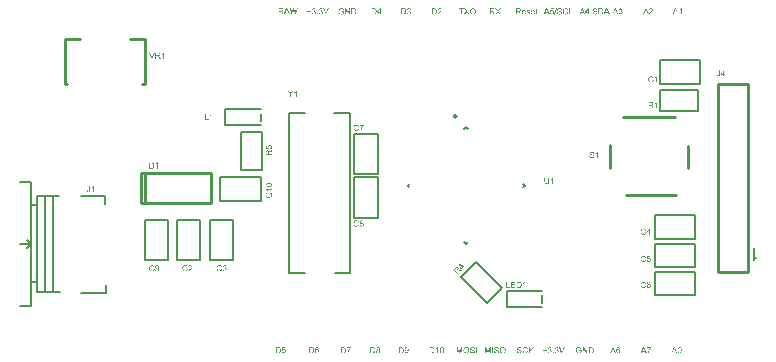
<source format=gto>
G04*
G04 #@! TF.GenerationSoftware,Altium Limited,Altium Designer,24.5.2 (23)*
G04*
G04 Layer_Color=65535*
%FSLAX44Y44*%
%MOMM*%
G71*
G04*
G04 #@! TF.SameCoordinates,52CA54B2-E9F7-45E4-B012-8A7E883E60BD*
G04*
G04*
G04 #@! TF.FilePolarity,Positive*
G04*
G01*
G75*
%ADD10C,0.2540*%
%ADD11C,0.2000*%
%ADD12C,0.1500*%
G36*
X207890Y291070D02*
X207224D01*
X206153Y294966D01*
Y294973D01*
X206145Y294988D01*
X206138Y295010D01*
X206130Y295047D01*
X206108Y295128D01*
X206086Y295224D01*
X206056Y295328D01*
X206027Y295424D01*
X206005Y295505D01*
X205997Y295542D01*
X205990Y295564D01*
Y295557D01*
X205983Y295550D01*
X205975Y295505D01*
X205960Y295439D01*
X205938Y295357D01*
X205916Y295269D01*
X205886Y295165D01*
X205864Y295062D01*
X205835Y294966D01*
X204756Y291070D01*
X204046D01*
X202708Y296185D01*
X203410D01*
X204172Y292830D01*
Y292822D01*
X204179Y292807D01*
X204186Y292778D01*
X204194Y292741D01*
X204201Y292689D01*
X204216Y292637D01*
X204231Y292571D01*
X204246Y292497D01*
X204283Y292342D01*
X204320Y292164D01*
X204356Y291972D01*
X204394Y291780D01*
Y291787D01*
X204401Y291817D01*
X204416Y291854D01*
X204423Y291913D01*
X204438Y291972D01*
X204460Y292046D01*
X204497Y292209D01*
X204541Y292371D01*
X204556Y292453D01*
X204578Y292526D01*
X204593Y292593D01*
X204608Y292652D01*
X204623Y292696D01*
X204630Y292726D01*
X205598Y296185D01*
X206419D01*
X207143Y293591D01*
Y293584D01*
X207158Y293547D01*
X207173Y293495D01*
X207187Y293428D01*
X207210Y293340D01*
X207239Y293244D01*
X207269Y293133D01*
X207298Y293007D01*
X207335Y292866D01*
X207365Y292726D01*
X207431Y292423D01*
X207498Y292105D01*
X207550Y291780D01*
Y291787D01*
X207557Y291802D01*
Y291832D01*
X207572Y291869D01*
X207579Y291913D01*
X207594Y291965D01*
X207601Y292031D01*
X207624Y292105D01*
X207661Y292268D01*
X207705Y292460D01*
X207749Y292667D01*
X207808Y292896D01*
X208607Y296185D01*
X209294D01*
X207890Y291070D01*
D02*
G37*
G36*
X202634D02*
X201866D01*
X201267Y292623D01*
X199123D01*
X198569Y291070D01*
X197852D01*
X199803Y296185D01*
X200543D01*
X202634Y291070D01*
D02*
G37*
G36*
X195694Y296178D02*
X195760D01*
X195916Y296171D01*
X196078Y296148D01*
X196255Y296126D01*
X196418Y296089D01*
X196500Y296067D01*
X196566Y296045D01*
X196573D01*
X196581Y296037D01*
X196625Y296015D01*
X196692Y295986D01*
X196773Y295934D01*
X196862Y295867D01*
X196958Y295779D01*
X197046Y295675D01*
X197135Y295557D01*
Y295550D01*
X197143Y295542D01*
X197172Y295498D01*
X197202Y295424D01*
X197246Y295328D01*
X197283Y295217D01*
X197320Y295084D01*
X197342Y294944D01*
X197349Y294788D01*
Y294781D01*
Y294766D01*
Y294736D01*
X197342Y294700D01*
Y294648D01*
X197335Y294596D01*
X197305Y294471D01*
X197261Y294323D01*
X197202Y294167D01*
X197113Y294012D01*
X197054Y293938D01*
X196995Y293864D01*
X196987Y293857D01*
X196980Y293850D01*
X196958Y293827D01*
X196928Y293805D01*
X196891Y293776D01*
X196847Y293746D01*
X196788Y293709D01*
X196729Y293665D01*
X196655Y293628D01*
X196573Y293591D01*
X196485Y293547D01*
X196389Y293510D01*
X196278Y293480D01*
X196167Y293443D01*
X196041Y293421D01*
X195908Y293399D01*
X195923Y293391D01*
X195952Y293377D01*
X195997Y293347D01*
X196056Y293317D01*
X196189Y293236D01*
X196255Y293184D01*
X196315Y293140D01*
X196329Y293125D01*
X196366Y293088D01*
X196425Y293029D01*
X196500Y292955D01*
X196581Y292852D01*
X196677Y292741D01*
X196773Y292608D01*
X196876Y292460D01*
X197756Y291070D01*
X196913D01*
X196241Y292135D01*
Y292142D01*
X196226Y292157D01*
X196211Y292179D01*
X196189Y292209D01*
X196137Y292290D01*
X196071Y292393D01*
X195989Y292504D01*
X195908Y292623D01*
X195827Y292733D01*
X195753Y292837D01*
X195746Y292844D01*
X195723Y292874D01*
X195686Y292918D01*
X195635Y292970D01*
X195524Y293081D01*
X195465Y293133D01*
X195406Y293177D01*
X195398Y293184D01*
X195383Y293192D01*
X195354Y293207D01*
X195309Y293229D01*
X195265Y293251D01*
X195213Y293273D01*
X195095Y293310D01*
X195088D01*
X195073Y293317D01*
X195043D01*
X195006Y293325D01*
X194955Y293332D01*
X194895D01*
X194814Y293340D01*
X193942D01*
Y291070D01*
X193262D01*
Y296185D01*
X195635D01*
X195694Y296178D01*
D02*
G37*
G36*
X229066D02*
X229162Y296163D01*
X229280Y296141D01*
X229414Y296104D01*
X229547Y296060D01*
X229680Y296000D01*
X229687D01*
X229694Y295993D01*
X229739Y295971D01*
X229805Y295927D01*
X229879Y295875D01*
X229968Y295801D01*
X230056Y295720D01*
X230145Y295623D01*
X230219Y295513D01*
X230226Y295498D01*
X230249Y295461D01*
X230278Y295394D01*
X230315Y295313D01*
X230352Y295217D01*
X230382Y295106D01*
X230404Y294981D01*
X230411Y294855D01*
Y294840D01*
Y294796D01*
X230404Y294736D01*
X230389Y294655D01*
X230367Y294559D01*
X230330Y294456D01*
X230286Y294352D01*
X230226Y294249D01*
X230219Y294234D01*
X230197Y294204D01*
X230153Y294153D01*
X230093Y294093D01*
X230020Y294027D01*
X229931Y293953D01*
X229827Y293887D01*
X229702Y293820D01*
X229709D01*
X229724Y293813D01*
X229746Y293805D01*
X229776Y293798D01*
X229857Y293768D01*
X229960Y293724D01*
X230079Y293665D01*
X230197Y293591D01*
X230308Y293495D01*
X230411Y293384D01*
X230419Y293369D01*
X230448Y293325D01*
X230493Y293251D01*
X230537Y293155D01*
X230581Y293036D01*
X230626Y292896D01*
X230655Y292733D01*
X230663Y292556D01*
Y292549D01*
Y292526D01*
Y292490D01*
X230655Y292445D01*
X230648Y292386D01*
X230633Y292320D01*
X230618Y292246D01*
X230604Y292164D01*
X230544Y291987D01*
X230500Y291891D01*
X230456Y291802D01*
X230396Y291706D01*
X230330Y291610D01*
X230256Y291514D01*
X230167Y291425D01*
X230160Y291418D01*
X230145Y291403D01*
X230116Y291381D01*
X230079Y291351D01*
X230034Y291314D01*
X229975Y291277D01*
X229909Y291233D01*
X229827Y291196D01*
X229746Y291152D01*
X229650Y291107D01*
X229554Y291070D01*
X229443Y291033D01*
X229325Y291004D01*
X229199Y290982D01*
X229074Y290967D01*
X228933Y290959D01*
X228867D01*
X228822Y290967D01*
X228763Y290974D01*
X228696Y290982D01*
X228623Y290996D01*
X228541Y291011D01*
X228364Y291056D01*
X228179Y291129D01*
X228083Y291174D01*
X227994Y291226D01*
X227906Y291292D01*
X227817Y291359D01*
X227810Y291366D01*
X227795Y291381D01*
X227773Y291403D01*
X227750Y291433D01*
X227714Y291469D01*
X227677Y291521D01*
X227632Y291573D01*
X227588Y291639D01*
X227544Y291714D01*
X227499Y291787D01*
X227418Y291965D01*
X227351Y292172D01*
X227329Y292283D01*
X227314Y292401D01*
X227943Y292482D01*
Y292475D01*
X227950Y292460D01*
X227957Y292430D01*
X227965Y292393D01*
X227972Y292349D01*
X227987Y292297D01*
X228024Y292187D01*
X228076Y292054D01*
X228142Y291928D01*
X228216Y291810D01*
X228305Y291706D01*
X228320Y291699D01*
X228349Y291669D01*
X228408Y291632D01*
X228482Y291595D01*
X228571Y291551D01*
X228682Y291514D01*
X228807Y291484D01*
X228940Y291477D01*
X228985D01*
X229014Y291484D01*
X229096Y291492D01*
X229199Y291514D01*
X229317Y291551D01*
X229443Y291603D01*
X229569Y291677D01*
X229687Y291780D01*
X229702Y291795D01*
X229739Y291839D01*
X229783Y291906D01*
X229842Y291994D01*
X229901Y292105D01*
X229946Y292231D01*
X229983Y292379D01*
X229997Y292541D01*
Y292549D01*
Y292563D01*
Y292586D01*
X229990Y292615D01*
X229983Y292696D01*
X229960Y292793D01*
X229931Y292911D01*
X229879Y293029D01*
X229805Y293147D01*
X229709Y293258D01*
X229694Y293273D01*
X229657Y293303D01*
X229598Y293347D01*
X229517Y293399D01*
X229414Y293450D01*
X229288Y293495D01*
X229147Y293524D01*
X228992Y293539D01*
X228926D01*
X228874Y293532D01*
X228807Y293524D01*
X228734Y293510D01*
X228645Y293495D01*
X228549Y293473D01*
X228623Y294027D01*
X228660D01*
X228689Y294020D01*
X228785D01*
X228867Y294034D01*
X228963Y294049D01*
X229074Y294071D01*
X229199Y294108D01*
X229317Y294160D01*
X229443Y294226D01*
X229450D01*
X229458Y294234D01*
X229495Y294263D01*
X229547Y294315D01*
X229606Y294382D01*
X229665Y294478D01*
X229716Y294589D01*
X229753Y294714D01*
X229768Y294788D01*
Y294870D01*
Y294877D01*
Y294884D01*
Y294929D01*
X229753Y294988D01*
X229739Y295069D01*
X229709Y295158D01*
X229672Y295254D01*
X229613Y295350D01*
X229532Y295439D01*
X229524Y295446D01*
X229487Y295476D01*
X229436Y295513D01*
X229369Y295557D01*
X229280Y295594D01*
X229177Y295631D01*
X229059Y295660D01*
X228926Y295668D01*
X228867D01*
X228800Y295653D01*
X228711Y295638D01*
X228615Y295609D01*
X228519Y295572D01*
X228416Y295513D01*
X228320Y295439D01*
X228312Y295431D01*
X228283Y295394D01*
X228238Y295343D01*
X228186Y295269D01*
X228135Y295173D01*
X228083Y295054D01*
X228039Y294914D01*
X228009Y294751D01*
X227381Y294862D01*
Y294870D01*
X227388Y294892D01*
X227396Y294921D01*
X227403Y294966D01*
X227418Y295017D01*
X227440Y295077D01*
X227484Y295217D01*
X227558Y295380D01*
X227647Y295542D01*
X227758Y295697D01*
X227898Y295838D01*
X227906Y295845D01*
X227920Y295853D01*
X227943Y295867D01*
X227972Y295890D01*
X228009Y295919D01*
X228061Y295949D01*
X228113Y295978D01*
X228179Y296015D01*
X228327Y296074D01*
X228497Y296133D01*
X228696Y296171D01*
X228800Y296185D01*
X228985D01*
X229066Y296178D01*
D02*
G37*
G36*
X223101D02*
X223197Y296163D01*
X223316Y296141D01*
X223449Y296104D01*
X223582Y296060D01*
X223715Y296000D01*
X223722D01*
X223729Y295993D01*
X223774Y295971D01*
X223840Y295927D01*
X223914Y295875D01*
X224003Y295801D01*
X224092Y295720D01*
X224180Y295623D01*
X224254Y295513D01*
X224262Y295498D01*
X224284Y295461D01*
X224313Y295394D01*
X224350Y295313D01*
X224387Y295217D01*
X224417Y295106D01*
X224439Y294981D01*
X224447Y294855D01*
Y294840D01*
Y294796D01*
X224439Y294736D01*
X224424Y294655D01*
X224402Y294559D01*
X224365Y294456D01*
X224321Y294352D01*
X224262Y294249D01*
X224254Y294234D01*
X224232Y294204D01*
X224188Y294153D01*
X224129Y294093D01*
X224055Y294027D01*
X223966Y293953D01*
X223862Y293887D01*
X223737Y293820D01*
X223744D01*
X223759Y293813D01*
X223781Y293805D01*
X223811Y293798D01*
X223892Y293768D01*
X223996Y293724D01*
X224114Y293665D01*
X224232Y293591D01*
X224343Y293495D01*
X224447Y293384D01*
X224454Y293369D01*
X224483Y293325D01*
X224528Y293251D01*
X224572Y293155D01*
X224617Y293036D01*
X224661Y292896D01*
X224690Y292733D01*
X224698Y292556D01*
Y292549D01*
Y292526D01*
Y292490D01*
X224690Y292445D01*
X224683Y292386D01*
X224668Y292320D01*
X224653Y292246D01*
X224639Y292164D01*
X224580Y291987D01*
X224535Y291891D01*
X224491Y291802D01*
X224432Y291706D01*
X224365Y291610D01*
X224291Y291514D01*
X224202Y291425D01*
X224195Y291418D01*
X224180Y291403D01*
X224151Y291381D01*
X224114Y291351D01*
X224069Y291314D01*
X224010Y291277D01*
X223944Y291233D01*
X223862Y291196D01*
X223781Y291152D01*
X223685Y291107D01*
X223589Y291070D01*
X223478Y291033D01*
X223360Y291004D01*
X223234Y290982D01*
X223109Y290967D01*
X222968Y290959D01*
X222902D01*
X222857Y290967D01*
X222798Y290974D01*
X222732Y290982D01*
X222658Y290996D01*
X222576Y291011D01*
X222399Y291056D01*
X222214Y291129D01*
X222118Y291174D01*
X222029Y291226D01*
X221941Y291292D01*
X221852Y291359D01*
X221845Y291366D01*
X221830Y291381D01*
X221808Y291403D01*
X221786Y291433D01*
X221749Y291469D01*
X221712Y291521D01*
X221667Y291573D01*
X221623Y291639D01*
X221579Y291714D01*
X221534Y291787D01*
X221453Y291965D01*
X221386Y292172D01*
X221364Y292283D01*
X221350Y292401D01*
X221978Y292482D01*
Y292475D01*
X221985Y292460D01*
X221992Y292430D01*
X222000Y292393D01*
X222007Y292349D01*
X222022Y292297D01*
X222059Y292187D01*
X222111Y292054D01*
X222177Y291928D01*
X222251Y291810D01*
X222340Y291706D01*
X222355Y291699D01*
X222384Y291669D01*
X222443Y291632D01*
X222517Y291595D01*
X222606Y291551D01*
X222717Y291514D01*
X222843Y291484D01*
X222976Y291477D01*
X223020D01*
X223050Y291484D01*
X223131Y291492D01*
X223234Y291514D01*
X223353Y291551D01*
X223478Y291603D01*
X223604Y291677D01*
X223722Y291780D01*
X223737Y291795D01*
X223774Y291839D01*
X223818Y291906D01*
X223877Y291994D01*
X223937Y292105D01*
X223981Y292231D01*
X224018Y292379D01*
X224032Y292541D01*
Y292549D01*
Y292563D01*
Y292586D01*
X224025Y292615D01*
X224018Y292696D01*
X223996Y292793D01*
X223966Y292911D01*
X223914Y293029D01*
X223840Y293147D01*
X223744Y293258D01*
X223729Y293273D01*
X223692Y293303D01*
X223633Y293347D01*
X223552Y293399D01*
X223449Y293450D01*
X223323Y293495D01*
X223183Y293524D01*
X223027Y293539D01*
X222961D01*
X222909Y293532D01*
X222843Y293524D01*
X222769Y293510D01*
X222680Y293495D01*
X222584Y293473D01*
X222658Y294027D01*
X222695D01*
X222724Y294020D01*
X222820D01*
X222902Y294034D01*
X222998Y294049D01*
X223109Y294071D01*
X223234Y294108D01*
X223353Y294160D01*
X223478Y294226D01*
X223486D01*
X223493Y294234D01*
X223530Y294263D01*
X223582Y294315D01*
X223641Y294382D01*
X223700Y294478D01*
X223752Y294589D01*
X223789Y294714D01*
X223803Y294788D01*
Y294870D01*
Y294877D01*
Y294884D01*
Y294929D01*
X223789Y294988D01*
X223774Y295069D01*
X223744Y295158D01*
X223707Y295254D01*
X223648Y295350D01*
X223567Y295439D01*
X223559Y295446D01*
X223522Y295476D01*
X223471Y295513D01*
X223404Y295557D01*
X223316Y295594D01*
X223212Y295631D01*
X223094Y295660D01*
X222961Y295668D01*
X222902D01*
X222835Y295653D01*
X222746Y295638D01*
X222650Y295609D01*
X222554Y295572D01*
X222451Y295513D01*
X222355Y295439D01*
X222347Y295431D01*
X222318Y295394D01*
X222273Y295343D01*
X222222Y295269D01*
X222170Y295173D01*
X222118Y295054D01*
X222074Y294914D01*
X222044Y294751D01*
X221416Y294862D01*
Y294870D01*
X221423Y294892D01*
X221431Y294921D01*
X221438Y294966D01*
X221453Y295017D01*
X221475Y295077D01*
X221520Y295217D01*
X221593Y295380D01*
X221682Y295542D01*
X221793Y295697D01*
X221933Y295838D01*
X221941Y295845D01*
X221956Y295853D01*
X221978Y295867D01*
X222007Y295890D01*
X222044Y295919D01*
X222096Y295949D01*
X222148Y295978D01*
X222214Y296015D01*
X222362Y296074D01*
X222532Y296133D01*
X222732Y296171D01*
X222835Y296185D01*
X223020D01*
X223101Y296178D01*
D02*
G37*
G36*
X219243Y293864D02*
X220632D01*
Y293280D01*
X219243D01*
Y291876D01*
X218652D01*
Y293280D01*
X217262D01*
Y293864D01*
X218652D01*
Y295254D01*
X219243D01*
Y293864D01*
D02*
G37*
G36*
X233701Y291048D02*
X232991D01*
X231010Y296163D01*
X231749D01*
X233080Y292445D01*
Y292438D01*
X233087Y292423D01*
X233094Y292401D01*
X233109Y292371D01*
X233117Y292327D01*
X233131Y292283D01*
X233168Y292172D01*
X233213Y292046D01*
X233257Y291906D01*
X233346Y291610D01*
Y291617D01*
X233353Y291632D01*
X233361Y291654D01*
X233368Y291684D01*
X233390Y291765D01*
X233427Y291876D01*
X233464Y292002D01*
X233508Y292142D01*
X233560Y292290D01*
X233619Y292445D01*
X235009Y296163D01*
X235696D01*
X233701Y291048D01*
D02*
G37*
G36*
X226390D02*
X225673D01*
Y291765D01*
X226390D01*
Y291048D01*
D02*
G37*
G36*
X303660Y296178D02*
X303756Y296163D01*
X303874Y296141D01*
X304007Y296104D01*
X304140Y296060D01*
X304273Y296000D01*
X304280D01*
X304288Y295993D01*
X304332Y295971D01*
X304399Y295927D01*
X304473Y295875D01*
X304561Y295801D01*
X304650Y295720D01*
X304739Y295623D01*
X304813Y295513D01*
X304820Y295498D01*
X304842Y295461D01*
X304872Y295394D01*
X304909Y295313D01*
X304946Y295217D01*
X304975Y295106D01*
X304998Y294981D01*
X305005Y294855D01*
Y294840D01*
Y294796D01*
X304998Y294736D01*
X304983Y294655D01*
X304960Y294559D01*
X304924Y294456D01*
X304879Y294352D01*
X304820Y294249D01*
X304813Y294234D01*
X304790Y294204D01*
X304746Y294153D01*
X304687Y294093D01*
X304613Y294027D01*
X304524Y293953D01*
X304421Y293887D01*
X304295Y293820D01*
X304303D01*
X304317Y293813D01*
X304340Y293805D01*
X304369Y293798D01*
X304450Y293768D01*
X304554Y293724D01*
X304672Y293665D01*
X304790Y293591D01*
X304901Y293495D01*
X305005Y293384D01*
X305012Y293369D01*
X305042Y293325D01*
X305086Y293251D01*
X305131Y293155D01*
X305175Y293036D01*
X305219Y292896D01*
X305249Y292733D01*
X305256Y292556D01*
Y292549D01*
Y292526D01*
Y292490D01*
X305249Y292445D01*
X305241Y292386D01*
X305227Y292320D01*
X305212Y292246D01*
X305197Y292164D01*
X305138Y291987D01*
X305094Y291891D01*
X305049Y291802D01*
X304990Y291706D01*
X304924Y291610D01*
X304850Y291514D01*
X304761Y291425D01*
X304754Y291418D01*
X304739Y291403D01*
X304709Y291381D01*
X304672Y291351D01*
X304628Y291314D01*
X304569Y291277D01*
X304502Y291233D01*
X304421Y291196D01*
X304340Y291152D01*
X304244Y291107D01*
X304147Y291070D01*
X304037Y291033D01*
X303918Y291004D01*
X303793Y290982D01*
X303667Y290967D01*
X303527Y290959D01*
X303460D01*
X303416Y290967D01*
X303357Y290974D01*
X303290Y290982D01*
X303216Y290996D01*
X303135Y291011D01*
X302957Y291056D01*
X302773Y291129D01*
X302677Y291174D01*
X302588Y291226D01*
X302499Y291292D01*
X302411Y291359D01*
X302403Y291366D01*
X302388Y291381D01*
X302366Y291403D01*
X302344Y291433D01*
X302307Y291469D01*
X302270Y291521D01*
X302226Y291573D01*
X302181Y291639D01*
X302137Y291714D01*
X302093Y291787D01*
X302011Y291965D01*
X301945Y292172D01*
X301923Y292283D01*
X301908Y292401D01*
X302536Y292482D01*
Y292475D01*
X302544Y292460D01*
X302551Y292430D01*
X302558Y292393D01*
X302566Y292349D01*
X302581Y292297D01*
X302617Y292187D01*
X302669Y292054D01*
X302736Y291928D01*
X302810Y291810D01*
X302898Y291706D01*
X302913Y291699D01*
X302943Y291669D01*
X303002Y291632D01*
X303076Y291595D01*
X303164Y291551D01*
X303275Y291514D01*
X303401Y291484D01*
X303534Y291477D01*
X303578D01*
X303608Y291484D01*
X303689Y291492D01*
X303793Y291514D01*
X303911Y291551D01*
X304037Y291603D01*
X304162Y291677D01*
X304280Y291780D01*
X304295Y291795D01*
X304332Y291839D01*
X304377Y291906D01*
X304436Y291994D01*
X304495Y292105D01*
X304539Y292231D01*
X304576Y292379D01*
X304591Y292541D01*
Y292549D01*
Y292563D01*
Y292586D01*
X304584Y292615D01*
X304576Y292696D01*
X304554Y292793D01*
X304524Y292911D01*
X304473Y293029D01*
X304399Y293147D01*
X304303Y293258D01*
X304288Y293273D01*
X304251Y293303D01*
X304192Y293347D01*
X304111Y293399D01*
X304007Y293450D01*
X303881Y293495D01*
X303741Y293524D01*
X303586Y293539D01*
X303519D01*
X303468Y293532D01*
X303401Y293524D01*
X303327Y293510D01*
X303238Y293495D01*
X303142Y293473D01*
X303216Y294027D01*
X303253D01*
X303283Y294020D01*
X303379D01*
X303460Y294034D01*
X303556Y294049D01*
X303667Y294071D01*
X303793Y294108D01*
X303911Y294160D01*
X304037Y294226D01*
X304044D01*
X304051Y294234D01*
X304088Y294263D01*
X304140Y294315D01*
X304199Y294382D01*
X304258Y294478D01*
X304310Y294589D01*
X304347Y294714D01*
X304362Y294788D01*
Y294870D01*
Y294877D01*
Y294884D01*
Y294929D01*
X304347Y294988D01*
X304332Y295069D01*
X304303Y295158D01*
X304266Y295254D01*
X304207Y295350D01*
X304125Y295439D01*
X304118Y295446D01*
X304081Y295476D01*
X304029Y295513D01*
X303963Y295557D01*
X303874Y295594D01*
X303771Y295631D01*
X303652Y295660D01*
X303519Y295668D01*
X303460D01*
X303394Y295653D01*
X303305Y295638D01*
X303209Y295609D01*
X303113Y295572D01*
X303009Y295513D01*
X302913Y295439D01*
X302906Y295431D01*
X302876Y295394D01*
X302832Y295343D01*
X302780Y295269D01*
X302728Y295173D01*
X302677Y295054D01*
X302632Y294914D01*
X302603Y294751D01*
X301974Y294862D01*
Y294870D01*
X301982Y294892D01*
X301989Y294921D01*
X301997Y294966D01*
X302011Y295017D01*
X302034Y295077D01*
X302078Y295217D01*
X302152Y295380D01*
X302241Y295542D01*
X302351Y295697D01*
X302492Y295838D01*
X302499Y295845D01*
X302514Y295853D01*
X302536Y295867D01*
X302566Y295890D01*
X302603Y295919D01*
X302654Y295949D01*
X302706Y295978D01*
X302773Y296015D01*
X302920Y296074D01*
X303090Y296133D01*
X303290Y296171D01*
X303394Y296185D01*
X303578D01*
X303660Y296178D01*
D02*
G37*
G36*
X299099Y296156D02*
X299247Y296148D01*
X299395Y296133D01*
X299543Y296111D01*
X299668Y296089D01*
X299676D01*
X299690Y296082D01*
X299713D01*
X299742Y296067D01*
X299823Y296045D01*
X299927Y296008D01*
X300045Y295956D01*
X300171Y295890D01*
X300297Y295816D01*
X300415Y295720D01*
X300422Y295712D01*
X300430Y295705D01*
X300452Y295683D01*
X300481Y295660D01*
X300555Y295587D01*
X300644Y295483D01*
X300740Y295357D01*
X300844Y295210D01*
X300940Y295040D01*
X301021Y294847D01*
Y294840D01*
X301028Y294825D01*
X301043Y294796D01*
X301050Y294751D01*
X301073Y294700D01*
X301087Y294641D01*
X301102Y294574D01*
X301124Y294493D01*
X301147Y294411D01*
X301161Y294315D01*
X301198Y294108D01*
X301220Y293879D01*
X301228Y293628D01*
Y293620D01*
Y293606D01*
Y293569D01*
Y293532D01*
X301220Y293480D01*
Y293421D01*
X301213Y293280D01*
X301191Y293118D01*
X301169Y292948D01*
X301132Y292770D01*
X301087Y292593D01*
Y292586D01*
X301080Y292571D01*
X301073Y292549D01*
X301065Y292519D01*
X301036Y292438D01*
X300991Y292334D01*
X300947Y292216D01*
X300888Y292098D01*
X300814Y291972D01*
X300740Y291854D01*
X300733Y291839D01*
X300703Y291802D01*
X300659Y291750D01*
X300600Y291684D01*
X300533Y291610D01*
X300452Y291536D01*
X300371Y291455D01*
X300274Y291388D01*
X300260Y291381D01*
X300230Y291359D01*
X300178Y291329D01*
X300104Y291292D01*
X300016Y291248D01*
X299912Y291211D01*
X299794Y291166D01*
X299661Y291129D01*
X299646D01*
X299624Y291122D01*
X299602Y291115D01*
X299528Y291107D01*
X299424Y291093D01*
X299306Y291078D01*
X299166Y291063D01*
X299011Y291056D01*
X298840Y291048D01*
X297000D01*
Y296163D01*
X298966D01*
X299099Y296156D01*
D02*
G37*
G36*
X246698Y296178D02*
X246757D01*
X246897Y296163D01*
X247053Y296141D01*
X247215Y296104D01*
X247393Y296060D01*
X247563Y296000D01*
X247570D01*
X247585Y295993D01*
X247607Y295986D01*
X247637Y295971D01*
X247718Y295927D01*
X247821Y295875D01*
X247932Y295801D01*
X248050Y295712D01*
X248161Y295616D01*
X248265Y295498D01*
X248280Y295483D01*
X248309Y295439D01*
X248354Y295372D01*
X248413Y295276D01*
X248472Y295158D01*
X248538Y295010D01*
X248605Y294847D01*
X248657Y294663D01*
X248043Y294500D01*
Y294507D01*
X248036Y294515D01*
X248028Y294537D01*
X248021Y294566D01*
X247999Y294633D01*
X247969Y294722D01*
X247925Y294825D01*
X247873Y294921D01*
X247821Y295025D01*
X247755Y295114D01*
X247747Y295121D01*
X247725Y295151D01*
X247681Y295187D01*
X247629Y295239D01*
X247563Y295298D01*
X247474Y295357D01*
X247378Y295417D01*
X247267Y295468D01*
X247252Y295476D01*
X247215Y295490D01*
X247149Y295513D01*
X247060Y295542D01*
X246957Y295564D01*
X246838Y295587D01*
X246705Y295601D01*
X246565Y295609D01*
X246483D01*
X246446Y295601D01*
X246402D01*
X246291Y295594D01*
X246166Y295572D01*
X246025Y295550D01*
X245892Y295513D01*
X245759Y295461D01*
X245744Y295453D01*
X245700Y295439D01*
X245641Y295402D01*
X245567Y295365D01*
X245478Y295306D01*
X245382Y295247D01*
X245294Y295173D01*
X245212Y295091D01*
X245205Y295084D01*
X245175Y295054D01*
X245138Y295003D01*
X245094Y294944D01*
X245042Y294870D01*
X244990Y294781D01*
X244939Y294685D01*
X244887Y294581D01*
Y294574D01*
X244880Y294559D01*
X244872Y294537D01*
X244857Y294500D01*
X244843Y294456D01*
X244828Y294404D01*
X244806Y294345D01*
X244791Y294278D01*
X244754Y294123D01*
X244724Y293946D01*
X244702Y293761D01*
X244695Y293554D01*
Y293547D01*
Y293524D01*
Y293487D01*
X244702Y293443D01*
Y293384D01*
X244710Y293310D01*
X244717Y293236D01*
X244724Y293155D01*
X244754Y292970D01*
X244791Y292778D01*
X244850Y292586D01*
X244924Y292401D01*
Y292393D01*
X244939Y292379D01*
X244946Y292356D01*
X244968Y292327D01*
X245020Y292246D01*
X245101Y292142D01*
X245197Y292031D01*
X245316Y291920D01*
X245456Y291817D01*
X245611Y291721D01*
X245619D01*
X245634Y291714D01*
X245656Y291699D01*
X245693Y291684D01*
X245730Y291669D01*
X245781Y291654D01*
X245900Y291610D01*
X246047Y291573D01*
X246210Y291536D01*
X246387Y291507D01*
X246572Y291499D01*
X246646D01*
X246691Y291507D01*
X246735D01*
X246846Y291521D01*
X246979Y291536D01*
X247119Y291566D01*
X247274Y291610D01*
X247430Y291662D01*
X247437D01*
X247452Y291669D01*
X247467Y291677D01*
X247496Y291691D01*
X247577Y291728D01*
X247666Y291773D01*
X247770Y291824D01*
X247880Y291884D01*
X247984Y291950D01*
X248073Y292024D01*
Y292985D01*
X246565D01*
Y293591D01*
X248738D01*
Y291691D01*
X248731Y291684D01*
X248716Y291677D01*
X248686Y291654D01*
X248649Y291625D01*
X248605Y291595D01*
X248553Y291558D01*
X248487Y291514D01*
X248420Y291469D01*
X248265Y291374D01*
X248087Y291270D01*
X247903Y291174D01*
X247703Y291093D01*
X247696D01*
X247681Y291085D01*
X247651Y291078D01*
X247614Y291063D01*
X247563Y291048D01*
X247504Y291026D01*
X247437Y291011D01*
X247370Y290996D01*
X247208Y290959D01*
X247023Y290923D01*
X246824Y290900D01*
X246617Y290893D01*
X246543D01*
X246491Y290900D01*
X246424D01*
X246343Y290908D01*
X246254Y290923D01*
X246158Y290930D01*
X245944Y290974D01*
X245715Y291026D01*
X245478Y291107D01*
X245360Y291152D01*
X245242Y291211D01*
X245234Y291218D01*
X245212Y291226D01*
X245183Y291248D01*
X245138Y291270D01*
X245086Y291307D01*
X245035Y291344D01*
X244894Y291447D01*
X244746Y291580D01*
X244591Y291743D01*
X244443Y291928D01*
X244310Y292142D01*
Y292150D01*
X244296Y292172D01*
X244281Y292201D01*
X244259Y292253D01*
X244237Y292305D01*
X244214Y292379D01*
X244185Y292453D01*
X244155Y292541D01*
X244126Y292637D01*
X244096Y292748D01*
X244074Y292859D01*
X244052Y292977D01*
X244015Y293236D01*
X244000Y293510D01*
Y293517D01*
Y293547D01*
Y293584D01*
X244007Y293635D01*
Y293702D01*
X244015Y293783D01*
X244030Y293864D01*
X244037Y293960D01*
X244059Y294064D01*
X244074Y294175D01*
X244133Y294411D01*
X244207Y294655D01*
X244310Y294899D01*
X244318Y294907D01*
X244325Y294929D01*
X244340Y294958D01*
X244370Y295003D01*
X244399Y295062D01*
X244436Y295121D01*
X244540Y295261D01*
X244665Y295424D01*
X244820Y295579D01*
X244998Y295734D01*
X245101Y295801D01*
X245205Y295867D01*
X245212Y295875D01*
X245234Y295882D01*
X245264Y295897D01*
X245308Y295919D01*
X245367Y295941D01*
X245434Y295971D01*
X245508Y296000D01*
X245597Y296030D01*
X245693Y296060D01*
X245796Y296082D01*
X245907Y296111D01*
X246025Y296133D01*
X246284Y296171D01*
X246417Y296185D01*
X246653D01*
X246698Y296178D01*
D02*
G37*
G36*
X253757Y290982D02*
X253055D01*
X250379Y294995D01*
Y290982D01*
X249728D01*
Y296097D01*
X250423D01*
X253106Y292076D01*
Y296097D01*
X253757D01*
Y290982D01*
D02*
G37*
G36*
X256994Y296089D02*
X257142Y296082D01*
X257290Y296067D01*
X257438Y296045D01*
X257563Y296023D01*
X257571D01*
X257585Y296015D01*
X257608D01*
X257637Y296000D01*
X257718Y295978D01*
X257822Y295941D01*
X257940Y295890D01*
X258066Y295823D01*
X258192Y295749D01*
X258310Y295653D01*
X258317Y295646D01*
X258325Y295638D01*
X258347Y295616D01*
X258376Y295594D01*
X258450Y295520D01*
X258539Y295417D01*
X258635Y295291D01*
X258738Y295143D01*
X258834Y294973D01*
X258916Y294781D01*
Y294774D01*
X258923Y294759D01*
X258938Y294729D01*
X258945Y294685D01*
X258968Y294633D01*
X258982Y294574D01*
X258997Y294507D01*
X259019Y294426D01*
X259042Y294345D01*
X259056Y294249D01*
X259093Y294042D01*
X259115Y293813D01*
X259123Y293561D01*
Y293554D01*
Y293539D01*
Y293502D01*
Y293465D01*
X259115Y293414D01*
Y293354D01*
X259108Y293214D01*
X259086Y293051D01*
X259064Y292881D01*
X259027Y292704D01*
X258982Y292526D01*
Y292519D01*
X258975Y292504D01*
X258968Y292482D01*
X258960Y292453D01*
X258931Y292371D01*
X258886Y292268D01*
X258842Y292150D01*
X258783Y292031D01*
X258709Y291906D01*
X258635Y291787D01*
X258628Y291773D01*
X258598Y291736D01*
X258554Y291684D01*
X258494Y291617D01*
X258428Y291544D01*
X258347Y291469D01*
X258265Y291388D01*
X258169Y291322D01*
X258155Y291314D01*
X258125Y291292D01*
X258073Y291263D01*
X257999Y291226D01*
X257911Y291181D01*
X257807Y291144D01*
X257689Y291100D01*
X257556Y291063D01*
X257541D01*
X257519Y291056D01*
X257497Y291048D01*
X257423Y291041D01*
X257319Y291026D01*
X257201Y291011D01*
X257061Y290996D01*
X256905Y290989D01*
X256735Y290982D01*
X254895D01*
Y296097D01*
X256861D01*
X256994Y296089D01*
D02*
G37*
G36*
X279539Y292874D02*
X280234D01*
Y292297D01*
X279539D01*
Y291070D01*
X278911D01*
Y292297D01*
X276686D01*
Y292874D01*
X279029Y296185D01*
X279539D01*
Y292874D01*
D02*
G37*
G36*
X274099Y296178D02*
X274247Y296171D01*
X274395Y296156D01*
X274543Y296133D01*
X274668Y296111D01*
X274676D01*
X274690Y296104D01*
X274713D01*
X274742Y296089D01*
X274823Y296067D01*
X274927Y296030D01*
X275045Y295978D01*
X275171Y295912D01*
X275297Y295838D01*
X275415Y295742D01*
X275422Y295734D01*
X275430Y295727D01*
X275452Y295705D01*
X275481Y295683D01*
X275555Y295609D01*
X275644Y295505D01*
X275740Y295380D01*
X275844Y295232D01*
X275940Y295062D01*
X276021Y294870D01*
Y294862D01*
X276028Y294847D01*
X276043Y294818D01*
X276050Y294774D01*
X276073Y294722D01*
X276087Y294663D01*
X276102Y294596D01*
X276124Y294515D01*
X276147Y294433D01*
X276161Y294337D01*
X276198Y294130D01*
X276220Y293901D01*
X276228Y293650D01*
Y293643D01*
Y293628D01*
Y293591D01*
Y293554D01*
X276220Y293502D01*
Y293443D01*
X276213Y293303D01*
X276191Y293140D01*
X276169Y292970D01*
X276132Y292793D01*
X276087Y292615D01*
Y292608D01*
X276080Y292593D01*
X276073Y292571D01*
X276065Y292541D01*
X276036Y292460D01*
X275991Y292356D01*
X275947Y292238D01*
X275888Y292120D01*
X275814Y291994D01*
X275740Y291876D01*
X275733Y291861D01*
X275703Y291824D01*
X275659Y291773D01*
X275600Y291706D01*
X275533Y291632D01*
X275452Y291558D01*
X275371Y291477D01*
X275274Y291410D01*
X275260Y291403D01*
X275230Y291381D01*
X275178Y291351D01*
X275104Y291314D01*
X275016Y291270D01*
X274912Y291233D01*
X274794Y291189D01*
X274661Y291152D01*
X274646D01*
X274624Y291144D01*
X274602Y291137D01*
X274528Y291129D01*
X274424Y291115D01*
X274306Y291100D01*
X274166Y291085D01*
X274011Y291078D01*
X273840Y291070D01*
X272000D01*
Y296185D01*
X273966D01*
X274099Y296178D01*
D02*
G37*
G36*
X353000Y293665D02*
X354914Y290982D01*
X354079D01*
X352785Y292800D01*
X352778Y292807D01*
X352763Y292830D01*
X352748Y292859D01*
X352719Y292896D01*
X352652Y293000D01*
X352578Y293110D01*
X352571Y293103D01*
X352549Y293074D01*
X352519Y293029D01*
X352482Y292970D01*
X352401Y292852D01*
X352364Y292800D01*
X352334Y292756D01*
X351041Y290982D01*
X350228D01*
X352201Y293628D01*
X350457Y296097D01*
X351263D01*
X352194Y294781D01*
Y294774D01*
X352209Y294766D01*
X352224Y294744D01*
X352246Y294714D01*
X352290Y294641D01*
X352357Y294552D01*
X352423Y294448D01*
X352490Y294345D01*
X352549Y294249D01*
X352601Y294160D01*
X352608Y294175D01*
X352630Y294204D01*
X352667Y294263D01*
X352719Y294337D01*
X352778Y294419D01*
X352852Y294522D01*
X352926Y294626D01*
X353014Y294736D01*
X354034Y296097D01*
X354774D01*
X353000Y293665D01*
D02*
G37*
G36*
X350051Y295490D02*
X348365D01*
Y290982D01*
X347685D01*
Y295490D01*
X346000D01*
Y296097D01*
X350051D01*
Y295490D01*
D02*
G37*
G36*
X357878Y296178D02*
X357944D01*
X358011Y296171D01*
X358100Y296156D01*
X358188Y296141D01*
X358381Y296104D01*
X358602Y296045D01*
X358817Y295956D01*
X358928Y295904D01*
X359038Y295845D01*
X359046Y295838D01*
X359061Y295830D01*
X359090Y295808D01*
X359134Y295786D01*
X359179Y295749D01*
X359238Y295705D01*
X359364Y295601D01*
X359497Y295468D01*
X359645Y295306D01*
X359785Y295114D01*
X359903Y294899D01*
Y294892D01*
X359918Y294870D01*
X359933Y294840D01*
X359948Y294796D01*
X359977Y294736D01*
X359999Y294670D01*
X360029Y294589D01*
X360058Y294500D01*
X360081Y294404D01*
X360110Y294300D01*
X360140Y294182D01*
X360162Y294064D01*
X360191Y293805D01*
X360206Y293524D01*
Y293517D01*
Y293487D01*
Y293450D01*
X360199Y293391D01*
Y293325D01*
X360191Y293244D01*
X360177Y293155D01*
X360169Y293059D01*
X360132Y292844D01*
X360073Y292608D01*
X359992Y292371D01*
X359948Y292253D01*
X359888Y292135D01*
Y292127D01*
X359874Y292105D01*
X359859Y292076D01*
X359829Y292031D01*
X359800Y291980D01*
X359763Y291928D01*
X359659Y291787D01*
X359534Y291639D01*
X359386Y291484D01*
X359208Y291336D01*
X359002Y291203D01*
X358994D01*
X358979Y291189D01*
X358942Y291174D01*
X358898Y291152D01*
X358846Y291129D01*
X358787Y291107D01*
X358713Y291078D01*
X358632Y291048D01*
X358543Y291019D01*
X358447Y290989D01*
X358233Y290945D01*
X358004Y290908D01*
X357760Y290893D01*
X357686D01*
X357641Y290900D01*
X357575D01*
X357501Y290915D01*
X357420Y290923D01*
X357324Y290937D01*
X357124Y290982D01*
X356910Y291041D01*
X356688Y291129D01*
X356577Y291181D01*
X356466Y291240D01*
X356459Y291248D01*
X356444Y291255D01*
X356414Y291277D01*
X356370Y291307D01*
X356326Y291336D01*
X356274Y291381D01*
X356148Y291492D01*
X356008Y291625D01*
X355860Y291787D01*
X355727Y291972D01*
X355601Y292187D01*
Y292194D01*
X355587Y292216D01*
X355572Y292246D01*
X355557Y292290D01*
X355535Y292349D01*
X355513Y292416D01*
X355483Y292490D01*
X355461Y292571D01*
X355431Y292667D01*
X355402Y292763D01*
X355358Y292985D01*
X355328Y293214D01*
X355313Y293465D01*
Y293473D01*
Y293480D01*
Y293524D01*
X355321Y293591D01*
Y293680D01*
X355335Y293783D01*
X355350Y293909D01*
X355372Y294049D01*
X355402Y294197D01*
X355431Y294352D01*
X355476Y294515D01*
X355535Y294677D01*
X355601Y294847D01*
X355675Y295010D01*
X355771Y295173D01*
X355875Y295320D01*
X355993Y295461D01*
X356001Y295468D01*
X356023Y295490D01*
X356067Y295527D01*
X356119Y295572D01*
X356185Y295631D01*
X356267Y295690D01*
X356363Y295757D01*
X356474Y295823D01*
X356592Y295890D01*
X356725Y295956D01*
X356873Y296015D01*
X357028Y296074D01*
X357198Y296119D01*
X357375Y296156D01*
X357560Y296178D01*
X357760Y296185D01*
X357826D01*
X357878Y296178D01*
D02*
G37*
G36*
X329719D02*
X329778Y296171D01*
X329852Y296163D01*
X329933Y296148D01*
X330014Y296133D01*
X330207Y296082D01*
X330399Y296008D01*
X330495Y295963D01*
X330591Y295912D01*
X330680Y295845D01*
X330761Y295771D01*
X330768Y295764D01*
X330783Y295757D01*
X330798Y295727D01*
X330827Y295697D01*
X330864Y295660D01*
X330901Y295609D01*
X330938Y295557D01*
X330983Y295490D01*
X331057Y295350D01*
X331130Y295173D01*
X331160Y295084D01*
X331175Y294981D01*
X331190Y294877D01*
X331197Y294766D01*
Y294751D01*
Y294714D01*
X331190Y294655D01*
X331182Y294574D01*
X331167Y294485D01*
X331138Y294382D01*
X331108Y294271D01*
X331064Y294160D01*
X331057Y294145D01*
X331042Y294108D01*
X331012Y294049D01*
X330968Y293968D01*
X330909Y293879D01*
X330835Y293768D01*
X330746Y293657D01*
X330643Y293532D01*
X330628Y293517D01*
X330591Y293473D01*
X330554Y293436D01*
X330517Y293399D01*
X330473Y293354D01*
X330414Y293295D01*
X330354Y293236D01*
X330280Y293170D01*
X330207Y293096D01*
X330118Y293014D01*
X330022Y292933D01*
X329918Y292837D01*
X329800Y292741D01*
X329682Y292637D01*
X329674Y292630D01*
X329660Y292615D01*
X329630Y292593D01*
X329593Y292563D01*
X329549Y292519D01*
X329497Y292475D01*
X329379Y292379D01*
X329253Y292268D01*
X329135Y292157D01*
X329031Y292061D01*
X328987Y292024D01*
X328950Y291987D01*
X328943Y291980D01*
X328921Y291957D01*
X328891Y291928D01*
X328854Y291884D01*
X328817Y291832D01*
X328773Y291780D01*
X328684Y291654D01*
X331204D01*
Y291048D01*
X327812D01*
Y291056D01*
Y291085D01*
Y291129D01*
X327819Y291189D01*
X327827Y291255D01*
X327841Y291329D01*
X327856Y291403D01*
X327886Y291484D01*
Y291492D01*
X327893Y291499D01*
X327908Y291544D01*
X327937Y291610D01*
X327982Y291699D01*
X328041Y291802D01*
X328115Y291920D01*
X328196Y292039D01*
X328300Y292164D01*
Y292172D01*
X328314Y292179D01*
X328351Y292223D01*
X328418Y292290D01*
X328514Y292386D01*
X328625Y292497D01*
X328765Y292630D01*
X328935Y292778D01*
X329120Y292933D01*
X329128Y292940D01*
X329157Y292963D01*
X329201Y293000D01*
X329253Y293044D01*
X329320Y293103D01*
X329401Y293170D01*
X329482Y293244D01*
X329578Y293325D01*
X329763Y293502D01*
X329948Y293680D01*
X330037Y293768D01*
X330118Y293857D01*
X330192Y293938D01*
X330251Y294020D01*
Y294027D01*
X330266Y294034D01*
X330280Y294056D01*
X330295Y294086D01*
X330347Y294167D01*
X330406Y294263D01*
X330458Y294382D01*
X330510Y294507D01*
X330539Y294648D01*
X330554Y294781D01*
Y294788D01*
Y294796D01*
X330547Y294840D01*
X330539Y294914D01*
X330517Y294995D01*
X330488Y295099D01*
X330436Y295202D01*
X330369Y295306D01*
X330280Y295409D01*
X330266Y295424D01*
X330229Y295453D01*
X330177Y295490D01*
X330096Y295542D01*
X329992Y295587D01*
X329874Y295631D01*
X329734Y295660D01*
X329578Y295668D01*
X329534D01*
X329504Y295660D01*
X329416Y295653D01*
X329312Y295631D01*
X329201Y295601D01*
X329076Y295550D01*
X328957Y295483D01*
X328847Y295394D01*
X328832Y295380D01*
X328802Y295343D01*
X328758Y295284D01*
X328713Y295195D01*
X328662Y295091D01*
X328618Y294958D01*
X328588Y294811D01*
X328573Y294641D01*
X327930Y294707D01*
Y294714D01*
X327937Y294736D01*
Y294774D01*
X327945Y294825D01*
X327960Y294884D01*
X327974Y294951D01*
X327997Y295032D01*
X328019Y295114D01*
X328078Y295291D01*
X328167Y295468D01*
X328218Y295557D01*
X328285Y295646D01*
X328351Y295727D01*
X328425Y295801D01*
X328433Y295808D01*
X328447Y295816D01*
X328470Y295838D01*
X328507Y295860D01*
X328551Y295890D01*
X328603Y295919D01*
X328662Y295956D01*
X328736Y295993D01*
X328817Y296030D01*
X328906Y296067D01*
X329002Y296097D01*
X329105Y296126D01*
X329216Y296148D01*
X329334Y296171D01*
X329460Y296178D01*
X329593Y296185D01*
X329667D01*
X329719Y296178D01*
D02*
G37*
G36*
X325099Y296156D02*
X325247Y296148D01*
X325395Y296133D01*
X325543Y296111D01*
X325668Y296089D01*
X325676D01*
X325690Y296082D01*
X325713D01*
X325742Y296067D01*
X325824Y296045D01*
X325927Y296008D01*
X326045Y295956D01*
X326171Y295890D01*
X326297Y295816D01*
X326415Y295720D01*
X326422Y295712D01*
X326430Y295705D01*
X326452Y295683D01*
X326481Y295660D01*
X326555Y295587D01*
X326644Y295483D01*
X326740Y295357D01*
X326843Y295210D01*
X326940Y295040D01*
X327021Y294847D01*
Y294840D01*
X327028Y294825D01*
X327043Y294796D01*
X327051Y294751D01*
X327073Y294700D01*
X327087Y294641D01*
X327102Y294574D01*
X327124Y294493D01*
X327147Y294411D01*
X327161Y294315D01*
X327198Y294108D01*
X327220Y293879D01*
X327228Y293628D01*
Y293620D01*
Y293606D01*
Y293569D01*
Y293532D01*
X327220Y293480D01*
Y293421D01*
X327213Y293280D01*
X327191Y293118D01*
X327169Y292948D01*
X327132Y292770D01*
X327087Y292593D01*
Y292586D01*
X327080Y292571D01*
X327073Y292549D01*
X327065Y292519D01*
X327036Y292438D01*
X326991Y292334D01*
X326947Y292216D01*
X326888Y292098D01*
X326814Y291972D01*
X326740Y291854D01*
X326733Y291839D01*
X326703Y291802D01*
X326659Y291750D01*
X326600Y291684D01*
X326533Y291610D01*
X326452Y291536D01*
X326371Y291455D01*
X326274Y291388D01*
X326260Y291381D01*
X326230Y291359D01*
X326178Y291329D01*
X326104Y291292D01*
X326016Y291248D01*
X325912Y291211D01*
X325794Y291166D01*
X325661Y291129D01*
X325646D01*
X325624Y291122D01*
X325602Y291115D01*
X325528Y291107D01*
X325424Y291093D01*
X325306Y291078D01*
X325166Y291063D01*
X325010Y291056D01*
X324840Y291048D01*
X323000D01*
Y296163D01*
X324966D01*
X325099Y296156D01*
D02*
G37*
G36*
X379399Y293754D02*
X381313Y291070D01*
X380478D01*
X379184Y292889D01*
X379177Y292896D01*
X379162Y292918D01*
X379147Y292948D01*
X379118Y292985D01*
X379051Y293088D01*
X378978Y293199D01*
X378970Y293192D01*
X378948Y293162D01*
X378918Y293118D01*
X378881Y293059D01*
X378800Y292940D01*
X378763Y292889D01*
X378734Y292844D01*
X377440Y291070D01*
X376627D01*
X378601Y293717D01*
X376856Y296185D01*
X377662D01*
X378593Y294870D01*
Y294862D01*
X378608Y294855D01*
X378623Y294833D01*
X378645Y294803D01*
X378689Y294729D01*
X378756Y294641D01*
X378822Y294537D01*
X378889Y294433D01*
X378948Y294337D01*
X379000Y294249D01*
X379007Y294263D01*
X379029Y294293D01*
X379066Y294352D01*
X379118Y294426D01*
X379177Y294507D01*
X379251Y294611D01*
X379325Y294714D01*
X379414Y294825D01*
X380434Y296185D01*
X381173D01*
X379399Y293754D01*
D02*
G37*
G36*
X382710Y291070D02*
X382030D01*
Y296185D01*
X382710D01*
Y291070D01*
D02*
G37*
G36*
X374432Y296178D02*
X374498D01*
X374654Y296171D01*
X374816Y296148D01*
X374994Y296126D01*
X375156Y296089D01*
X375237Y296067D01*
X375304Y296045D01*
X375311D01*
X375319Y296037D01*
X375363Y296015D01*
X375430Y295986D01*
X375511Y295934D01*
X375600Y295867D01*
X375696Y295779D01*
X375784Y295675D01*
X375873Y295557D01*
Y295550D01*
X375881Y295542D01*
X375910Y295498D01*
X375940Y295424D01*
X375984Y295328D01*
X376021Y295217D01*
X376058Y295084D01*
X376080Y294944D01*
X376087Y294788D01*
Y294781D01*
Y294766D01*
Y294736D01*
X376080Y294700D01*
Y294648D01*
X376073Y294596D01*
X376043Y294471D01*
X375999Y294323D01*
X375940Y294167D01*
X375851Y294012D01*
X375792Y293938D01*
X375733Y293864D01*
X375725Y293857D01*
X375718Y293850D01*
X375696Y293827D01*
X375666Y293805D01*
X375629Y293776D01*
X375585Y293746D01*
X375526Y293709D01*
X375467Y293665D01*
X375393Y293628D01*
X375311Y293591D01*
X375223Y293547D01*
X375127Y293510D01*
X375016Y293480D01*
X374905Y293443D01*
X374779Y293421D01*
X374646Y293399D01*
X374661Y293391D01*
X374691Y293377D01*
X374735Y293347D01*
X374794Y293317D01*
X374927Y293236D01*
X374994Y293184D01*
X375053Y293140D01*
X375067Y293125D01*
X375104Y293088D01*
X375163Y293029D01*
X375237Y292955D01*
X375319Y292852D01*
X375415Y292741D01*
X375511Y292608D01*
X375614Y292460D01*
X376494Y291070D01*
X375651D01*
X374979Y292135D01*
Y292142D01*
X374964Y292157D01*
X374949Y292179D01*
X374927Y292209D01*
X374875Y292290D01*
X374809Y292393D01*
X374727Y292504D01*
X374646Y292623D01*
X374565Y292733D01*
X374491Y292837D01*
X374483Y292844D01*
X374461Y292874D01*
X374424Y292918D01*
X374373Y292970D01*
X374262Y293081D01*
X374203Y293133D01*
X374143Y293177D01*
X374136Y293184D01*
X374121Y293192D01*
X374092Y293207D01*
X374047Y293229D01*
X374003Y293251D01*
X373951Y293273D01*
X373833Y293310D01*
X373826D01*
X373811Y293317D01*
X373781D01*
X373744Y293325D01*
X373693Y293332D01*
X373633D01*
X373552Y293340D01*
X372680D01*
Y291070D01*
X372000D01*
Y296185D01*
X374373D01*
X374432Y296178D01*
D02*
G37*
G36*
X404677Y294855D02*
X404787Y294847D01*
X404906Y294833D01*
X405031Y294803D01*
X405164Y294774D01*
X405290Y294729D01*
X405297D01*
X405305Y294722D01*
X405342Y294707D01*
X405401Y294677D01*
X405475Y294641D01*
X405556Y294589D01*
X405637Y294530D01*
X405711Y294463D01*
X405778Y294389D01*
X405785Y294382D01*
X405800Y294352D01*
X405830Y294300D01*
X405867Y294241D01*
X405904Y294153D01*
X405940Y294056D01*
X405970Y293946D01*
X406000Y293820D01*
X405386Y293739D01*
Y293754D01*
X405379Y293783D01*
X405364Y293835D01*
X405342Y293901D01*
X405305Y293968D01*
X405260Y294042D01*
X405209Y294116D01*
X405135Y294182D01*
X405127Y294190D01*
X405098Y294204D01*
X405053Y294234D01*
X404987Y294263D01*
X404913Y294293D01*
X404817Y294323D01*
X404699Y294337D01*
X404573Y294345D01*
X404499D01*
X404425Y294337D01*
X404329Y294330D01*
X404233Y294308D01*
X404129Y294286D01*
X404034Y294249D01*
X403952Y294197D01*
X403945Y294190D01*
X403923Y294175D01*
X403893Y294145D01*
X403863Y294101D01*
X403826Y294056D01*
X403797Y293997D01*
X403775Y293931D01*
X403767Y293864D01*
Y293857D01*
Y293842D01*
X403775Y293820D01*
Y293790D01*
X403797Y293717D01*
X403841Y293643D01*
X403849Y293635D01*
X403856Y293628D01*
X403871Y293606D01*
X403900Y293584D01*
X403930Y293561D01*
X403974Y293532D01*
X404026Y293510D01*
X404085Y293480D01*
X404093D01*
X404107Y293473D01*
X404137Y293465D01*
X404189Y293443D01*
X404263Y293421D01*
X404359Y293399D01*
X404418Y293377D01*
X404484Y293362D01*
X404558Y293340D01*
X404640Y293317D01*
X404647D01*
X404669Y293310D01*
X404706Y293303D01*
X404750Y293288D01*
X404802Y293273D01*
X404869Y293258D01*
X405009Y293214D01*
X405164Y293170D01*
X405320Y293118D01*
X405460Y293066D01*
X405519Y293044D01*
X405571Y293022D01*
X405586Y293014D01*
X405615Y293000D01*
X405660Y292977D01*
X405726Y292940D01*
X405793Y292896D01*
X405859Y292837D01*
X405926Y292770D01*
X405985Y292696D01*
X405992Y292689D01*
X406007Y292660D01*
X406036Y292615D01*
X406066Y292549D01*
X406088Y292467D01*
X406118Y292379D01*
X406133Y292275D01*
X406140Y292157D01*
Y292142D01*
Y292105D01*
X406133Y292046D01*
X406118Y291965D01*
X406096Y291876D01*
X406059Y291780D01*
X406014Y291669D01*
X405955Y291566D01*
X405948Y291551D01*
X405918Y291521D01*
X405881Y291469D01*
X405822Y291410D01*
X405741Y291344D01*
X405652Y291270D01*
X405549Y291203D01*
X405423Y291137D01*
X405416D01*
X405408Y291129D01*
X405364Y291115D01*
X405290Y291093D01*
X405194Y291063D01*
X405076Y291033D01*
X404943Y291011D01*
X404802Y290996D01*
X404640Y290989D01*
X404573D01*
X404521Y290996D01*
X404462D01*
X404388Y291004D01*
X404314Y291011D01*
X404233Y291026D01*
X404056Y291063D01*
X403871Y291115D01*
X403694Y291189D01*
X403612Y291233D01*
X403538Y291285D01*
X403531Y291292D01*
X403523Y291299D01*
X403479Y291344D01*
X403413Y291410D01*
X403339Y291514D01*
X403257Y291639D01*
X403176Y291787D01*
X403110Y291972D01*
X403058Y292179D01*
X403679Y292275D01*
Y292268D01*
Y292260D01*
X403694Y292216D01*
X403708Y292142D01*
X403738Y292061D01*
X403775Y291972D01*
X403819Y291876D01*
X403886Y291780D01*
X403967Y291699D01*
X403982Y291691D01*
X404011Y291669D01*
X404070Y291639D01*
X404144Y291603D01*
X404240Y291566D01*
X404351Y291536D01*
X404484Y291514D01*
X404640Y291507D01*
X404714D01*
X404787Y291514D01*
X404883Y291529D01*
X404987Y291551D01*
X405098Y291580D01*
X405194Y291617D01*
X405283Y291677D01*
X405290Y291684D01*
X405320Y291706D01*
X405349Y291743D01*
X405393Y291795D01*
X405430Y291854D01*
X405467Y291928D01*
X405490Y292002D01*
X405497Y292090D01*
Y292098D01*
Y292127D01*
X405490Y292164D01*
X405475Y292216D01*
X405453Y292268D01*
X405416Y292320D01*
X405371Y292379D01*
X405305Y292423D01*
X405297Y292430D01*
X405275Y292438D01*
X405238Y292460D01*
X405179Y292482D01*
X405090Y292512D01*
X405039Y292534D01*
X404980Y292549D01*
X404913Y292571D01*
X404839Y292593D01*
X404758Y292615D01*
X404662Y292637D01*
X404654D01*
X404632Y292645D01*
X404595Y292652D01*
X404551Y292667D01*
X404492Y292682D01*
X404425Y292704D01*
X404285Y292741D01*
X404122Y292793D01*
X403967Y292837D01*
X403819Y292889D01*
X403753Y292918D01*
X403701Y292940D01*
X403686Y292948D01*
X403657Y292963D01*
X403612Y292992D01*
X403553Y293029D01*
X403487Y293081D01*
X403420Y293140D01*
X403353Y293207D01*
X403294Y293288D01*
X403287Y293295D01*
X403272Y293325D01*
X403250Y293377D01*
X403228Y293436D01*
X403206Y293510D01*
X403183Y293598D01*
X403169Y293687D01*
X403161Y293790D01*
Y293805D01*
Y293835D01*
X403169Y293879D01*
X403176Y293946D01*
X403191Y294012D01*
X403206Y294093D01*
X403235Y294167D01*
X403272Y294249D01*
X403279Y294256D01*
X403294Y294286D01*
X403316Y294323D01*
X403353Y294374D01*
X403398Y294426D01*
X403450Y294493D01*
X403509Y294552D01*
X403583Y294604D01*
X403590Y294611D01*
X403612Y294618D01*
X403642Y294641D01*
X403686Y294663D01*
X403745Y294692D01*
X403812Y294722D01*
X403893Y294751D01*
X403982Y294781D01*
X403997Y294788D01*
X404026Y294796D01*
X404078Y294811D01*
X404144Y294825D01*
X404226Y294840D01*
X404314Y294847D01*
X404418Y294862D01*
X404595D01*
X404677Y294855D01*
D02*
G37*
G36*
X396694Y296178D02*
X396760D01*
X396916Y296171D01*
X397078Y296148D01*
X397256Y296126D01*
X397418Y296089D01*
X397500Y296067D01*
X397566Y296045D01*
X397573D01*
X397581Y296037D01*
X397625Y296015D01*
X397692Y295986D01*
X397773Y295934D01*
X397862Y295867D01*
X397958Y295779D01*
X398046Y295675D01*
X398135Y295557D01*
Y295550D01*
X398143Y295542D01*
X398172Y295498D01*
X398202Y295424D01*
X398246Y295328D01*
X398283Y295217D01*
X398320Y295084D01*
X398342Y294944D01*
X398349Y294788D01*
Y294781D01*
Y294766D01*
Y294736D01*
X398342Y294700D01*
Y294648D01*
X398335Y294596D01*
X398305Y294471D01*
X398261Y294323D01*
X398202Y294167D01*
X398113Y294012D01*
X398054Y293938D01*
X397995Y293864D01*
X397987Y293857D01*
X397980Y293850D01*
X397958Y293827D01*
X397928Y293805D01*
X397891Y293776D01*
X397847Y293746D01*
X397788Y293709D01*
X397729Y293665D01*
X397655Y293628D01*
X397573Y293591D01*
X397485Y293547D01*
X397389Y293510D01*
X397278Y293480D01*
X397167Y293443D01*
X397041Y293421D01*
X396908Y293399D01*
X396923Y293391D01*
X396953Y293377D01*
X396997Y293347D01*
X397056Y293317D01*
X397189Y293236D01*
X397256Y293184D01*
X397315Y293140D01*
X397329Y293125D01*
X397366Y293088D01*
X397425Y293029D01*
X397500Y292955D01*
X397581Y292852D01*
X397677Y292741D01*
X397773Y292608D01*
X397876Y292460D01*
X398756Y291070D01*
X397913D01*
X397241Y292135D01*
Y292142D01*
X397226Y292157D01*
X397211Y292179D01*
X397189Y292209D01*
X397137Y292290D01*
X397071Y292393D01*
X396990Y292504D01*
X396908Y292623D01*
X396827Y292733D01*
X396753Y292837D01*
X396745Y292844D01*
X396723Y292874D01*
X396686Y292918D01*
X396635Y292970D01*
X396524Y293081D01*
X396465Y293133D01*
X396405Y293177D01*
X396398Y293184D01*
X396383Y293192D01*
X396354Y293207D01*
X396309Y293229D01*
X396265Y293251D01*
X396213Y293273D01*
X396095Y293310D01*
X396088D01*
X396073Y293317D01*
X396043D01*
X396006Y293325D01*
X395955Y293332D01*
X395896D01*
X395814Y293340D01*
X394942D01*
Y291070D01*
X394262D01*
Y296185D01*
X396635D01*
X396694Y296178D01*
D02*
G37*
G36*
X411595Y294781D02*
X412230D01*
Y294293D01*
X411595D01*
Y292113D01*
Y292098D01*
Y292068D01*
Y292024D01*
X411602Y291972D01*
X411610Y291854D01*
X411617Y291802D01*
X411624Y291765D01*
X411632Y291750D01*
X411654Y291721D01*
X411684Y291684D01*
X411735Y291647D01*
X411750Y291639D01*
X411787Y291625D01*
X411854Y291610D01*
X411950Y291603D01*
X412024D01*
X412061Y291610D01*
X412112D01*
X412171Y291617D01*
X412230Y291625D01*
X412312Y291070D01*
X412297D01*
X412267Y291063D01*
X412216Y291056D01*
X412149Y291048D01*
X412075Y291033D01*
X411994Y291026D01*
X411831Y291019D01*
X411772D01*
X411713Y291026D01*
X411639Y291033D01*
X411550Y291041D01*
X411462Y291063D01*
X411381Y291085D01*
X411299Y291122D01*
X411292Y291129D01*
X411270Y291144D01*
X411240Y291166D01*
X411196Y291203D01*
X411159Y291240D01*
X411114Y291292D01*
X411070Y291344D01*
X411040Y291410D01*
Y291418D01*
X411026Y291447D01*
X411018Y291499D01*
X411003Y291573D01*
X410989Y291669D01*
X410981Y291728D01*
Y291795D01*
X410974Y291876D01*
X410967Y291957D01*
Y292046D01*
Y292150D01*
Y294293D01*
X410501D01*
Y294781D01*
X410967D01*
Y295697D01*
X411595Y296074D01*
Y294781D01*
D02*
G37*
G36*
X408527Y294855D02*
X408587Y294847D01*
X408661Y294833D01*
X408742Y294818D01*
X408838Y294796D01*
X408927Y294774D01*
X409030Y294736D01*
X409126Y294700D01*
X409230Y294648D01*
X409333Y294589D01*
X409437Y294522D01*
X409533Y294441D01*
X409621Y294352D01*
X409629Y294345D01*
X409644Y294330D01*
X409666Y294300D01*
X409695Y294256D01*
X409732Y294204D01*
X409769Y294145D01*
X409813Y294071D01*
X409858Y293983D01*
X409902Y293887D01*
X409947Y293783D01*
X409983Y293665D01*
X410020Y293539D01*
X410050Y293399D01*
X410072Y293251D01*
X410087Y293096D01*
X410094Y292926D01*
Y292918D01*
Y292889D01*
Y292837D01*
X410087Y292763D01*
X407315D01*
Y292756D01*
Y292733D01*
X407323Y292704D01*
Y292660D01*
X407330Y292608D01*
X407345Y292549D01*
X407367Y292416D01*
X407411Y292268D01*
X407471Y292105D01*
X407552Y291957D01*
X407655Y291824D01*
X407663D01*
X407670Y291810D01*
X407714Y291773D01*
X407781Y291721D01*
X407870Y291669D01*
X407988Y291610D01*
X408121Y291558D01*
X408269Y291521D01*
X408350Y291514D01*
X408439Y291507D01*
X408498D01*
X408564Y291514D01*
X408646Y291529D01*
X408734Y291551D01*
X408838Y291580D01*
X408934Y291625D01*
X409030Y291684D01*
X409037Y291691D01*
X409074Y291721D01*
X409119Y291765D01*
X409170Y291824D01*
X409230Y291906D01*
X409296Y292009D01*
X409363Y292127D01*
X409422Y292268D01*
X410072Y292187D01*
Y292179D01*
X410065Y292164D01*
X410057Y292135D01*
X410043Y292090D01*
X410020Y292046D01*
X409998Y291987D01*
X409939Y291861D01*
X409865Y291721D01*
X409762Y291573D01*
X409644Y291433D01*
X409496Y291299D01*
X409488D01*
X409473Y291285D01*
X409451Y291270D01*
X409422Y291248D01*
X409377Y291226D01*
X409333Y291203D01*
X409274Y291174D01*
X409207Y291144D01*
X409133Y291115D01*
X409060Y291085D01*
X408875Y291041D01*
X408668Y291004D01*
X408439Y290989D01*
X408357D01*
X408306Y290996D01*
X408239Y291004D01*
X408158Y291019D01*
X408069Y291033D01*
X407973Y291048D01*
X407766Y291107D01*
X407655Y291152D01*
X407552Y291196D01*
X407441Y291255D01*
X407337Y291322D01*
X407241Y291396D01*
X407145Y291484D01*
X407138Y291492D01*
X407123Y291507D01*
X407101Y291536D01*
X407071Y291580D01*
X407034Y291632D01*
X406997Y291691D01*
X406953Y291765D01*
X406909Y291847D01*
X406864Y291943D01*
X406820Y292046D01*
X406783Y292164D01*
X406746Y292290D01*
X406716Y292423D01*
X406694Y292571D01*
X406680Y292726D01*
X406672Y292889D01*
Y292896D01*
Y292933D01*
Y292977D01*
X406680Y293044D01*
X406687Y293125D01*
X406694Y293214D01*
X406709Y293317D01*
X406731Y293421D01*
X406790Y293657D01*
X406827Y293776D01*
X406872Y293901D01*
X406931Y294020D01*
X406997Y294130D01*
X407071Y294241D01*
X407153Y294345D01*
X407160Y294352D01*
X407175Y294367D01*
X407204Y294389D01*
X407241Y294426D01*
X407286Y294463D01*
X407345Y294507D01*
X407411Y294559D01*
X407493Y294604D01*
X407574Y294655D01*
X407670Y294700D01*
X407774Y294744D01*
X407884Y294781D01*
X408003Y294818D01*
X408128Y294840D01*
X408261Y294855D01*
X408402Y294862D01*
X408476D01*
X408527Y294855D01*
D02*
G37*
G36*
X400973D02*
X401032Y294847D01*
X401106Y294833D01*
X401188Y294818D01*
X401284Y294796D01*
X401373Y294774D01*
X401476Y294736D01*
X401572Y294700D01*
X401676Y294648D01*
X401779Y294589D01*
X401883Y294522D01*
X401979Y294441D01*
X402067Y294352D01*
X402075Y294345D01*
X402090Y294330D01*
X402112Y294300D01*
X402141Y294256D01*
X402178Y294204D01*
X402215Y294145D01*
X402259Y294071D01*
X402304Y293983D01*
X402348Y293887D01*
X402393Y293783D01*
X402430Y293665D01*
X402467Y293539D01*
X402496Y293399D01*
X402518Y293251D01*
X402533Y293096D01*
X402540Y292926D01*
Y292918D01*
Y292889D01*
Y292837D01*
X402533Y292763D01*
X399761D01*
Y292756D01*
Y292733D01*
X399769Y292704D01*
Y292660D01*
X399776Y292608D01*
X399791Y292549D01*
X399813Y292416D01*
X399857Y292268D01*
X399916Y292105D01*
X399998Y291957D01*
X400101Y291824D01*
X400109D01*
X400116Y291810D01*
X400160Y291773D01*
X400227Y291721D01*
X400316Y291669D01*
X400434Y291610D01*
X400567Y291558D01*
X400715Y291521D01*
X400796Y291514D01*
X400885Y291507D01*
X400944D01*
X401010Y291514D01*
X401092Y291529D01*
X401180Y291551D01*
X401284Y291580D01*
X401380Y291625D01*
X401476Y291684D01*
X401483Y291691D01*
X401520Y291721D01*
X401565Y291765D01*
X401617Y291824D01*
X401676Y291906D01*
X401742Y292009D01*
X401809Y292127D01*
X401868Y292268D01*
X402518Y292187D01*
Y292179D01*
X402511Y292164D01*
X402503Y292135D01*
X402489Y292090D01*
X402467Y292046D01*
X402444Y291987D01*
X402385Y291861D01*
X402311Y291721D01*
X402208Y291573D01*
X402090Y291433D01*
X401942Y291299D01*
X401934D01*
X401920Y291285D01*
X401897Y291270D01*
X401868Y291248D01*
X401823Y291226D01*
X401779Y291203D01*
X401720Y291174D01*
X401653Y291144D01*
X401580Y291115D01*
X401506Y291085D01*
X401321Y291041D01*
X401114Y291004D01*
X400885Y290989D01*
X400803D01*
X400752Y290996D01*
X400685Y291004D01*
X400604Y291019D01*
X400515Y291033D01*
X400419Y291048D01*
X400212Y291107D01*
X400101Y291152D01*
X399998Y291196D01*
X399887Y291255D01*
X399783Y291322D01*
X399687Y291396D01*
X399591Y291484D01*
X399584Y291492D01*
X399569Y291507D01*
X399547Y291536D01*
X399517Y291580D01*
X399480Y291632D01*
X399443Y291691D01*
X399399Y291765D01*
X399355Y291847D01*
X399310Y291943D01*
X399266Y292046D01*
X399229Y292164D01*
X399192Y292290D01*
X399162Y292423D01*
X399140Y292571D01*
X399126Y292726D01*
X399118Y292889D01*
Y292896D01*
Y292933D01*
Y292977D01*
X399126Y293044D01*
X399133Y293125D01*
X399140Y293214D01*
X399155Y293317D01*
X399177Y293421D01*
X399236Y293657D01*
X399273Y293776D01*
X399318Y293901D01*
X399377Y294020D01*
X399443Y294130D01*
X399517Y294241D01*
X399599Y294345D01*
X399606Y294352D01*
X399621Y294367D01*
X399650Y294389D01*
X399687Y294426D01*
X399732Y294463D01*
X399791Y294507D01*
X399857Y294559D01*
X399939Y294604D01*
X400020Y294655D01*
X400116Y294700D01*
X400219Y294744D01*
X400330Y294781D01*
X400449Y294818D01*
X400574Y294840D01*
X400707Y294855D01*
X400848Y294862D01*
X400922D01*
X400973Y294855D01*
D02*
G37*
G36*
X482830Y296178D02*
X482926Y296163D01*
X483044Y296141D01*
X483177Y296104D01*
X483310Y296060D01*
X483443Y296000D01*
X483451D01*
X483458Y295993D01*
X483502Y295971D01*
X483569Y295927D01*
X483643Y295875D01*
X483731Y295801D01*
X483820Y295720D01*
X483909Y295623D01*
X483983Y295513D01*
X483990Y295498D01*
X484012Y295461D01*
X484042Y295394D01*
X484079Y295313D01*
X484116Y295217D01*
X484145Y295106D01*
X484168Y294981D01*
X484175Y294855D01*
Y294840D01*
Y294796D01*
X484168Y294736D01*
X484153Y294655D01*
X484131Y294559D01*
X484094Y294456D01*
X484049Y294352D01*
X483990Y294249D01*
X483983Y294234D01*
X483960Y294204D01*
X483916Y294153D01*
X483857Y294093D01*
X483783Y294027D01*
X483694Y293953D01*
X483591Y293887D01*
X483465Y293820D01*
X483473D01*
X483488Y293813D01*
X483510Y293805D01*
X483539Y293798D01*
X483620Y293768D01*
X483724Y293724D01*
X483842Y293665D01*
X483960Y293591D01*
X484071Y293495D01*
X484175Y293384D01*
X484182Y293369D01*
X484212Y293325D01*
X484256Y293251D01*
X484300Y293155D01*
X484345Y293036D01*
X484389Y292896D01*
X484419Y292733D01*
X484426Y292556D01*
Y292549D01*
Y292526D01*
Y292490D01*
X484419Y292445D01*
X484411Y292386D01*
X484397Y292320D01*
X484382Y292246D01*
X484367Y292164D01*
X484308Y291987D01*
X484264Y291891D01*
X484219Y291802D01*
X484160Y291706D01*
X484094Y291610D01*
X484020Y291514D01*
X483931Y291425D01*
X483924Y291418D01*
X483909Y291403D01*
X483879Y291381D01*
X483842Y291351D01*
X483798Y291314D01*
X483739Y291277D01*
X483672Y291233D01*
X483591Y291196D01*
X483510Y291152D01*
X483414Y291107D01*
X483317Y291070D01*
X483207Y291033D01*
X483088Y291004D01*
X482963Y290982D01*
X482837Y290967D01*
X482697Y290959D01*
X482630D01*
X482586Y290967D01*
X482527Y290974D01*
X482460Y290982D01*
X482386Y290996D01*
X482305Y291011D01*
X482127Y291056D01*
X481943Y291129D01*
X481847Y291174D01*
X481758Y291226D01*
X481669Y291292D01*
X481581Y291359D01*
X481573Y291366D01*
X481558Y291381D01*
X481536Y291403D01*
X481514Y291433D01*
X481477Y291469D01*
X481440Y291521D01*
X481396Y291573D01*
X481351Y291639D01*
X481307Y291714D01*
X481263Y291787D01*
X481181Y291965D01*
X481115Y292172D01*
X481093Y292283D01*
X481078Y292401D01*
X481706Y292482D01*
Y292475D01*
X481713Y292460D01*
X481721Y292430D01*
X481728Y292393D01*
X481736Y292349D01*
X481750Y292297D01*
X481787Y292187D01*
X481839Y292054D01*
X481906Y291928D01*
X481980Y291810D01*
X482068Y291706D01*
X482083Y291699D01*
X482113Y291669D01*
X482172Y291632D01*
X482246Y291595D01*
X482334Y291551D01*
X482445Y291514D01*
X482571Y291484D01*
X482704Y291477D01*
X482748D01*
X482778Y291484D01*
X482859Y291492D01*
X482963Y291514D01*
X483081Y291551D01*
X483207Y291603D01*
X483332Y291677D01*
X483451Y291780D01*
X483465Y291795D01*
X483502Y291839D01*
X483547Y291906D01*
X483606Y291994D01*
X483665Y292105D01*
X483709Y292231D01*
X483746Y292379D01*
X483761Y292541D01*
Y292549D01*
Y292563D01*
Y292586D01*
X483754Y292615D01*
X483746Y292696D01*
X483724Y292793D01*
X483694Y292911D01*
X483643Y293029D01*
X483569Y293147D01*
X483473Y293258D01*
X483458Y293273D01*
X483421Y293303D01*
X483362Y293347D01*
X483280Y293399D01*
X483177Y293450D01*
X483051Y293495D01*
X482911Y293524D01*
X482756Y293539D01*
X482689D01*
X482637Y293532D01*
X482571Y293524D01*
X482497Y293510D01*
X482408Y293495D01*
X482312Y293473D01*
X482386Y294027D01*
X482423D01*
X482453Y294020D01*
X482549D01*
X482630Y294034D01*
X482726Y294049D01*
X482837Y294071D01*
X482963Y294108D01*
X483081Y294160D01*
X483207Y294226D01*
X483214D01*
X483221Y294234D01*
X483258Y294263D01*
X483310Y294315D01*
X483369Y294382D01*
X483428Y294478D01*
X483480Y294589D01*
X483517Y294714D01*
X483532Y294788D01*
Y294870D01*
Y294877D01*
Y294884D01*
Y294929D01*
X483517Y294988D01*
X483502Y295069D01*
X483473Y295158D01*
X483436Y295254D01*
X483377Y295350D01*
X483295Y295439D01*
X483288Y295446D01*
X483251Y295476D01*
X483199Y295513D01*
X483133Y295557D01*
X483044Y295594D01*
X482940Y295631D01*
X482822Y295660D01*
X482689Y295668D01*
X482630D01*
X482564Y295653D01*
X482475Y295638D01*
X482379Y295609D01*
X482283Y295572D01*
X482179Y295513D01*
X482083Y295439D01*
X482076Y295431D01*
X482046Y295394D01*
X482002Y295343D01*
X481950Y295269D01*
X481898Y295173D01*
X481847Y295054D01*
X481802Y294914D01*
X481773Y294751D01*
X481144Y294862D01*
Y294870D01*
X481152Y294892D01*
X481159Y294921D01*
X481167Y294966D01*
X481181Y295017D01*
X481203Y295077D01*
X481248Y295217D01*
X481322Y295380D01*
X481410Y295542D01*
X481521Y295697D01*
X481662Y295838D01*
X481669Y295845D01*
X481684Y295853D01*
X481706Y295867D01*
X481736Y295890D01*
X481773Y295919D01*
X481824Y295949D01*
X481876Y295978D01*
X481943Y296015D01*
X482090Y296074D01*
X482261Y296133D01*
X482460Y296171D01*
X482564Y296185D01*
X482748D01*
X482830Y296178D01*
D02*
G37*
G36*
X480782Y291048D02*
X480014D01*
X479415Y292600D01*
X477271D01*
X476717Y291048D01*
X476000D01*
X477951Y296163D01*
X478690D01*
X480782Y291048D01*
D02*
G37*
G36*
X431201Y296178D02*
X431253D01*
X431393Y296163D01*
X431548Y296141D01*
X431711Y296104D01*
X431888Y296060D01*
X432051Y296000D01*
X432058D01*
X432073Y295993D01*
X432095Y295978D01*
X432125Y295963D01*
X432199Y295927D01*
X432295Y295860D01*
X432406Y295786D01*
X432517Y295690D01*
X432620Y295579D01*
X432716Y295453D01*
Y295446D01*
X432724Y295439D01*
X432738Y295417D01*
X432753Y295394D01*
X432790Y295320D01*
X432835Y295224D01*
X432886Y295106D01*
X432923Y294966D01*
X432960Y294818D01*
X432975Y294655D01*
X432324Y294604D01*
Y294611D01*
Y294626D01*
X432317Y294648D01*
X432310Y294685D01*
X432288Y294766D01*
X432258Y294877D01*
X432214Y294995D01*
X432147Y295114D01*
X432066Y295224D01*
X431962Y295328D01*
X431948Y295335D01*
X431911Y295365D01*
X431837Y295409D01*
X431741Y295453D01*
X431615Y295498D01*
X431467Y295542D01*
X431282Y295572D01*
X431075Y295579D01*
X430972D01*
X430928Y295572D01*
X430868Y295564D01*
X430735Y295550D01*
X430588Y295520D01*
X430440Y295483D01*
X430299Y295424D01*
X430240Y295387D01*
X430181Y295350D01*
X430166Y295343D01*
X430137Y295313D01*
X430092Y295261D01*
X430048Y295202D01*
X429996Y295121D01*
X429952Y295032D01*
X429922Y294929D01*
X429907Y294811D01*
Y294796D01*
Y294766D01*
X429915Y294714D01*
X429930Y294655D01*
X429952Y294581D01*
X429989Y294507D01*
X430033Y294433D01*
X430100Y294360D01*
X430107Y294352D01*
X430144Y294330D01*
X430174Y294308D01*
X430203Y294293D01*
X430248Y294271D01*
X430299Y294241D01*
X430366Y294219D01*
X430440Y294190D01*
X430521Y294160D01*
X430617Y294123D01*
X430721Y294093D01*
X430839Y294056D01*
X430972Y294027D01*
X431120Y293990D01*
X431127D01*
X431157Y293983D01*
X431201Y293975D01*
X431253Y293960D01*
X431319Y293946D01*
X431401Y293923D01*
X431482Y293901D01*
X431571Y293879D01*
X431763Y293827D01*
X431948Y293776D01*
X432036Y293746D01*
X432118Y293717D01*
X432192Y293694D01*
X432251Y293665D01*
X432258D01*
X432273Y293657D01*
X432295Y293643D01*
X432324Y293628D01*
X432406Y293584D01*
X432502Y293524D01*
X432613Y293443D01*
X432724Y293354D01*
X432827Y293251D01*
X432916Y293140D01*
X432923Y293125D01*
X432953Y293088D01*
X432982Y293022D01*
X433027Y292933D01*
X433064Y292830D01*
X433101Y292704D01*
X433123Y292563D01*
X433130Y292416D01*
Y292408D01*
Y292401D01*
Y292379D01*
Y292349D01*
X433115Y292268D01*
X433101Y292164D01*
X433071Y292046D01*
X433034Y291920D01*
X432975Y291787D01*
X432894Y291647D01*
Y291639D01*
X432886Y291632D01*
X432849Y291588D01*
X432798Y291521D01*
X432724Y291447D01*
X432628Y291359D01*
X432509Y291263D01*
X432376Y291174D01*
X432221Y291093D01*
X432214D01*
X432199Y291085D01*
X432177Y291078D01*
X432147Y291063D01*
X432103Y291048D01*
X432051Y291026D01*
X431933Y290996D01*
X431792Y290959D01*
X431622Y290923D01*
X431438Y290900D01*
X431238Y290893D01*
X431120D01*
X431061Y290900D01*
X430994D01*
X430920Y290908D01*
X430831Y290915D01*
X430647Y290945D01*
X430454Y290974D01*
X430262Y291026D01*
X430078Y291093D01*
X430070D01*
X430055Y291100D01*
X430033Y291115D01*
X430004Y291129D01*
X429915Y291174D01*
X429812Y291240D01*
X429693Y291329D01*
X429567Y291433D01*
X429449Y291558D01*
X429338Y291699D01*
Y291706D01*
X429324Y291721D01*
X429316Y291743D01*
X429294Y291773D01*
X429279Y291810D01*
X429257Y291854D01*
X429205Y291965D01*
X429154Y292105D01*
X429109Y292260D01*
X429080Y292438D01*
X429065Y292623D01*
X429701Y292682D01*
Y292674D01*
Y292667D01*
X429708Y292645D01*
Y292615D01*
X429723Y292549D01*
X429745Y292453D01*
X429775Y292356D01*
X429804Y292246D01*
X429856Y292142D01*
X429907Y292046D01*
X429915Y292039D01*
X429937Y292009D01*
X429974Y291957D01*
X430033Y291906D01*
X430107Y291839D01*
X430188Y291773D01*
X430299Y291706D01*
X430418Y291647D01*
X430425D01*
X430432Y291639D01*
X430454Y291632D01*
X430477Y291625D01*
X430551Y291603D01*
X430647Y291573D01*
X430765Y291544D01*
X430898Y291521D01*
X431046Y291507D01*
X431208Y291499D01*
X431275D01*
X431349Y291507D01*
X431438Y291514D01*
X431541Y291529D01*
X431659Y291544D01*
X431778Y291573D01*
X431888Y291610D01*
X431903Y291617D01*
X431940Y291632D01*
X431992Y291662D01*
X432058Y291691D01*
X432125Y291743D01*
X432199Y291795D01*
X432273Y291854D01*
X432332Y291928D01*
X432339Y291935D01*
X432354Y291965D01*
X432376Y292002D01*
X432406Y292061D01*
X432435Y292120D01*
X432458Y292194D01*
X432472Y292275D01*
X432480Y292364D01*
Y292371D01*
Y292408D01*
X432472Y292453D01*
X432465Y292512D01*
X432443Y292571D01*
X432421Y292645D01*
X432384Y292719D01*
X432332Y292785D01*
X432324Y292793D01*
X432302Y292815D01*
X432273Y292844D01*
X432221Y292889D01*
X432162Y292933D01*
X432081Y292985D01*
X431984Y293036D01*
X431874Y293081D01*
X431866Y293088D01*
X431829Y293096D01*
X431770Y293118D01*
X431733Y293125D01*
X431682Y293140D01*
X431630Y293162D01*
X431563Y293177D01*
X431489Y293199D01*
X431401Y293221D01*
X431312Y293244D01*
X431208Y293273D01*
X431090Y293303D01*
X430965Y293332D01*
X430957D01*
X430935Y293340D01*
X430898Y293347D01*
X430854Y293362D01*
X430794Y293377D01*
X430728Y293391D01*
X430580Y293436D01*
X430418Y293487D01*
X430248Y293539D01*
X430100Y293591D01*
X430033Y293620D01*
X429974Y293650D01*
X429967D01*
X429959Y293657D01*
X429915Y293687D01*
X429848Y293724D01*
X429775Y293783D01*
X429686Y293850D01*
X429597Y293931D01*
X429508Y294027D01*
X429435Y294130D01*
X429427Y294145D01*
X429405Y294182D01*
X429375Y294241D01*
X429346Y294315D01*
X429316Y294411D01*
X429287Y294522D01*
X429264Y294641D01*
X429257Y294766D01*
Y294774D01*
Y294781D01*
Y294803D01*
Y294833D01*
X429272Y294907D01*
X429287Y295003D01*
X429309Y295114D01*
X429346Y295239D01*
X429398Y295365D01*
X429472Y295490D01*
Y295498D01*
X429479Y295505D01*
X429516Y295550D01*
X429567Y295609D01*
X429634Y295683D01*
X429723Y295764D01*
X429834Y295853D01*
X429967Y295934D01*
X430115Y296008D01*
X430122D01*
X430137Y296015D01*
X430159Y296023D01*
X430188Y296037D01*
X430225Y296052D01*
X430277Y296067D01*
X430388Y296097D01*
X430528Y296126D01*
X430691Y296156D01*
X430861Y296178D01*
X431053Y296185D01*
X431149D01*
X431201Y296178D01*
D02*
G37*
G36*
X436397D02*
X436464Y296171D01*
X436545Y296163D01*
X436626Y296156D01*
X436722Y296133D01*
X436922Y296089D01*
X437144Y296023D01*
X437255Y295978D01*
X437358Y295927D01*
X437462Y295860D01*
X437565Y295793D01*
X437572Y295786D01*
X437587Y295779D01*
X437617Y295757D01*
X437654Y295720D01*
X437691Y295683D01*
X437742Y295631D01*
X437794Y295572D01*
X437853Y295513D01*
X437912Y295439D01*
X437972Y295350D01*
X438038Y295261D01*
X438097Y295165D01*
X438149Y295054D01*
X438208Y294944D01*
X438252Y294825D01*
X438297Y294692D01*
X437632Y294537D01*
Y294544D01*
X437624Y294559D01*
X437609Y294589D01*
X437595Y294626D01*
X437580Y294670D01*
X437558Y294729D01*
X437499Y294847D01*
X437425Y294981D01*
X437336Y295114D01*
X437225Y295239D01*
X437107Y295350D01*
X437092Y295365D01*
X437048Y295394D01*
X436974Y295431D01*
X436878Y295483D01*
X436752Y295527D01*
X436612Y295572D01*
X436441Y295601D01*
X436257Y295609D01*
X436198D01*
X436161Y295601D01*
X436109D01*
X436050Y295594D01*
X435909Y295572D01*
X435754Y295542D01*
X435592Y295490D01*
X435421Y295417D01*
X435266Y295320D01*
X435259D01*
X435252Y295306D01*
X435200Y295269D01*
X435133Y295210D01*
X435052Y295121D01*
X434956Y295010D01*
X434867Y294884D01*
X434786Y294729D01*
X434712Y294559D01*
Y294552D01*
X434705Y294537D01*
X434697Y294515D01*
X434690Y294478D01*
X434675Y294433D01*
X434660Y294382D01*
X434638Y294256D01*
X434608Y294108D01*
X434579Y293946D01*
X434564Y293768D01*
X434557Y293576D01*
Y293569D01*
Y293547D01*
Y293510D01*
Y293465D01*
X434564Y293414D01*
Y293347D01*
X434571Y293273D01*
X434579Y293192D01*
X434601Y293014D01*
X434638Y292822D01*
X434682Y292630D01*
X434742Y292438D01*
Y292430D01*
X434749Y292416D01*
X434764Y292393D01*
X434779Y292356D01*
X434823Y292268D01*
X434889Y292164D01*
X434971Y292046D01*
X435074Y291920D01*
X435192Y291810D01*
X435333Y291706D01*
X435340D01*
X435355Y291699D01*
X435377Y291684D01*
X435407Y291669D01*
X435444Y291654D01*
X435488Y291632D01*
X435592Y291588D01*
X435725Y291544D01*
X435872Y291507D01*
X436035Y291477D01*
X436205Y291469D01*
X436257D01*
X436301Y291477D01*
X436353D01*
X436405Y291484D01*
X436538Y291514D01*
X436693Y291551D01*
X436848Y291610D01*
X437011Y291691D01*
X437092Y291736D01*
X437166Y291795D01*
X437173Y291802D01*
X437181Y291810D01*
X437203Y291832D01*
X437232Y291854D01*
X437262Y291891D01*
X437299Y291935D01*
X437343Y291980D01*
X437380Y292039D01*
X437425Y292105D01*
X437476Y292179D01*
X437521Y292253D01*
X437565Y292342D01*
X437602Y292438D01*
X437639Y292541D01*
X437676Y292652D01*
X437705Y292770D01*
X438386Y292600D01*
Y292593D01*
X438378Y292563D01*
X438363Y292519D01*
X438341Y292460D01*
X438319Y292393D01*
X438289Y292312D01*
X438252Y292223D01*
X438208Y292127D01*
X438105Y291920D01*
X437972Y291714D01*
X437890Y291610D01*
X437809Y291507D01*
X437720Y291418D01*
X437617Y291329D01*
X437609Y291322D01*
X437595Y291307D01*
X437558Y291292D01*
X437521Y291263D01*
X437462Y291226D01*
X437402Y291189D01*
X437321Y291152D01*
X437240Y291115D01*
X437144Y291070D01*
X437040Y291033D01*
X436929Y290996D01*
X436811Y290959D01*
X436685Y290930D01*
X436552Y290915D01*
X436412Y290900D01*
X436264Y290893D01*
X436183D01*
X436124Y290900D01*
X436057D01*
X435976Y290908D01*
X435887Y290923D01*
X435784Y290937D01*
X435569Y290974D01*
X435348Y291033D01*
X435126Y291115D01*
X435022Y291166D01*
X434919Y291226D01*
X434911Y291233D01*
X434897Y291240D01*
X434867Y291263D01*
X434838Y291292D01*
X434793Y291322D01*
X434742Y291366D01*
X434682Y291418D01*
X434623Y291477D01*
X434564Y291544D01*
X434498Y291610D01*
X434365Y291780D01*
X434239Y291980D01*
X434128Y292201D01*
Y292209D01*
X434113Y292231D01*
X434106Y292268D01*
X434084Y292312D01*
X434069Y292371D01*
X434047Y292445D01*
X434017Y292526D01*
X433995Y292615D01*
X433973Y292711D01*
X433943Y292822D01*
X433906Y293051D01*
X433877Y293310D01*
X433862Y293576D01*
Y293584D01*
Y293613D01*
Y293657D01*
X433869Y293709D01*
Y293783D01*
X433877Y293857D01*
X433884Y293953D01*
X433899Y294049D01*
X433936Y294263D01*
X433988Y294500D01*
X434062Y294736D01*
X434165Y294966D01*
X434172Y294973D01*
X434180Y294995D01*
X434195Y295025D01*
X434224Y295062D01*
X434254Y295114D01*
X434291Y295173D01*
X434387Y295306D01*
X434512Y295453D01*
X434660Y295601D01*
X434830Y295749D01*
X435030Y295875D01*
X435037Y295882D01*
X435059Y295890D01*
X435089Y295904D01*
X435126Y295927D01*
X435185Y295949D01*
X435244Y295971D01*
X435318Y296000D01*
X435399Y296030D01*
X435488Y296060D01*
X435584Y296089D01*
X435791Y296133D01*
X436028Y296171D01*
X436272Y296185D01*
X436345D01*
X436397Y296178D01*
D02*
G37*
G36*
X426219Y295431D02*
X424172D01*
X423898Y294049D01*
X423906Y294056D01*
X423921Y294064D01*
X423943Y294079D01*
X423980Y294101D01*
X424024Y294123D01*
X424076Y294153D01*
X424194Y294212D01*
X424342Y294271D01*
X424504Y294323D01*
X424682Y294360D01*
X424771Y294374D01*
X424933D01*
X424977Y294367D01*
X425037Y294360D01*
X425103Y294352D01*
X425177Y294337D01*
X425258Y294315D01*
X425436Y294263D01*
X425532Y294226D01*
X425628Y294175D01*
X425724Y294123D01*
X425820Y294064D01*
X425909Y293990D01*
X425998Y293909D01*
X426005Y293901D01*
X426020Y293887D01*
X426042Y293864D01*
X426071Y293827D01*
X426108Y293776D01*
X426145Y293724D01*
X426190Y293657D01*
X426234Y293584D01*
X426271Y293502D01*
X426315Y293414D01*
X426352Y293310D01*
X426389Y293207D01*
X426419Y293096D01*
X426441Y292970D01*
X426456Y292844D01*
X426463Y292711D01*
Y292704D01*
Y292682D01*
Y292645D01*
X426456Y292593D01*
X426448Y292534D01*
X426441Y292467D01*
X426426Y292386D01*
X426411Y292305D01*
X426367Y292113D01*
X426293Y291913D01*
X426249Y291810D01*
X426190Y291714D01*
X426130Y291610D01*
X426057Y291514D01*
X426049Y291507D01*
X426035Y291484D01*
X426005Y291455D01*
X425968Y291418D01*
X425916Y291374D01*
X425857Y291314D01*
X425783Y291263D01*
X425702Y291203D01*
X425613Y291144D01*
X425510Y291093D01*
X425399Y291041D01*
X425280Y290989D01*
X425155Y290952D01*
X425014Y290923D01*
X424867Y290900D01*
X424711Y290893D01*
X424645D01*
X424593Y290900D01*
X424534Y290908D01*
X424468Y290915D01*
X424386Y290923D01*
X424305Y290945D01*
X424120Y290989D01*
X423935Y291056D01*
X423839Y291100D01*
X423743Y291152D01*
X423654Y291211D01*
X423566Y291277D01*
X423558Y291285D01*
X423544Y291292D01*
X423529Y291322D01*
X423499Y291351D01*
X423462Y291388D01*
X423425Y291433D01*
X423381Y291492D01*
X423344Y291558D01*
X423300Y291625D01*
X423255Y291706D01*
X423174Y291884D01*
X423107Y292090D01*
X423085Y292201D01*
X423070Y292320D01*
X423728Y292371D01*
Y292364D01*
Y292349D01*
X423736Y292327D01*
X423743Y292290D01*
X423765Y292209D01*
X423795Y292098D01*
X423839Y291987D01*
X423898Y291861D01*
X423972Y291750D01*
X424061Y291647D01*
X424076Y291639D01*
X424105Y291610D01*
X424164Y291573D01*
X424246Y291529D01*
X424334Y291484D01*
X424445Y291447D01*
X424571Y291418D01*
X424711Y291410D01*
X424756D01*
X424785Y291418D01*
X424874Y291425D01*
X424977Y291455D01*
X425103Y291492D01*
X425229Y291551D01*
X425362Y291639D01*
X425421Y291691D01*
X425480Y291750D01*
X425488Y291758D01*
X425495Y291765D01*
X425510Y291787D01*
X425532Y291810D01*
X425584Y291891D01*
X425643Y291994D01*
X425694Y292120D01*
X425746Y292275D01*
X425783Y292460D01*
X425798Y292556D01*
Y292660D01*
Y292667D01*
Y292682D01*
Y292711D01*
X425790Y292748D01*
Y292793D01*
X425783Y292844D01*
X425761Y292963D01*
X425724Y293103D01*
X425672Y293244D01*
X425598Y293377D01*
X425495Y293502D01*
Y293510D01*
X425480Y293517D01*
X425443Y293554D01*
X425377Y293606D01*
X425288Y293665D01*
X425170Y293717D01*
X425037Y293768D01*
X424881Y293805D01*
X424793Y293820D01*
X424652D01*
X424593Y293813D01*
X424519Y293805D01*
X424431Y293783D01*
X424342Y293761D01*
X424246Y293724D01*
X424150Y293680D01*
X424142Y293672D01*
X424113Y293657D01*
X424068Y293620D01*
X424009Y293584D01*
X423950Y293532D01*
X423891Y293465D01*
X423824Y293399D01*
X423773Y293317D01*
X423181Y293399D01*
X423677Y296030D01*
X426219D01*
Y295431D01*
D02*
G37*
G36*
X439871Y291588D02*
X442392D01*
Y290982D01*
X439191D01*
Y296097D01*
X439871D01*
Y291588D01*
D02*
G37*
G36*
X422782Y290982D02*
X422014D01*
X421415Y292534D01*
X419271D01*
X418717Y290982D01*
X418000D01*
X419951Y296097D01*
X420690D01*
X422782Y290982D01*
D02*
G37*
G36*
X427254Y290893D02*
X426751D01*
X428237Y296185D01*
X428740D01*
X427254Y290893D01*
D02*
G37*
G36*
X461201Y296178D02*
X461253D01*
X461393Y296163D01*
X461548Y296141D01*
X461711Y296104D01*
X461888Y296060D01*
X462051Y296000D01*
X462058D01*
X462073Y295993D01*
X462095Y295978D01*
X462125Y295963D01*
X462199Y295927D01*
X462295Y295860D01*
X462406Y295786D01*
X462517Y295690D01*
X462620Y295579D01*
X462716Y295453D01*
Y295446D01*
X462724Y295439D01*
X462738Y295417D01*
X462753Y295394D01*
X462790Y295320D01*
X462835Y295224D01*
X462886Y295106D01*
X462923Y294966D01*
X462960Y294818D01*
X462975Y294655D01*
X462324Y294604D01*
Y294611D01*
Y294626D01*
X462317Y294648D01*
X462310Y294685D01*
X462288Y294766D01*
X462258Y294877D01*
X462214Y294995D01*
X462147Y295114D01*
X462066Y295224D01*
X461962Y295328D01*
X461948Y295335D01*
X461911Y295365D01*
X461837Y295409D01*
X461741Y295453D01*
X461615Y295498D01*
X461467Y295542D01*
X461282Y295572D01*
X461075Y295579D01*
X460972D01*
X460928Y295572D01*
X460868Y295564D01*
X460735Y295550D01*
X460588Y295520D01*
X460440Y295483D01*
X460299Y295424D01*
X460240Y295387D01*
X460181Y295350D01*
X460166Y295343D01*
X460137Y295313D01*
X460092Y295261D01*
X460048Y295202D01*
X459996Y295121D01*
X459952Y295032D01*
X459922Y294929D01*
X459907Y294811D01*
Y294796D01*
Y294766D01*
X459915Y294714D01*
X459930Y294655D01*
X459952Y294581D01*
X459989Y294507D01*
X460033Y294433D01*
X460100Y294360D01*
X460107Y294352D01*
X460144Y294330D01*
X460174Y294308D01*
X460203Y294293D01*
X460247Y294271D01*
X460299Y294241D01*
X460366Y294219D01*
X460440Y294190D01*
X460521Y294160D01*
X460617Y294123D01*
X460721Y294093D01*
X460839Y294056D01*
X460972Y294027D01*
X461120Y293990D01*
X461127D01*
X461157Y293983D01*
X461201Y293975D01*
X461253Y293960D01*
X461319Y293946D01*
X461401Y293923D01*
X461482Y293901D01*
X461571Y293879D01*
X461763Y293827D01*
X461948Y293776D01*
X462036Y293746D01*
X462118Y293717D01*
X462192Y293694D01*
X462251Y293665D01*
X462258D01*
X462273Y293657D01*
X462295Y293643D01*
X462324Y293628D01*
X462406Y293584D01*
X462502Y293524D01*
X462613Y293443D01*
X462724Y293354D01*
X462827Y293251D01*
X462916Y293140D01*
X462923Y293125D01*
X462953Y293088D01*
X462982Y293022D01*
X463027Y292933D01*
X463064Y292830D01*
X463101Y292704D01*
X463123Y292563D01*
X463130Y292416D01*
Y292408D01*
Y292401D01*
Y292379D01*
Y292349D01*
X463115Y292268D01*
X463101Y292164D01*
X463071Y292046D01*
X463034Y291920D01*
X462975Y291787D01*
X462894Y291647D01*
Y291639D01*
X462886Y291632D01*
X462849Y291588D01*
X462798Y291521D01*
X462724Y291447D01*
X462628Y291359D01*
X462509Y291263D01*
X462376Y291174D01*
X462221Y291093D01*
X462214D01*
X462199Y291085D01*
X462177Y291078D01*
X462147Y291063D01*
X462103Y291048D01*
X462051Y291026D01*
X461933Y290996D01*
X461792Y290959D01*
X461622Y290923D01*
X461438Y290900D01*
X461238Y290893D01*
X461120D01*
X461061Y290900D01*
X460994D01*
X460920Y290908D01*
X460831Y290915D01*
X460647Y290945D01*
X460454Y290974D01*
X460262Y291026D01*
X460078Y291093D01*
X460070D01*
X460055Y291100D01*
X460033Y291115D01*
X460004Y291129D01*
X459915Y291174D01*
X459812Y291240D01*
X459693Y291329D01*
X459567Y291433D01*
X459449Y291558D01*
X459338Y291699D01*
Y291706D01*
X459324Y291721D01*
X459316Y291743D01*
X459294Y291773D01*
X459279Y291810D01*
X459257Y291854D01*
X459205Y291965D01*
X459154Y292105D01*
X459109Y292260D01*
X459080Y292438D01*
X459065Y292623D01*
X459701Y292682D01*
Y292674D01*
Y292667D01*
X459708Y292645D01*
Y292615D01*
X459723Y292549D01*
X459745Y292453D01*
X459775Y292356D01*
X459804Y292246D01*
X459856Y292142D01*
X459907Y292046D01*
X459915Y292039D01*
X459937Y292009D01*
X459974Y291957D01*
X460033Y291906D01*
X460107Y291839D01*
X460188Y291773D01*
X460299Y291706D01*
X460418Y291647D01*
X460425D01*
X460432Y291639D01*
X460454Y291632D01*
X460477Y291625D01*
X460551Y291603D01*
X460647Y291573D01*
X460765Y291544D01*
X460898Y291521D01*
X461046Y291507D01*
X461208Y291499D01*
X461275D01*
X461349Y291507D01*
X461438Y291514D01*
X461541Y291529D01*
X461659Y291544D01*
X461778Y291573D01*
X461888Y291610D01*
X461903Y291617D01*
X461940Y291632D01*
X461992Y291662D01*
X462058Y291691D01*
X462125Y291743D01*
X462199Y291795D01*
X462273Y291854D01*
X462332Y291928D01*
X462339Y291935D01*
X462354Y291965D01*
X462376Y292002D01*
X462406Y292061D01*
X462435Y292120D01*
X462458Y292194D01*
X462472Y292275D01*
X462480Y292364D01*
Y292371D01*
Y292408D01*
X462472Y292453D01*
X462465Y292512D01*
X462443Y292571D01*
X462421Y292645D01*
X462384Y292719D01*
X462332Y292785D01*
X462324Y292793D01*
X462302Y292815D01*
X462273Y292844D01*
X462221Y292889D01*
X462162Y292933D01*
X462081Y292985D01*
X461984Y293036D01*
X461874Y293081D01*
X461866Y293088D01*
X461829Y293096D01*
X461770Y293118D01*
X461733Y293125D01*
X461682Y293140D01*
X461630Y293162D01*
X461563Y293177D01*
X461489Y293199D01*
X461401Y293221D01*
X461312Y293244D01*
X461208Y293273D01*
X461090Y293303D01*
X460965Y293332D01*
X460957D01*
X460935Y293340D01*
X460898Y293347D01*
X460854Y293362D01*
X460794Y293377D01*
X460728Y293391D01*
X460580Y293436D01*
X460418Y293487D01*
X460247Y293539D01*
X460100Y293591D01*
X460033Y293620D01*
X459974Y293650D01*
X459967D01*
X459959Y293657D01*
X459915Y293687D01*
X459848Y293724D01*
X459775Y293783D01*
X459686Y293850D01*
X459597Y293931D01*
X459508Y294027D01*
X459435Y294130D01*
X459427Y294145D01*
X459405Y294182D01*
X459375Y294241D01*
X459346Y294315D01*
X459316Y294411D01*
X459287Y294522D01*
X459264Y294641D01*
X459257Y294766D01*
Y294774D01*
Y294781D01*
Y294803D01*
Y294833D01*
X459272Y294907D01*
X459287Y295003D01*
X459309Y295114D01*
X459346Y295239D01*
X459398Y295365D01*
X459471Y295490D01*
Y295498D01*
X459479Y295505D01*
X459516Y295550D01*
X459567Y295609D01*
X459634Y295683D01*
X459723Y295764D01*
X459834Y295853D01*
X459967Y295934D01*
X460115Y296008D01*
X460122D01*
X460137Y296015D01*
X460159Y296023D01*
X460188Y296037D01*
X460225Y296052D01*
X460277Y296067D01*
X460388Y296097D01*
X460528Y296126D01*
X460691Y296156D01*
X460861Y296178D01*
X461053Y296185D01*
X461149D01*
X461201Y296178D01*
D02*
G37*
G36*
X473441Y290982D02*
X472673D01*
X472074Y292534D01*
X469930D01*
X469376Y290982D01*
X468659D01*
X470610Y296097D01*
X471349D01*
X473441Y290982D01*
D02*
G37*
G36*
X466161Y296089D02*
X466309Y296082D01*
X466456Y296067D01*
X466604Y296045D01*
X466730Y296023D01*
X466737D01*
X466752Y296015D01*
X466774D01*
X466804Y296000D01*
X466885Y295978D01*
X466988Y295941D01*
X467107Y295890D01*
X467232Y295823D01*
X467358Y295749D01*
X467476Y295653D01*
X467484Y295646D01*
X467491Y295638D01*
X467513Y295616D01*
X467543Y295594D01*
X467617Y295520D01*
X467705Y295417D01*
X467802Y295291D01*
X467905Y295143D01*
X468001Y294973D01*
X468082Y294781D01*
Y294774D01*
X468090Y294759D01*
X468105Y294729D01*
X468112Y294685D01*
X468134Y294633D01*
X468149Y294574D01*
X468164Y294507D01*
X468186Y294426D01*
X468208Y294345D01*
X468223Y294249D01*
X468260Y294042D01*
X468282Y293813D01*
X468289Y293561D01*
Y293554D01*
Y293539D01*
Y293502D01*
Y293465D01*
X468282Y293414D01*
Y293354D01*
X468275Y293214D01*
X468252Y293051D01*
X468230Y292881D01*
X468193Y292704D01*
X468149Y292526D01*
Y292519D01*
X468142Y292504D01*
X468134Y292482D01*
X468127Y292453D01*
X468097Y292371D01*
X468053Y292268D01*
X468008Y292150D01*
X467949Y292031D01*
X467876Y291906D01*
X467802Y291787D01*
X467794Y291773D01*
X467765Y291736D01*
X467720Y291684D01*
X467661Y291617D01*
X467595Y291544D01*
X467513Y291469D01*
X467432Y291388D01*
X467336Y291322D01*
X467321Y291314D01*
X467291Y291292D01*
X467240Y291263D01*
X467166Y291226D01*
X467077Y291181D01*
X466974Y291144D01*
X466856Y291100D01*
X466722Y291063D01*
X466708D01*
X466685Y291056D01*
X466663Y291048D01*
X466589Y291041D01*
X466486Y291026D01*
X466368Y291011D01*
X466227Y290996D01*
X466072Y290989D01*
X465902Y290982D01*
X464062D01*
Y296097D01*
X466028D01*
X466161Y296089D01*
D02*
G37*
G36*
X455709Y292785D02*
X456404D01*
Y292209D01*
X455709D01*
Y290982D01*
X455081D01*
Y292209D01*
X452856D01*
Y292785D01*
X455199Y296097D01*
X455709D01*
Y292785D01*
D02*
G37*
G36*
X452782Y290982D02*
X452014D01*
X451415Y292534D01*
X449271D01*
X448717Y290982D01*
X448000D01*
X449951Y296097D01*
X450690D01*
X452782Y290982D01*
D02*
G37*
G36*
X457254Y290893D02*
X456751D01*
X458237Y296185D01*
X458740D01*
X457254Y290893D01*
D02*
G37*
G36*
X508889Y296178D02*
X508948Y296171D01*
X509022Y296163D01*
X509103Y296148D01*
X509184Y296133D01*
X509377Y296082D01*
X509569Y296008D01*
X509665Y295963D01*
X509761Y295912D01*
X509850Y295845D01*
X509931Y295771D01*
X509938Y295764D01*
X509953Y295757D01*
X509968Y295727D01*
X509997Y295697D01*
X510034Y295660D01*
X510071Y295609D01*
X510108Y295557D01*
X510153Y295490D01*
X510227Y295350D01*
X510301Y295173D01*
X510330Y295084D01*
X510345Y294981D01*
X510360Y294877D01*
X510367Y294766D01*
Y294751D01*
Y294714D01*
X510360Y294655D01*
X510352Y294574D01*
X510337Y294485D01*
X510308Y294382D01*
X510278Y294271D01*
X510234Y294160D01*
X510227Y294145D01*
X510212Y294108D01*
X510182Y294049D01*
X510138Y293968D01*
X510079Y293879D01*
X510005Y293768D01*
X509916Y293657D01*
X509813Y293532D01*
X509798Y293517D01*
X509761Y293473D01*
X509724Y293436D01*
X509687Y293399D01*
X509643Y293354D01*
X509584Y293295D01*
X509524Y293236D01*
X509450Y293170D01*
X509377Y293096D01*
X509288Y293014D01*
X509192Y292933D01*
X509088Y292837D01*
X508970Y292741D01*
X508852Y292637D01*
X508844Y292630D01*
X508830Y292615D01*
X508800Y292593D01*
X508763Y292563D01*
X508719Y292519D01*
X508667Y292475D01*
X508549Y292379D01*
X508423Y292268D01*
X508305Y292157D01*
X508201Y292061D01*
X508157Y292024D01*
X508120Y291987D01*
X508113Y291980D01*
X508091Y291957D01*
X508061Y291928D01*
X508024Y291884D01*
X507987Y291832D01*
X507943Y291780D01*
X507854Y291654D01*
X510374D01*
Y291048D01*
X506982D01*
Y291056D01*
Y291085D01*
Y291129D01*
X506989Y291189D01*
X506997Y291255D01*
X507011Y291329D01*
X507026Y291403D01*
X507056Y291484D01*
Y291492D01*
X507063Y291499D01*
X507078Y291544D01*
X507108Y291610D01*
X507152Y291699D01*
X507211Y291802D01*
X507285Y291920D01*
X507366Y292039D01*
X507470Y292164D01*
Y292172D01*
X507484Y292179D01*
X507521Y292223D01*
X507588Y292290D01*
X507684Y292386D01*
X507795Y292497D01*
X507935Y292630D01*
X508105Y292778D01*
X508290Y292933D01*
X508298Y292940D01*
X508327Y292963D01*
X508371Y293000D01*
X508423Y293044D01*
X508490Y293103D01*
X508571Y293170D01*
X508652Y293244D01*
X508748Y293325D01*
X508933Y293502D01*
X509118Y293680D01*
X509207Y293768D01*
X509288Y293857D01*
X509362Y293938D01*
X509421Y294020D01*
Y294027D01*
X509436Y294034D01*
X509450Y294056D01*
X509465Y294086D01*
X509517Y294167D01*
X509576Y294263D01*
X509628Y294382D01*
X509680Y294507D01*
X509709Y294648D01*
X509724Y294781D01*
Y294788D01*
Y294796D01*
X509717Y294840D01*
X509709Y294914D01*
X509687Y294995D01*
X509658Y295099D01*
X509606Y295202D01*
X509539Y295306D01*
X509450Y295409D01*
X509436Y295424D01*
X509399Y295453D01*
X509347Y295490D01*
X509266Y295542D01*
X509162Y295587D01*
X509044Y295631D01*
X508904Y295660D01*
X508748Y295668D01*
X508704D01*
X508674Y295660D01*
X508586Y295653D01*
X508482Y295631D01*
X508371Y295601D01*
X508246Y295550D01*
X508128Y295483D01*
X508017Y295394D01*
X508002Y295380D01*
X507972Y295343D01*
X507928Y295284D01*
X507884Y295195D01*
X507832Y295091D01*
X507788Y294958D01*
X507758Y294811D01*
X507743Y294641D01*
X507100Y294707D01*
Y294714D01*
X507108Y294736D01*
Y294774D01*
X507115Y294825D01*
X507130Y294884D01*
X507144Y294951D01*
X507167Y295032D01*
X507189Y295114D01*
X507248Y295291D01*
X507337Y295468D01*
X507388Y295557D01*
X507455Y295646D01*
X507521Y295727D01*
X507595Y295801D01*
X507603Y295808D01*
X507617Y295816D01*
X507640Y295838D01*
X507677Y295860D01*
X507721Y295890D01*
X507773Y295919D01*
X507832Y295956D01*
X507906Y295993D01*
X507987Y296030D01*
X508076Y296067D01*
X508172Y296097D01*
X508275Y296126D01*
X508386Y296148D01*
X508504Y296171D01*
X508630Y296178D01*
X508763Y296185D01*
X508837D01*
X508889Y296178D01*
D02*
G37*
G36*
X506782Y291048D02*
X506013D01*
X505415Y292600D01*
X503271D01*
X502717Y291048D01*
X502000D01*
X503951Y296163D01*
X504691D01*
X506782Y291048D01*
D02*
G37*
G36*
X534436D02*
X533807D01*
Y295047D01*
X533800Y295040D01*
X533763Y295010D01*
X533719Y294966D01*
X533645Y294914D01*
X533564Y294847D01*
X533460Y294774D01*
X533342Y294692D01*
X533209Y294611D01*
X533201D01*
X533194Y294604D01*
X533150Y294574D01*
X533076Y294537D01*
X532987Y294493D01*
X532883Y294441D01*
X532773Y294389D01*
X532662Y294337D01*
X532551Y294293D01*
Y294899D01*
X532558D01*
X532573Y294914D01*
X532603Y294921D01*
X532640Y294944D01*
X532684Y294966D01*
X532736Y294995D01*
X532861Y295069D01*
X533009Y295151D01*
X533157Y295254D01*
X533312Y295372D01*
X533467Y295498D01*
X533475Y295505D01*
X533482Y295513D01*
X533504Y295535D01*
X533534Y295557D01*
X533601Y295631D01*
X533689Y295720D01*
X533778Y295823D01*
X533874Y295941D01*
X533955Y296060D01*
X534029Y296185D01*
X534436D01*
Y291048D01*
D02*
G37*
G36*
X531782D02*
X531013D01*
X530415Y292600D01*
X528271D01*
X527717Y291048D01*
X527000D01*
X528951Y296163D01*
X529691D01*
X531782Y291048D01*
D02*
G37*
G36*
X397136Y9285D02*
X397188D01*
X397328Y9270D01*
X397483Y9248D01*
X397646Y9211D01*
X397823Y9167D01*
X397986Y9107D01*
X397994D01*
X398008Y9100D01*
X398031Y9085D01*
X398060Y9071D01*
X398134Y9033D01*
X398230Y8967D01*
X398341Y8893D01*
X398452Y8797D01*
X398555Y8686D01*
X398651Y8561D01*
Y8553D01*
X398659Y8546D01*
X398674Y8523D01*
X398688Y8501D01*
X398725Y8427D01*
X398770Y8331D01*
X398821Y8213D01*
X398858Y8073D01*
X398895Y7925D01*
X398910Y7762D01*
X398260Y7710D01*
Y7718D01*
Y7733D01*
X398252Y7755D01*
X398245Y7792D01*
X398223Y7873D01*
X398193Y7984D01*
X398149Y8102D01*
X398082Y8220D01*
X398001Y8331D01*
X397897Y8435D01*
X397883Y8442D01*
X397846Y8472D01*
X397772Y8516D01*
X397676Y8561D01*
X397550Y8605D01*
X397402Y8649D01*
X397217Y8679D01*
X397010Y8686D01*
X396907D01*
X396863Y8679D01*
X396804Y8671D01*
X396670Y8657D01*
X396523Y8627D01*
X396375Y8590D01*
X396234Y8531D01*
X396175Y8494D01*
X396116Y8457D01*
X396101Y8450D01*
X396072Y8420D01*
X396027Y8368D01*
X395983Y8309D01*
X395931Y8228D01*
X395887Y8139D01*
X395857Y8036D01*
X395843Y7917D01*
Y7903D01*
Y7873D01*
X395850Y7821D01*
X395865Y7762D01*
X395887Y7688D01*
X395924Y7614D01*
X395968Y7541D01*
X396035Y7467D01*
X396042Y7459D01*
X396079Y7437D01*
X396109Y7415D01*
X396138Y7400D01*
X396183Y7378D01*
X396234Y7348D01*
X396301Y7326D01*
X396375Y7297D01*
X396456Y7267D01*
X396552Y7230D01*
X396656Y7200D01*
X396774Y7164D01*
X396907Y7134D01*
X397055Y7097D01*
X397062D01*
X397092Y7090D01*
X397136Y7082D01*
X397188Y7067D01*
X397254Y7053D01*
X397336Y7031D01*
X397417Y7008D01*
X397506Y6986D01*
X397698Y6934D01*
X397883Y6883D01*
X397971Y6853D01*
X398053Y6823D01*
X398127Y6801D01*
X398186Y6772D01*
X398193D01*
X398208Y6764D01*
X398230Y6750D01*
X398260Y6735D01*
X398341Y6690D01*
X398437Y6631D01*
X398548Y6550D01*
X398659Y6461D01*
X398762Y6358D01*
X398851Y6247D01*
X398858Y6232D01*
X398888Y6195D01*
X398917Y6129D01*
X398962Y6040D01*
X398999Y5936D01*
X399036Y5811D01*
X399058Y5670D01*
X399065Y5523D01*
Y5515D01*
Y5508D01*
Y5486D01*
Y5456D01*
X399050Y5375D01*
X399036Y5271D01*
X399006Y5153D01*
X398969Y5027D01*
X398910Y4894D01*
X398829Y4754D01*
Y4746D01*
X398821Y4739D01*
X398784Y4695D01*
X398733Y4628D01*
X398659Y4554D01*
X398563Y4466D01*
X398444Y4370D01*
X398311Y4281D01*
X398156Y4200D01*
X398149D01*
X398134Y4192D01*
X398112Y4185D01*
X398082Y4170D01*
X398038Y4155D01*
X397986Y4133D01*
X397868Y4103D01*
X397727Y4067D01*
X397557Y4030D01*
X397373Y4007D01*
X397173Y4000D01*
X397055D01*
X396996Y4007D01*
X396929D01*
X396855Y4015D01*
X396767Y4022D01*
X396582Y4052D01*
X396390Y4081D01*
X396197Y4133D01*
X396013Y4200D01*
X396005D01*
X395990Y4207D01*
X395968Y4222D01*
X395939Y4236D01*
X395850Y4281D01*
X395746Y4347D01*
X395628Y4436D01*
X395503Y4540D01*
X395384Y4665D01*
X395274Y4806D01*
Y4813D01*
X395259Y4828D01*
X395251Y4850D01*
X395229Y4880D01*
X395214Y4916D01*
X395192Y4961D01*
X395140Y5072D01*
X395089Y5212D01*
X395044Y5367D01*
X395015Y5545D01*
X395000Y5730D01*
X395636Y5789D01*
Y5781D01*
Y5774D01*
X395643Y5752D01*
Y5722D01*
X395658Y5656D01*
X395680Y5560D01*
X395710Y5464D01*
X395739Y5353D01*
X395791Y5249D01*
X395843Y5153D01*
X395850Y5146D01*
X395872Y5116D01*
X395909Y5064D01*
X395968Y5013D01*
X396042Y4946D01*
X396124Y4880D01*
X396234Y4813D01*
X396353Y4754D01*
X396360D01*
X396367Y4746D01*
X396390Y4739D01*
X396412Y4732D01*
X396486Y4710D01*
X396582Y4680D01*
X396700Y4650D01*
X396833Y4628D01*
X396981Y4613D01*
X397144Y4606D01*
X397210D01*
X397284Y4613D01*
X397373Y4621D01*
X397476Y4636D01*
X397594Y4650D01*
X397713Y4680D01*
X397823Y4717D01*
X397838Y4724D01*
X397875Y4739D01*
X397927Y4769D01*
X397994Y4798D01*
X398060Y4850D01*
X398134Y4902D01*
X398208Y4961D01*
X398267Y5035D01*
X398274Y5042D01*
X398289Y5072D01*
X398311Y5109D01*
X398341Y5168D01*
X398371Y5227D01*
X398393Y5301D01*
X398407Y5382D01*
X398415Y5471D01*
Y5478D01*
Y5515D01*
X398407Y5560D01*
X398400Y5619D01*
X398378Y5678D01*
X398356Y5752D01*
X398319Y5826D01*
X398267Y5892D01*
X398260Y5900D01*
X398237Y5922D01*
X398208Y5951D01*
X398156Y5996D01*
X398097Y6040D01*
X398016Y6092D01*
X397920Y6144D01*
X397809Y6188D01*
X397801Y6195D01*
X397764Y6203D01*
X397705Y6225D01*
X397668Y6232D01*
X397617Y6247D01*
X397565Y6269D01*
X397498Y6284D01*
X397424Y6306D01*
X397336Y6328D01*
X397247Y6350D01*
X397144Y6380D01*
X397025Y6410D01*
X396900Y6439D01*
X396892D01*
X396870Y6446D01*
X396833Y6454D01*
X396789Y6469D01*
X396730Y6484D01*
X396663Y6498D01*
X396515Y6543D01*
X396353Y6594D01*
X396183Y6646D01*
X396035Y6698D01*
X395968Y6727D01*
X395909Y6757D01*
X395902D01*
X395894Y6764D01*
X395850Y6794D01*
X395784Y6831D01*
X395710Y6890D01*
X395621Y6957D01*
X395532Y7038D01*
X395443Y7134D01*
X395370Y7237D01*
X395362Y7252D01*
X395340Y7289D01*
X395310Y7348D01*
X395281Y7422D01*
X395251Y7518D01*
X395222Y7629D01*
X395200Y7747D01*
X395192Y7873D01*
Y7880D01*
Y7888D01*
Y7910D01*
Y7940D01*
X395207Y8013D01*
X395222Y8110D01*
X395244Y8220D01*
X395281Y8346D01*
X395333Y8472D01*
X395406Y8597D01*
Y8605D01*
X395414Y8612D01*
X395451Y8657D01*
X395503Y8716D01*
X395569Y8790D01*
X395658Y8871D01*
X395769Y8960D01*
X395902Y9041D01*
X396050Y9115D01*
X396057D01*
X396072Y9122D01*
X396094Y9130D01*
X396124Y9144D01*
X396160Y9159D01*
X396212Y9174D01*
X396323Y9204D01*
X396464Y9233D01*
X396626Y9263D01*
X396796Y9285D01*
X396988Y9292D01*
X397084D01*
X397136Y9285D01*
D02*
G37*
G36*
X402332D02*
X402399Y9277D01*
X402480Y9270D01*
X402561Y9263D01*
X402658Y9240D01*
X402857Y9196D01*
X403079Y9130D01*
X403190Y9085D01*
X403293Y9033D01*
X403397Y8967D01*
X403500Y8900D01*
X403507Y8893D01*
X403522Y8886D01*
X403552Y8863D01*
X403589Y8827D01*
X403626Y8790D01*
X403677Y8738D01*
X403729Y8679D01*
X403788Y8620D01*
X403848Y8546D01*
X403907Y8457D01*
X403973Y8368D01*
X404032Y8272D01*
X404084Y8161D01*
X404143Y8051D01*
X404188Y7932D01*
X404232Y7799D01*
X403567Y7644D01*
Y7651D01*
X403559Y7666D01*
X403545Y7696D01*
X403530Y7733D01*
X403515Y7777D01*
X403493Y7836D01*
X403434Y7954D01*
X403360Y8087D01*
X403271Y8220D01*
X403160Y8346D01*
X403042Y8457D01*
X403027Y8472D01*
X402983Y8501D01*
X402909Y8538D01*
X402813Y8590D01*
X402687Y8634D01*
X402547Y8679D01*
X402377Y8708D01*
X402192Y8716D01*
X402133D01*
X402096Y8708D01*
X402044D01*
X401985Y8701D01*
X401844Y8679D01*
X401689Y8649D01*
X401527Y8597D01*
X401357Y8523D01*
X401201Y8427D01*
X401194D01*
X401187Y8413D01*
X401135Y8376D01*
X401068Y8317D01*
X400987Y8228D01*
X400891Y8117D01*
X400802Y7991D01*
X400721Y7836D01*
X400647Y7666D01*
Y7659D01*
X400640Y7644D01*
X400632Y7622D01*
X400625Y7585D01*
X400610Y7541D01*
X400595Y7489D01*
X400573Y7363D01*
X400544Y7215D01*
X400514Y7053D01*
X400499Y6875D01*
X400492Y6683D01*
Y6676D01*
Y6654D01*
Y6617D01*
Y6572D01*
X400499Y6521D01*
Y6454D01*
X400507Y6380D01*
X400514Y6299D01*
X400536Y6121D01*
X400573Y5929D01*
X400617Y5737D01*
X400677Y5545D01*
Y5537D01*
X400684Y5523D01*
X400699Y5500D01*
X400714Y5464D01*
X400758Y5375D01*
X400824Y5271D01*
X400906Y5153D01*
X401009Y5027D01*
X401128Y4916D01*
X401268Y4813D01*
X401275D01*
X401290Y4806D01*
X401312Y4791D01*
X401342Y4776D01*
X401379Y4761D01*
X401423Y4739D01*
X401527Y4695D01*
X401660Y4650D01*
X401808Y4613D01*
X401970Y4584D01*
X402140Y4577D01*
X402192D01*
X402236Y4584D01*
X402288D01*
X402340Y4591D01*
X402473Y4621D01*
X402628Y4658D01*
X402783Y4717D01*
X402946Y4798D01*
X403027Y4843D01*
X403101Y4902D01*
X403108Y4909D01*
X403116Y4916D01*
X403138Y4939D01*
X403167Y4961D01*
X403197Y4998D01*
X403234Y5042D01*
X403278Y5087D01*
X403315Y5146D01*
X403360Y5212D01*
X403411Y5286D01*
X403456Y5360D01*
X403500Y5449D01*
X403537Y5545D01*
X403574Y5648D01*
X403611Y5759D01*
X403641Y5877D01*
X404321Y5707D01*
Y5700D01*
X404313Y5670D01*
X404298Y5626D01*
X404276Y5567D01*
X404254Y5500D01*
X404225Y5419D01*
X404188Y5330D01*
X404143Y5234D01*
X404040Y5027D01*
X403907Y4820D01*
X403825Y4717D01*
X403744Y4613D01*
X403655Y4525D01*
X403552Y4436D01*
X403545Y4429D01*
X403530Y4414D01*
X403493Y4399D01*
X403456Y4370D01*
X403397Y4333D01*
X403338Y4296D01*
X403256Y4259D01*
X403175Y4222D01*
X403079Y4177D01*
X402975Y4140D01*
X402864Y4103D01*
X402746Y4067D01*
X402621Y4037D01*
X402487Y4022D01*
X402347Y4007D01*
X402199Y4000D01*
X402118D01*
X402059Y4007D01*
X401992D01*
X401911Y4015D01*
X401822Y4030D01*
X401719Y4044D01*
X401504Y4081D01*
X401283Y4140D01*
X401061Y4222D01*
X400957Y4274D01*
X400854Y4333D01*
X400847Y4340D01*
X400832Y4347D01*
X400802Y4370D01*
X400773Y4399D01*
X400728Y4429D01*
X400677Y4473D01*
X400617Y4525D01*
X400558Y4584D01*
X400499Y4650D01*
X400433Y4717D01*
X400300Y4887D01*
X400174Y5087D01*
X400063Y5308D01*
Y5316D01*
X400048Y5338D01*
X400041Y5375D01*
X400019Y5419D01*
X400004Y5478D01*
X399982Y5552D01*
X399952Y5634D01*
X399930Y5722D01*
X399908Y5818D01*
X399878Y5929D01*
X399841Y6158D01*
X399812Y6417D01*
X399797Y6683D01*
Y6690D01*
Y6720D01*
Y6764D01*
X399804Y6816D01*
Y6890D01*
X399812Y6964D01*
X399819Y7060D01*
X399834Y7156D01*
X399871Y7370D01*
X399923Y7607D01*
X399997Y7843D01*
X400100Y8073D01*
X400107Y8080D01*
X400115Y8102D01*
X400130Y8132D01*
X400159Y8169D01*
X400189Y8220D01*
X400226Y8280D01*
X400322Y8413D01*
X400448Y8561D01*
X400595Y8708D01*
X400765Y8856D01*
X400965Y8982D01*
X400972Y8989D01*
X400994Y8997D01*
X401024Y9011D01*
X401061Y9033D01*
X401120Y9056D01*
X401179Y9078D01*
X401253Y9107D01*
X401334Y9137D01*
X401423Y9167D01*
X401519Y9196D01*
X401726Y9240D01*
X401963Y9277D01*
X402207Y9292D01*
X402281D01*
X402332Y9285D01*
D02*
G37*
G36*
X407114Y7127D02*
X409354Y4089D01*
X408460D01*
X406642Y6668D01*
X405806Y5863D01*
Y4089D01*
X405126D01*
Y9204D01*
X405806D01*
Y6661D01*
X408334Y9204D01*
X409258D01*
X407114Y7127D01*
D02*
G37*
G36*
X377875Y9285D02*
X377927D01*
X378067Y9270D01*
X378222Y9248D01*
X378385Y9211D01*
X378562Y9167D01*
X378725Y9107D01*
X378732D01*
X378747Y9100D01*
X378769Y9085D01*
X378799Y9071D01*
X378873Y9033D01*
X378969Y8967D01*
X379080Y8893D01*
X379191Y8797D01*
X379294Y8686D01*
X379390Y8561D01*
Y8553D01*
X379398Y8546D01*
X379412Y8523D01*
X379427Y8501D01*
X379464Y8427D01*
X379508Y8331D01*
X379560Y8213D01*
X379597Y8073D01*
X379634Y7925D01*
X379649Y7762D01*
X378998Y7710D01*
Y7718D01*
Y7733D01*
X378991Y7755D01*
X378984Y7792D01*
X378961Y7873D01*
X378932Y7984D01*
X378887Y8102D01*
X378821Y8220D01*
X378740Y8331D01*
X378636Y8435D01*
X378621Y8442D01*
X378585Y8472D01*
X378511Y8516D01*
X378414Y8561D01*
X378289Y8605D01*
X378141Y8649D01*
X377956Y8679D01*
X377749Y8686D01*
X377646D01*
X377601Y8679D01*
X377542Y8671D01*
X377409Y8657D01*
X377261Y8627D01*
X377114Y8590D01*
X376973Y8531D01*
X376914Y8494D01*
X376855Y8457D01*
X376840Y8450D01*
X376810Y8420D01*
X376766Y8368D01*
X376722Y8309D01*
X376670Y8228D01*
X376626Y8139D01*
X376596Y8036D01*
X376581Y7917D01*
Y7903D01*
Y7873D01*
X376589Y7821D01*
X376604Y7762D01*
X376626Y7688D01*
X376663Y7614D01*
X376707Y7541D01*
X376774Y7467D01*
X376781Y7459D01*
X376818Y7437D01*
X376847Y7415D01*
X376877Y7400D01*
X376921Y7378D01*
X376973Y7348D01*
X377040Y7326D01*
X377114Y7297D01*
X377195Y7267D01*
X377291Y7230D01*
X377394Y7200D01*
X377513Y7164D01*
X377646Y7134D01*
X377794Y7097D01*
X377801D01*
X377831Y7090D01*
X377875Y7082D01*
X377927Y7067D01*
X377993Y7053D01*
X378074Y7031D01*
X378156Y7008D01*
X378245Y6986D01*
X378437Y6934D01*
X378621Y6883D01*
X378710Y6853D01*
X378791Y6823D01*
X378865Y6801D01*
X378924Y6772D01*
X378932D01*
X378947Y6764D01*
X378969Y6750D01*
X378998Y6735D01*
X379080Y6690D01*
X379176Y6631D01*
X379287Y6550D01*
X379398Y6461D01*
X379501Y6358D01*
X379590Y6247D01*
X379597Y6232D01*
X379627Y6195D01*
X379656Y6129D01*
X379701Y6040D01*
X379738Y5936D01*
X379775Y5811D01*
X379797Y5670D01*
X379804Y5523D01*
Y5515D01*
Y5508D01*
Y5486D01*
Y5456D01*
X379789Y5375D01*
X379775Y5271D01*
X379745Y5153D01*
X379708Y5027D01*
X379649Y4894D01*
X379567Y4754D01*
Y4746D01*
X379560Y4739D01*
X379523Y4695D01*
X379472Y4628D01*
X379398Y4554D01*
X379301Y4466D01*
X379183Y4370D01*
X379050Y4281D01*
X378895Y4200D01*
X378887D01*
X378873Y4192D01*
X378851Y4185D01*
X378821Y4170D01*
X378777Y4155D01*
X378725Y4133D01*
X378607Y4103D01*
X378466Y4067D01*
X378296Y4030D01*
X378111Y4007D01*
X377912Y4000D01*
X377794D01*
X377734Y4007D01*
X377668D01*
X377594Y4015D01*
X377505Y4022D01*
X377321Y4052D01*
X377128Y4081D01*
X376936Y4133D01*
X376751Y4200D01*
X376744D01*
X376729Y4207D01*
X376707Y4222D01*
X376678Y4236D01*
X376589Y4281D01*
X376485Y4347D01*
X376367Y4436D01*
X376241Y4540D01*
X376123Y4665D01*
X376012Y4806D01*
Y4813D01*
X375998Y4828D01*
X375990Y4850D01*
X375968Y4880D01*
X375953Y4916D01*
X375931Y4961D01*
X375879Y5072D01*
X375827Y5212D01*
X375783Y5367D01*
X375754Y5545D01*
X375739Y5730D01*
X376375Y5789D01*
Y5781D01*
Y5774D01*
X376382Y5752D01*
Y5722D01*
X376397Y5656D01*
X376419Y5560D01*
X376448Y5464D01*
X376478Y5353D01*
X376530Y5249D01*
X376581Y5153D01*
X376589Y5146D01*
X376611Y5116D01*
X376648Y5064D01*
X376707Y5013D01*
X376781Y4946D01*
X376862Y4880D01*
X376973Y4813D01*
X377091Y4754D01*
X377099D01*
X377106Y4746D01*
X377128Y4739D01*
X377151Y4732D01*
X377225Y4710D01*
X377321Y4680D01*
X377439Y4650D01*
X377572Y4628D01*
X377720Y4613D01*
X377882Y4606D01*
X377949D01*
X378023Y4613D01*
X378111Y4621D01*
X378215Y4636D01*
X378333Y4650D01*
X378451Y4680D01*
X378562Y4717D01*
X378577Y4724D01*
X378614Y4739D01*
X378666Y4769D01*
X378732Y4798D01*
X378799Y4850D01*
X378873Y4902D01*
X378947Y4961D01*
X379006Y5035D01*
X379013Y5042D01*
X379028Y5072D01*
X379050Y5109D01*
X379080Y5168D01*
X379109Y5227D01*
X379131Y5301D01*
X379146Y5382D01*
X379154Y5471D01*
Y5478D01*
Y5515D01*
X379146Y5560D01*
X379139Y5619D01*
X379117Y5678D01*
X379095Y5752D01*
X379058Y5826D01*
X379006Y5892D01*
X378998Y5900D01*
X378976Y5922D01*
X378947Y5951D01*
X378895Y5996D01*
X378836Y6040D01*
X378755Y6092D01*
X378658Y6144D01*
X378548Y6188D01*
X378540Y6195D01*
X378503Y6203D01*
X378444Y6225D01*
X378407Y6232D01*
X378355Y6247D01*
X378304Y6269D01*
X378237Y6284D01*
X378163Y6306D01*
X378074Y6328D01*
X377986Y6350D01*
X377882Y6380D01*
X377764Y6410D01*
X377638Y6439D01*
X377631D01*
X377609Y6446D01*
X377572Y6454D01*
X377528Y6469D01*
X377468Y6484D01*
X377402Y6498D01*
X377254Y6543D01*
X377091Y6594D01*
X376921Y6646D01*
X376774Y6698D01*
X376707Y6727D01*
X376648Y6757D01*
X376641D01*
X376633Y6764D01*
X376589Y6794D01*
X376522Y6831D01*
X376448Y6890D01*
X376360Y6957D01*
X376271Y7038D01*
X376182Y7134D01*
X376108Y7237D01*
X376101Y7252D01*
X376079Y7289D01*
X376049Y7348D01*
X376020Y7422D01*
X375990Y7518D01*
X375961Y7629D01*
X375938Y7747D01*
X375931Y7873D01*
Y7880D01*
Y7888D01*
Y7910D01*
Y7940D01*
X375946Y8013D01*
X375961Y8110D01*
X375983Y8220D01*
X376020Y8346D01*
X376071Y8472D01*
X376145Y8597D01*
Y8605D01*
X376153Y8612D01*
X376190Y8657D01*
X376241Y8716D01*
X376308Y8790D01*
X376397Y8871D01*
X376507Y8960D01*
X376641Y9041D01*
X376788Y9115D01*
X376796D01*
X376810Y9122D01*
X376833Y9130D01*
X376862Y9144D01*
X376899Y9159D01*
X376951Y9174D01*
X377062Y9204D01*
X377202Y9233D01*
X377365Y9263D01*
X377535Y9285D01*
X377727Y9292D01*
X377823D01*
X377875Y9285D01*
D02*
G37*
G36*
X372878Y4089D02*
X372228D01*
Y8368D01*
X370735Y4089D01*
X370129D01*
X368650Y8442D01*
Y4089D01*
X368000D01*
Y9204D01*
X369013D01*
X370225Y5574D01*
Y5567D01*
X370232Y5552D01*
X370240Y5530D01*
X370254Y5493D01*
X370284Y5404D01*
X370321Y5293D01*
X370358Y5168D01*
X370402Y5042D01*
X370439Y4924D01*
X370469Y4820D01*
X370476Y4835D01*
X370484Y4872D01*
X370506Y4939D01*
X370535Y5027D01*
X370572Y5146D01*
X370624Y5286D01*
X370676Y5449D01*
X370742Y5641D01*
X371969Y9204D01*
X372878D01*
Y4089D01*
D02*
G37*
G36*
X374771D02*
X374090D01*
Y9204D01*
X374771D01*
Y4089D01*
D02*
G37*
G36*
X383093Y9285D02*
X383160D01*
X383226Y9277D01*
X383315Y9263D01*
X383404Y9248D01*
X383596Y9211D01*
X383818Y9152D01*
X384032Y9063D01*
X384143Y9011D01*
X384254Y8952D01*
X384261Y8945D01*
X384276Y8937D01*
X384305Y8915D01*
X384350Y8893D01*
X384394Y8856D01*
X384453Y8812D01*
X384579Y8708D01*
X384712Y8575D01*
X384860Y8413D01*
X385000Y8220D01*
X385118Y8006D01*
Y7999D01*
X385133Y7977D01*
X385148Y7947D01*
X385163Y7903D01*
X385192Y7843D01*
X385215Y7777D01*
X385244Y7696D01*
X385274Y7607D01*
X385296Y7511D01*
X385325Y7407D01*
X385355Y7289D01*
X385377Y7171D01*
X385407Y6912D01*
X385421Y6631D01*
Y6624D01*
Y6594D01*
Y6557D01*
X385414Y6498D01*
Y6432D01*
X385407Y6350D01*
X385392Y6262D01*
X385385Y6166D01*
X385348Y5951D01*
X385289Y5715D01*
X385207Y5478D01*
X385163Y5360D01*
X385104Y5242D01*
Y5234D01*
X385089Y5212D01*
X385074Y5183D01*
X385045Y5138D01*
X385015Y5087D01*
X384978Y5035D01*
X384875Y4894D01*
X384749Y4746D01*
X384601Y4591D01*
X384424Y4444D01*
X384217Y4310D01*
X384209D01*
X384195Y4296D01*
X384158Y4281D01*
X384113Y4259D01*
X384062Y4236D01*
X384002Y4214D01*
X383928Y4185D01*
X383847Y4155D01*
X383759Y4126D01*
X383662Y4096D01*
X383448Y4052D01*
X383219Y4015D01*
X382975Y4000D01*
X382901D01*
X382857Y4007D01*
X382790D01*
X382716Y4022D01*
X382635Y4030D01*
X382539Y4044D01*
X382339Y4089D01*
X382125Y4148D01*
X381903Y4236D01*
X381792Y4288D01*
X381682Y4347D01*
X381674Y4355D01*
X381659Y4362D01*
X381630Y4384D01*
X381585Y4414D01*
X381541Y4444D01*
X381489Y4488D01*
X381364Y4599D01*
X381223Y4732D01*
X381075Y4894D01*
X380942Y5079D01*
X380817Y5293D01*
Y5301D01*
X380802Y5323D01*
X380787Y5353D01*
X380772Y5397D01*
X380750Y5456D01*
X380728Y5523D01*
X380698Y5597D01*
X380676Y5678D01*
X380647Y5774D01*
X380617Y5870D01*
X380573Y6092D01*
X380543Y6321D01*
X380528Y6572D01*
Y6580D01*
Y6587D01*
Y6631D01*
X380536Y6698D01*
Y6787D01*
X380551Y6890D01*
X380565Y7016D01*
X380588Y7156D01*
X380617Y7304D01*
X380647Y7459D01*
X380691Y7622D01*
X380750Y7784D01*
X380817Y7954D01*
X380891Y8117D01*
X380987Y8280D01*
X381090Y8427D01*
X381208Y8568D01*
X381216Y8575D01*
X381238Y8597D01*
X381282Y8634D01*
X381334Y8679D01*
X381401Y8738D01*
X381482Y8797D01*
X381578Y8863D01*
X381689Y8930D01*
X381807Y8997D01*
X381940Y9063D01*
X382088Y9122D01*
X382243Y9181D01*
X382413Y9226D01*
X382591Y9263D01*
X382775Y9285D01*
X382975Y9292D01*
X383041D01*
X383093Y9285D01*
D02*
G37*
G36*
X357445D02*
X357497D01*
X357637Y9270D01*
X357792Y9248D01*
X357955Y9211D01*
X358132Y9167D01*
X358295Y9107D01*
X358302D01*
X358317Y9100D01*
X358339Y9085D01*
X358369Y9071D01*
X358443Y9033D01*
X358539Y8967D01*
X358650Y8893D01*
X358761Y8797D01*
X358864Y8686D01*
X358960Y8561D01*
Y8553D01*
X358968Y8546D01*
X358982Y8523D01*
X358997Y8501D01*
X359034Y8427D01*
X359078Y8331D01*
X359130Y8213D01*
X359167Y8073D01*
X359204Y7925D01*
X359219Y7762D01*
X358568Y7710D01*
Y7718D01*
Y7733D01*
X358561Y7755D01*
X358554Y7792D01*
X358531Y7873D01*
X358502Y7984D01*
X358458Y8102D01*
X358391Y8220D01*
X358310Y8331D01*
X358206Y8435D01*
X358191Y8442D01*
X358154Y8472D01*
X358081Y8516D01*
X357985Y8561D01*
X357859Y8605D01*
X357711Y8649D01*
X357526Y8679D01*
X357319Y8686D01*
X357216D01*
X357172Y8679D01*
X357112Y8671D01*
X356979Y8657D01*
X356832Y8627D01*
X356684Y8590D01*
X356543Y8531D01*
X356484Y8494D01*
X356425Y8457D01*
X356410Y8450D01*
X356381Y8420D01*
X356336Y8368D01*
X356292Y8309D01*
X356240Y8228D01*
X356196Y8139D01*
X356166Y8036D01*
X356152Y7917D01*
Y7903D01*
Y7873D01*
X356159Y7821D01*
X356174Y7762D01*
X356196Y7688D01*
X356233Y7614D01*
X356277Y7541D01*
X356344Y7467D01*
X356351Y7459D01*
X356388Y7437D01*
X356418Y7415D01*
X356447Y7400D01*
X356492Y7378D01*
X356543Y7348D01*
X356610Y7326D01*
X356684Y7297D01*
X356765Y7267D01*
X356861Y7230D01*
X356964Y7200D01*
X357083Y7164D01*
X357216Y7134D01*
X357364Y7097D01*
X357371D01*
X357401Y7090D01*
X357445Y7082D01*
X357497Y7067D01*
X357563Y7053D01*
X357645Y7031D01*
X357726Y7008D01*
X357814Y6986D01*
X358007Y6934D01*
X358191Y6883D01*
X358280Y6853D01*
X358362Y6823D01*
X358435Y6801D01*
X358494Y6772D01*
X358502D01*
X358517Y6764D01*
X358539Y6750D01*
X358568Y6735D01*
X358650Y6690D01*
X358746Y6631D01*
X358857Y6550D01*
X358968Y6461D01*
X359071Y6358D01*
X359160Y6247D01*
X359167Y6232D01*
X359197Y6195D01*
X359226Y6129D01*
X359271Y6040D01*
X359308Y5936D01*
X359344Y5811D01*
X359367Y5670D01*
X359374Y5523D01*
Y5515D01*
Y5508D01*
Y5486D01*
Y5456D01*
X359359Y5375D01*
X359344Y5271D01*
X359315Y5153D01*
X359278Y5027D01*
X359219Y4894D01*
X359138Y4754D01*
Y4746D01*
X359130Y4739D01*
X359093Y4695D01*
X359041Y4628D01*
X358968Y4554D01*
X358871Y4466D01*
X358753Y4370D01*
X358620Y4281D01*
X358465Y4200D01*
X358458D01*
X358443Y4192D01*
X358421Y4185D01*
X358391Y4170D01*
X358347Y4155D01*
X358295Y4133D01*
X358177Y4103D01*
X358036Y4067D01*
X357866Y4030D01*
X357682Y4007D01*
X357482Y4000D01*
X357364D01*
X357304Y4007D01*
X357238D01*
X357164Y4015D01*
X357075Y4022D01*
X356891Y4052D01*
X356698Y4081D01*
X356506Y4133D01*
X356321Y4200D01*
X356314D01*
X356299Y4207D01*
X356277Y4222D01*
X356247Y4236D01*
X356159Y4281D01*
X356055Y4347D01*
X355937Y4436D01*
X355812Y4540D01*
X355693Y4665D01*
X355582Y4806D01*
Y4813D01*
X355568Y4828D01*
X355560Y4850D01*
X355538Y4880D01*
X355523Y4916D01*
X355501Y4961D01*
X355449Y5072D01*
X355397Y5212D01*
X355353Y5367D01*
X355324Y5545D01*
X355309Y5730D01*
X355945Y5789D01*
Y5781D01*
Y5774D01*
X355952Y5752D01*
Y5722D01*
X355967Y5656D01*
X355989Y5560D01*
X356018Y5464D01*
X356048Y5353D01*
X356100Y5249D01*
X356152Y5153D01*
X356159Y5146D01*
X356181Y5116D01*
X356218Y5064D01*
X356277Y5013D01*
X356351Y4946D01*
X356432Y4880D01*
X356543Y4813D01*
X356661Y4754D01*
X356669D01*
X356676Y4746D01*
X356698Y4739D01*
X356721Y4732D01*
X356795Y4710D01*
X356891Y4680D01*
X357009Y4650D01*
X357142Y4628D01*
X357290Y4613D01*
X357452Y4606D01*
X357519D01*
X357593Y4613D01*
X357682Y4621D01*
X357785Y4636D01*
X357903Y4650D01*
X358022Y4680D01*
X358132Y4717D01*
X358147Y4724D01*
X358184Y4739D01*
X358236Y4769D01*
X358302Y4798D01*
X358369Y4850D01*
X358443Y4902D01*
X358517Y4961D01*
X358576Y5035D01*
X358583Y5042D01*
X358598Y5072D01*
X358620Y5109D01*
X358650Y5168D01*
X358679Y5227D01*
X358702Y5301D01*
X358716Y5382D01*
X358724Y5471D01*
Y5478D01*
Y5515D01*
X358716Y5560D01*
X358709Y5619D01*
X358687Y5678D01*
X358665Y5752D01*
X358628Y5826D01*
X358576Y5892D01*
X358568Y5900D01*
X358546Y5922D01*
X358517Y5951D01*
X358465Y5996D01*
X358406Y6040D01*
X358325Y6092D01*
X358228Y6144D01*
X358118Y6188D01*
X358110Y6195D01*
X358073Y6203D01*
X358014Y6225D01*
X357977Y6232D01*
X357925Y6247D01*
X357874Y6269D01*
X357807Y6284D01*
X357733Y6306D01*
X357645Y6328D01*
X357556Y6350D01*
X357452Y6380D01*
X357334Y6410D01*
X357208Y6439D01*
X357201D01*
X357179Y6446D01*
X357142Y6454D01*
X357098Y6469D01*
X357038Y6484D01*
X356972Y6498D01*
X356824Y6543D01*
X356661Y6594D01*
X356492Y6646D01*
X356344Y6698D01*
X356277Y6727D01*
X356218Y6757D01*
X356211D01*
X356203Y6764D01*
X356159Y6794D01*
X356092Y6831D01*
X356018Y6890D01*
X355930Y6957D01*
X355841Y7038D01*
X355752Y7134D01*
X355678Y7237D01*
X355671Y7252D01*
X355649Y7289D01*
X355619Y7348D01*
X355590Y7422D01*
X355560Y7518D01*
X355531Y7629D01*
X355508Y7747D01*
X355501Y7873D01*
Y7880D01*
Y7888D01*
Y7910D01*
Y7940D01*
X355516Y8013D01*
X355531Y8110D01*
X355553Y8220D01*
X355590Y8346D01*
X355642Y8472D01*
X355715Y8597D01*
Y8605D01*
X355723Y8612D01*
X355760Y8657D01*
X355812Y8716D01*
X355878Y8790D01*
X355967Y8871D01*
X356077Y8960D01*
X356211Y9041D01*
X356358Y9115D01*
X356366D01*
X356381Y9122D01*
X356403Y9130D01*
X356432Y9144D01*
X356469Y9159D01*
X356521Y9174D01*
X356632Y9204D01*
X356772Y9233D01*
X356935Y9263D01*
X357105Y9285D01*
X357297Y9292D01*
X357393D01*
X357445Y9285D01*
D02*
G37*
G36*
X348878Y4089D02*
X348228D01*
Y8368D01*
X346735Y4089D01*
X346129D01*
X344650Y8442D01*
Y4089D01*
X344000D01*
Y9204D01*
X345013D01*
X346225Y5574D01*
Y5567D01*
X346232Y5552D01*
X346240Y5530D01*
X346254Y5493D01*
X346284Y5404D01*
X346321Y5293D01*
X346358Y5168D01*
X346402Y5042D01*
X346439Y4924D01*
X346469Y4820D01*
X346476Y4835D01*
X346483Y4872D01*
X346506Y4939D01*
X346535Y5027D01*
X346572Y5146D01*
X346624Y5286D01*
X346676Y5449D01*
X346742Y5641D01*
X347969Y9204D01*
X348878D01*
Y4089D01*
D02*
G37*
G36*
X361096D02*
X360416D01*
Y9204D01*
X361096D01*
Y4089D01*
D02*
G37*
G36*
X352337Y9285D02*
X352404D01*
X352471Y9277D01*
X352559Y9263D01*
X352648Y9248D01*
X352840Y9211D01*
X353062Y9152D01*
X353276Y9063D01*
X353387Y9011D01*
X353498Y8952D01*
X353505Y8945D01*
X353520Y8937D01*
X353550Y8915D01*
X353594Y8893D01*
X353638Y8856D01*
X353698Y8812D01*
X353823Y8708D01*
X353956Y8575D01*
X354104Y8413D01*
X354244Y8220D01*
X354363Y8006D01*
Y7999D01*
X354378Y7977D01*
X354392Y7947D01*
X354407Y7903D01*
X354437Y7843D01*
X354459Y7777D01*
X354488Y7696D01*
X354518Y7607D01*
X354540Y7511D01*
X354570Y7407D01*
X354599Y7289D01*
X354621Y7171D01*
X354651Y6912D01*
X354666Y6631D01*
Y6624D01*
Y6594D01*
Y6557D01*
X354658Y6498D01*
Y6432D01*
X354651Y6350D01*
X354636Y6262D01*
X354629Y6166D01*
X354592Y5951D01*
X354533Y5715D01*
X354451Y5478D01*
X354407Y5360D01*
X354348Y5242D01*
Y5234D01*
X354333Y5212D01*
X354318Y5183D01*
X354289Y5138D01*
X354259Y5087D01*
X354222Y5035D01*
X354119Y4894D01*
X353993Y4746D01*
X353845Y4591D01*
X353668Y4444D01*
X353461Y4310D01*
X353454D01*
X353439Y4296D01*
X353402Y4281D01*
X353358Y4259D01*
X353306Y4236D01*
X353247Y4214D01*
X353173Y4185D01*
X353091Y4155D01*
X353003Y4126D01*
X352907Y4096D01*
X352692Y4052D01*
X352463Y4015D01*
X352219Y4000D01*
X352145D01*
X352101Y4007D01*
X352034D01*
X351960Y4022D01*
X351879Y4030D01*
X351783Y4044D01*
X351584Y4089D01*
X351369Y4148D01*
X351147Y4236D01*
X351037Y4288D01*
X350926Y4347D01*
X350918Y4355D01*
X350904Y4362D01*
X350874Y4384D01*
X350830Y4414D01*
X350785Y4444D01*
X350734Y4488D01*
X350608Y4599D01*
X350467Y4732D01*
X350320Y4894D01*
X350187Y5079D01*
X350061Y5293D01*
Y5301D01*
X350046Y5323D01*
X350031Y5353D01*
X350017Y5397D01*
X349994Y5456D01*
X349972Y5523D01*
X349943Y5597D01*
X349921Y5678D01*
X349891Y5774D01*
X349861Y5870D01*
X349817Y6092D01*
X349787Y6321D01*
X349773Y6572D01*
Y6580D01*
Y6587D01*
Y6631D01*
X349780Y6698D01*
Y6787D01*
X349795Y6890D01*
X349810Y7016D01*
X349832Y7156D01*
X349861Y7304D01*
X349891Y7459D01*
X349935Y7622D01*
X349994Y7784D01*
X350061Y7954D01*
X350135Y8117D01*
X350231Y8280D01*
X350334Y8427D01*
X350453Y8568D01*
X350460Y8575D01*
X350482Y8597D01*
X350527Y8634D01*
X350578Y8679D01*
X350645Y8738D01*
X350726Y8797D01*
X350822Y8863D01*
X350933Y8930D01*
X351051Y8997D01*
X351184Y9063D01*
X351332Y9122D01*
X351488Y9181D01*
X351657Y9226D01*
X351835Y9263D01*
X352020Y9285D01*
X352219Y9292D01*
X352286D01*
X352337Y9285D01*
D02*
G37*
G36*
X447698D02*
X447757D01*
X447897Y9270D01*
X448053Y9248D01*
X448215Y9211D01*
X448393Y9167D01*
X448563Y9107D01*
X448570D01*
X448585Y9100D01*
X448607Y9093D01*
X448637Y9078D01*
X448718Y9033D01*
X448821Y8982D01*
X448932Y8908D01*
X449050Y8819D01*
X449161Y8723D01*
X449265Y8605D01*
X449280Y8590D01*
X449309Y8546D01*
X449353Y8479D01*
X449413Y8383D01*
X449472Y8265D01*
X449538Y8117D01*
X449605Y7954D01*
X449657Y7770D01*
X449043Y7607D01*
Y7614D01*
X449036Y7622D01*
X449028Y7644D01*
X449021Y7674D01*
X448999Y7740D01*
X448969Y7829D01*
X448925Y7932D01*
X448873Y8028D01*
X448821Y8132D01*
X448755Y8220D01*
X448747Y8228D01*
X448725Y8257D01*
X448681Y8294D01*
X448629Y8346D01*
X448563Y8405D01*
X448474Y8464D01*
X448378Y8523D01*
X448267Y8575D01*
X448252Y8583D01*
X448215Y8597D01*
X448149Y8620D01*
X448060Y8649D01*
X447957Y8671D01*
X447838Y8694D01*
X447705Y8708D01*
X447565Y8716D01*
X447483D01*
X447447Y8708D01*
X447402D01*
X447291Y8701D01*
X447166Y8679D01*
X447025Y8657D01*
X446892Y8620D01*
X446759Y8568D01*
X446744Y8561D01*
X446700Y8546D01*
X446641Y8509D01*
X446567Y8472D01*
X446478Y8413D01*
X446382Y8353D01*
X446293Y8280D01*
X446212Y8198D01*
X446205Y8191D01*
X446175Y8161D01*
X446138Y8110D01*
X446094Y8051D01*
X446042Y7977D01*
X445990Y7888D01*
X445939Y7792D01*
X445887Y7688D01*
Y7681D01*
X445880Y7666D01*
X445872Y7644D01*
X445857Y7607D01*
X445843Y7563D01*
X445828Y7511D01*
X445806Y7452D01*
X445791Y7385D01*
X445754Y7230D01*
X445724Y7053D01*
X445702Y6868D01*
X445695Y6661D01*
Y6654D01*
Y6631D01*
Y6594D01*
X445702Y6550D01*
Y6491D01*
X445710Y6417D01*
X445717Y6343D01*
X445724Y6262D01*
X445754Y6077D01*
X445791Y5885D01*
X445850Y5693D01*
X445924Y5508D01*
Y5500D01*
X445939Y5486D01*
X445946Y5464D01*
X445968Y5434D01*
X446020Y5353D01*
X446101Y5249D01*
X446197Y5138D01*
X446316Y5027D01*
X446456Y4924D01*
X446611Y4828D01*
X446619D01*
X446633Y4820D01*
X446656Y4806D01*
X446693Y4791D01*
X446730Y4776D01*
X446781Y4761D01*
X446900Y4717D01*
X447047Y4680D01*
X447210Y4643D01*
X447387Y4613D01*
X447572Y4606D01*
X447646D01*
X447691Y4613D01*
X447735D01*
X447846Y4628D01*
X447979Y4643D01*
X448119Y4673D01*
X448274Y4717D01*
X448430Y4769D01*
X448437D01*
X448452Y4776D01*
X448467Y4784D01*
X448496Y4798D01*
X448577Y4835D01*
X448666Y4880D01*
X448770Y4931D01*
X448881Y4990D01*
X448984Y5057D01*
X449073Y5131D01*
Y6092D01*
X447565D01*
Y6698D01*
X449738D01*
Y4798D01*
X449730Y4791D01*
X449716Y4784D01*
X449686Y4761D01*
X449649Y4732D01*
X449605Y4702D01*
X449553Y4665D01*
X449487Y4621D01*
X449420Y4577D01*
X449265Y4480D01*
X449087Y4377D01*
X448903Y4281D01*
X448703Y4200D01*
X448696D01*
X448681Y4192D01*
X448651Y4185D01*
X448614Y4170D01*
X448563Y4155D01*
X448503Y4133D01*
X448437Y4118D01*
X448371Y4103D01*
X448208Y4067D01*
X448023Y4030D01*
X447823Y4007D01*
X447617Y4000D01*
X447543D01*
X447491Y4007D01*
X447424D01*
X447343Y4015D01*
X447254Y4030D01*
X447158Y4037D01*
X446944Y4081D01*
X446715Y4133D01*
X446478Y4214D01*
X446360Y4259D01*
X446242Y4318D01*
X446234Y4325D01*
X446212Y4333D01*
X446183Y4355D01*
X446138Y4377D01*
X446087Y4414D01*
X446035Y4451D01*
X445894Y4554D01*
X445746Y4687D01*
X445591Y4850D01*
X445443Y5035D01*
X445310Y5249D01*
Y5257D01*
X445296Y5279D01*
X445281Y5308D01*
X445259Y5360D01*
X445237Y5412D01*
X445214Y5486D01*
X445185Y5560D01*
X445155Y5648D01*
X445126Y5744D01*
X445096Y5855D01*
X445074Y5966D01*
X445052Y6084D01*
X445015Y6343D01*
X445000Y6617D01*
Y6624D01*
Y6654D01*
Y6690D01*
X445007Y6742D01*
Y6809D01*
X445015Y6890D01*
X445030Y6971D01*
X445037Y7067D01*
X445059Y7171D01*
X445074Y7282D01*
X445133Y7518D01*
X445207Y7762D01*
X445310Y8006D01*
X445318Y8013D01*
X445325Y8036D01*
X445340Y8065D01*
X445370Y8110D01*
X445399Y8169D01*
X445436Y8228D01*
X445540Y8368D01*
X445665Y8531D01*
X445820Y8686D01*
X445998Y8841D01*
X446101Y8908D01*
X446205Y8974D01*
X446212Y8982D01*
X446234Y8989D01*
X446264Y9004D01*
X446308Y9026D01*
X446367Y9048D01*
X446434Y9078D01*
X446508Y9107D01*
X446596Y9137D01*
X446693Y9167D01*
X446796Y9189D01*
X446907Y9218D01*
X447025Y9240D01*
X447284Y9277D01*
X447417Y9292D01*
X447654D01*
X447698Y9285D01*
D02*
G37*
G36*
X454757Y4089D02*
X454054D01*
X451379Y8102D01*
Y4089D01*
X450728D01*
Y9204D01*
X451423D01*
X454106Y5183D01*
Y9204D01*
X454757D01*
Y4089D01*
D02*
G37*
G36*
X457994Y9196D02*
X458142Y9189D01*
X458290Y9174D01*
X458438Y9152D01*
X458563Y9130D01*
X458571D01*
X458585Y9122D01*
X458608D01*
X458637Y9107D01*
X458718Y9085D01*
X458822Y9048D01*
X458940Y8997D01*
X459066Y8930D01*
X459192Y8856D01*
X459310Y8760D01*
X459317Y8753D01*
X459324Y8745D01*
X459347Y8723D01*
X459376Y8701D01*
X459450Y8627D01*
X459539Y8523D01*
X459635Y8398D01*
X459739Y8250D01*
X459835Y8080D01*
X459916Y7888D01*
Y7880D01*
X459923Y7866D01*
X459938Y7836D01*
X459945Y7792D01*
X459968Y7740D01*
X459982Y7681D01*
X459997Y7614D01*
X460019Y7533D01*
X460042Y7452D01*
X460056Y7356D01*
X460093Y7149D01*
X460115Y6920D01*
X460123Y6668D01*
Y6661D01*
Y6646D01*
Y6609D01*
Y6572D01*
X460115Y6521D01*
Y6461D01*
X460108Y6321D01*
X460086Y6158D01*
X460064Y5988D01*
X460027Y5811D01*
X459982Y5634D01*
Y5626D01*
X459975Y5611D01*
X459968Y5589D01*
X459960Y5560D01*
X459931Y5478D01*
X459886Y5375D01*
X459842Y5257D01*
X459783Y5138D01*
X459709Y5013D01*
X459635Y4894D01*
X459628Y4880D01*
X459598Y4843D01*
X459554Y4791D01*
X459495Y4724D01*
X459428Y4650D01*
X459347Y4577D01*
X459265Y4495D01*
X459169Y4429D01*
X459155Y4421D01*
X459125Y4399D01*
X459073Y4370D01*
X458999Y4333D01*
X458911Y4288D01*
X458807Y4251D01*
X458689Y4207D01*
X458556Y4170D01*
X458541D01*
X458519Y4163D01*
X458497Y4155D01*
X458423Y4148D01*
X458319Y4133D01*
X458201Y4118D01*
X458061Y4103D01*
X457905Y4096D01*
X457735Y4089D01*
X455895D01*
Y9204D01*
X457861D01*
X457994Y9196D01*
D02*
G37*
G36*
X301593Y9218D02*
X301630D01*
X301682Y9211D01*
X301807Y9189D01*
X301948Y9159D01*
X302103Y9107D01*
X302258Y9041D01*
X302414Y8952D01*
X302421D01*
X302428Y8937D01*
X302451Y8923D01*
X302480Y8900D01*
X302554Y8841D01*
X302650Y8760D01*
X302746Y8649D01*
X302857Y8516D01*
X302953Y8361D01*
X303042Y8184D01*
Y8176D01*
X303049Y8161D01*
X303064Y8132D01*
X303079Y8095D01*
X303094Y8043D01*
X303116Y7977D01*
X303130Y7903D01*
X303153Y7821D01*
X303175Y7725D01*
X303197Y7614D01*
X303212Y7496D01*
X303227Y7370D01*
X303241Y7230D01*
X303256Y7082D01*
X303264Y6920D01*
Y6750D01*
Y6742D01*
Y6705D01*
Y6654D01*
Y6587D01*
X303256Y6506D01*
Y6410D01*
X303249Y6299D01*
X303234Y6188D01*
X303212Y5936D01*
X303175Y5670D01*
X303123Y5419D01*
X303086Y5293D01*
X303049Y5183D01*
Y5175D01*
X303042Y5160D01*
X303027Y5131D01*
X303012Y5087D01*
X302990Y5042D01*
X302960Y4983D01*
X302887Y4857D01*
X302798Y4717D01*
X302694Y4569D01*
X302561Y4429D01*
X302414Y4303D01*
X302406D01*
X302391Y4288D01*
X302369Y4274D01*
X302340Y4259D01*
X302295Y4236D01*
X302251Y4207D01*
X302192Y4177D01*
X302133Y4155D01*
X301992Y4096D01*
X301822Y4044D01*
X301637Y4015D01*
X301430Y4000D01*
X301371D01*
X301334Y4007D01*
X301283D01*
X301224Y4015D01*
X301083Y4044D01*
X300928Y4081D01*
X300765Y4140D01*
X300603Y4222D01*
X300521Y4274D01*
X300448Y4333D01*
X300440Y4340D01*
X300433Y4347D01*
X300410Y4370D01*
X300388Y4392D01*
X300359Y4429D01*
X300322Y4473D01*
X300248Y4577D01*
X300174Y4710D01*
X300100Y4872D01*
X300041Y5057D01*
X299997Y5271D01*
X300603Y5323D01*
Y5316D01*
X300610Y5301D01*
Y5286D01*
X300618Y5257D01*
X300640Y5175D01*
X300669Y5087D01*
X300706Y4983D01*
X300758Y4880D01*
X300817Y4784D01*
X300891Y4702D01*
X300898Y4695D01*
X300928Y4673D01*
X300980Y4643D01*
X301039Y4613D01*
X301120Y4577D01*
X301216Y4547D01*
X301327Y4525D01*
X301445Y4517D01*
X301497D01*
X301549Y4525D01*
X301615Y4532D01*
X301697Y4547D01*
X301778Y4569D01*
X301867Y4599D01*
X301948Y4643D01*
X301955Y4650D01*
X301985Y4665D01*
X302029Y4695D01*
X302074Y4739D01*
X302133Y4791D01*
X302192Y4850D01*
X302251Y4916D01*
X302310Y4998D01*
X302318Y5005D01*
X302332Y5042D01*
X302362Y5094D01*
X302391Y5160D01*
X302428Y5249D01*
X302465Y5353D01*
X302502Y5471D01*
X302539Y5604D01*
Y5611D01*
X302547Y5619D01*
Y5641D01*
X302554Y5670D01*
X302569Y5744D01*
X302591Y5840D01*
X302606Y5959D01*
X302621Y6084D01*
X302628Y6225D01*
X302635Y6373D01*
Y6380D01*
Y6402D01*
Y6439D01*
Y6498D01*
X302628Y6484D01*
X302598Y6446D01*
X302554Y6395D01*
X302502Y6321D01*
X302428Y6247D01*
X302340Y6166D01*
X302236Y6084D01*
X302118Y6011D01*
X302103Y6003D01*
X302059Y5981D01*
X301992Y5951D01*
X301911Y5922D01*
X301800Y5885D01*
X301682Y5855D01*
X301549Y5833D01*
X301408Y5826D01*
X301349D01*
X301305Y5833D01*
X301246Y5840D01*
X301187Y5848D01*
X301113Y5863D01*
X301039Y5885D01*
X300869Y5936D01*
X300780Y5974D01*
X300691Y6018D01*
X300595Y6070D01*
X300507Y6136D01*
X300418Y6203D01*
X300337Y6284D01*
X300329Y6291D01*
X300314Y6306D01*
X300300Y6328D01*
X300270Y6365D01*
X300233Y6417D01*
X300196Y6469D01*
X300159Y6535D01*
X300122Y6609D01*
X300078Y6690D01*
X300041Y6779D01*
X300004Y6883D01*
X299967Y6986D01*
X299937Y7104D01*
X299923Y7230D01*
X299908Y7356D01*
X299900Y7496D01*
Y7503D01*
Y7533D01*
Y7570D01*
X299908Y7622D01*
X299915Y7688D01*
X299923Y7770D01*
X299937Y7851D01*
X299960Y7947D01*
X300011Y8139D01*
X300048Y8243D01*
X300093Y8353D01*
X300144Y8457D01*
X300211Y8553D01*
X300278Y8657D01*
X300359Y8745D01*
X300366Y8753D01*
X300381Y8767D01*
X300403Y8790D01*
X300440Y8819D01*
X300484Y8856D01*
X300543Y8900D01*
X300603Y8937D01*
X300677Y8989D01*
X300751Y9033D01*
X300839Y9071D01*
X301039Y9152D01*
X301142Y9181D01*
X301261Y9204D01*
X301379Y9218D01*
X301504Y9226D01*
X301556D01*
X301593Y9218D01*
D02*
G37*
G36*
X297099Y9196D02*
X297247Y9189D01*
X297395Y9174D01*
X297543Y9152D01*
X297668Y9130D01*
X297676D01*
X297691Y9122D01*
X297713D01*
X297742Y9107D01*
X297824Y9085D01*
X297927Y9048D01*
X298045Y8997D01*
X298171Y8930D01*
X298297Y8856D01*
X298415Y8760D01*
X298422Y8753D01*
X298430Y8745D01*
X298452Y8723D01*
X298481Y8701D01*
X298555Y8627D01*
X298644Y8523D01*
X298740Y8398D01*
X298843Y8250D01*
X298940Y8080D01*
X299021Y7888D01*
Y7880D01*
X299028Y7866D01*
X299043Y7836D01*
X299051Y7792D01*
X299073Y7740D01*
X299087Y7681D01*
X299102Y7614D01*
X299124Y7533D01*
X299147Y7452D01*
X299161Y7356D01*
X299198Y7149D01*
X299221Y6920D01*
X299228Y6668D01*
Y6661D01*
Y6646D01*
Y6609D01*
Y6572D01*
X299221Y6521D01*
Y6461D01*
X299213Y6321D01*
X299191Y6158D01*
X299169Y5988D01*
X299132Y5811D01*
X299087Y5634D01*
Y5626D01*
X299080Y5611D01*
X299073Y5589D01*
X299065Y5560D01*
X299036Y5478D01*
X298991Y5375D01*
X298947Y5257D01*
X298888Y5138D01*
X298814Y5013D01*
X298740Y4894D01*
X298733Y4880D01*
X298703Y4843D01*
X298659Y4791D01*
X298600Y4724D01*
X298533Y4650D01*
X298452Y4577D01*
X298370Y4495D01*
X298274Y4429D01*
X298260Y4421D01*
X298230Y4399D01*
X298178Y4370D01*
X298104Y4333D01*
X298016Y4288D01*
X297912Y4251D01*
X297794Y4207D01*
X297661Y4170D01*
X297646D01*
X297624Y4163D01*
X297602Y4155D01*
X297528Y4148D01*
X297424Y4133D01*
X297306Y4118D01*
X297166Y4103D01*
X297010Y4096D01*
X296840Y4089D01*
X295000D01*
Y9204D01*
X296966D01*
X297099Y9196D01*
D02*
G37*
G36*
X328266Y4089D02*
X327637D01*
Y8087D01*
X327630Y8080D01*
X327593Y8051D01*
X327549Y8006D01*
X327475Y7954D01*
X327394Y7888D01*
X327290Y7814D01*
X327172Y7733D01*
X327039Y7651D01*
X327031D01*
X327024Y7644D01*
X326980Y7614D01*
X326906Y7577D01*
X326817Y7533D01*
X326713Y7481D01*
X326603Y7430D01*
X326492Y7378D01*
X326381Y7333D01*
Y7940D01*
X326388D01*
X326403Y7954D01*
X326433Y7962D01*
X326470Y7984D01*
X326514Y8006D01*
X326566Y8036D01*
X326691Y8110D01*
X326839Y8191D01*
X326987Y8294D01*
X327142Y8413D01*
X327298Y8538D01*
X327305Y8546D01*
X327312Y8553D01*
X327334Y8575D01*
X327364Y8597D01*
X327430Y8671D01*
X327519Y8760D01*
X327608Y8863D01*
X327704Y8982D01*
X327785Y9100D01*
X327859Y9226D01*
X328266D01*
Y4089D01*
D02*
G37*
G36*
X323099Y9196D02*
X323247Y9189D01*
X323395Y9174D01*
X323543Y9152D01*
X323668Y9130D01*
X323676D01*
X323690Y9122D01*
X323713D01*
X323742Y9107D01*
X323824Y9085D01*
X323927Y9048D01*
X324045Y8997D01*
X324171Y8930D01*
X324297Y8856D01*
X324415Y8760D01*
X324422Y8753D01*
X324430Y8745D01*
X324452Y8723D01*
X324481Y8701D01*
X324555Y8627D01*
X324644Y8523D01*
X324740Y8398D01*
X324843Y8250D01*
X324940Y8080D01*
X325021Y7888D01*
Y7880D01*
X325028Y7866D01*
X325043Y7836D01*
X325051Y7792D01*
X325073Y7740D01*
X325087Y7681D01*
X325102Y7614D01*
X325124Y7533D01*
X325147Y7452D01*
X325161Y7356D01*
X325198Y7149D01*
X325220Y6920D01*
X325228Y6668D01*
Y6661D01*
Y6646D01*
Y6609D01*
Y6572D01*
X325220Y6521D01*
Y6461D01*
X325213Y6321D01*
X325191Y6158D01*
X325169Y5988D01*
X325132Y5811D01*
X325087Y5634D01*
Y5626D01*
X325080Y5611D01*
X325073Y5589D01*
X325065Y5560D01*
X325036Y5478D01*
X324991Y5375D01*
X324947Y5257D01*
X324888Y5138D01*
X324814Y5013D01*
X324740Y4894D01*
X324733Y4880D01*
X324703Y4843D01*
X324659Y4791D01*
X324600Y4724D01*
X324533Y4650D01*
X324452Y4577D01*
X324370Y4495D01*
X324274Y4429D01*
X324260Y4421D01*
X324230Y4399D01*
X324178Y4370D01*
X324104Y4333D01*
X324016Y4288D01*
X323912Y4251D01*
X323794Y4207D01*
X323661Y4170D01*
X323646D01*
X323624Y4163D01*
X323602Y4155D01*
X323528Y4148D01*
X323424Y4133D01*
X323306Y4118D01*
X323166Y4103D01*
X323010Y4096D01*
X322840Y4089D01*
X321000D01*
Y9204D01*
X322966D01*
X323099Y9196D01*
D02*
G37*
G36*
X331695Y9218D02*
X331791Y9204D01*
X331902Y9181D01*
X332021Y9152D01*
X332146Y9115D01*
X332265Y9056D01*
X332272D01*
X332279Y9048D01*
X332316Y9026D01*
X332375Y8989D01*
X332449Y8937D01*
X332531Y8863D01*
X332619Y8782D01*
X332701Y8686D01*
X332782Y8575D01*
X332789Y8561D01*
X332819Y8523D01*
X332848Y8457D01*
X332900Y8361D01*
X332944Y8250D01*
X333004Y8124D01*
X333055Y7977D01*
X333100Y7814D01*
Y7807D01*
X333107Y7792D01*
X333115Y7770D01*
X333122Y7733D01*
X333129Y7688D01*
X333137Y7637D01*
X333152Y7570D01*
X333159Y7496D01*
X333174Y7415D01*
X333181Y7326D01*
X333188Y7223D01*
X333203Y7119D01*
X333211Y7001D01*
Y6883D01*
X333218Y6750D01*
Y6609D01*
Y6602D01*
Y6572D01*
Y6521D01*
Y6461D01*
X333211Y6380D01*
Y6291D01*
X333203Y6195D01*
X333196Y6092D01*
X333174Y5855D01*
X333137Y5611D01*
X333092Y5375D01*
X333063Y5264D01*
X333026Y5153D01*
Y5146D01*
X333018Y5131D01*
X333004Y5101D01*
X332989Y5064D01*
X332974Y5013D01*
X332944Y4961D01*
X332885Y4835D01*
X332812Y4702D01*
X332715Y4554D01*
X332604Y4421D01*
X332471Y4296D01*
X332464D01*
X332457Y4281D01*
X332435Y4266D01*
X332405Y4251D01*
X332368Y4229D01*
X332331Y4200D01*
X332220Y4148D01*
X332087Y4096D01*
X331932Y4044D01*
X331747Y4015D01*
X331548Y4000D01*
X331474D01*
X331422Y4007D01*
X331363Y4015D01*
X331289Y4030D01*
X331208Y4044D01*
X331119Y4067D01*
X331030Y4096D01*
X330934Y4126D01*
X330838Y4170D01*
X330742Y4222D01*
X330646Y4281D01*
X330550Y4355D01*
X330461Y4436D01*
X330380Y4525D01*
X330372Y4532D01*
X330358Y4554D01*
X330335Y4591D01*
X330298Y4650D01*
X330261Y4717D01*
X330224Y4806D01*
X330173Y4909D01*
X330128Y5027D01*
X330084Y5160D01*
X330040Y5316D01*
X329995Y5486D01*
X329958Y5678D01*
X329921Y5885D01*
X329899Y6107D01*
X329884Y6350D01*
X329877Y6609D01*
Y6617D01*
Y6646D01*
Y6698D01*
Y6757D01*
X329884Y6838D01*
Y6927D01*
X329892Y7023D01*
X329899Y7134D01*
X329921Y7363D01*
X329958Y7607D01*
X330003Y7851D01*
X330032Y7962D01*
X330062Y8073D01*
Y8080D01*
X330069Y8095D01*
X330084Y8124D01*
X330099Y8161D01*
X330114Y8213D01*
X330143Y8265D01*
X330202Y8390D01*
X330276Y8523D01*
X330372Y8664D01*
X330483Y8804D01*
X330616Y8923D01*
X330624D01*
X330631Y8937D01*
X330653Y8952D01*
X330683Y8967D01*
X330720Y8997D01*
X330764Y9019D01*
X330875Y9078D01*
X331008Y9130D01*
X331163Y9181D01*
X331348Y9211D01*
X331548Y9226D01*
X331614D01*
X331695Y9218D01*
D02*
G37*
G36*
X225815D02*
X225867D01*
X225926Y9211D01*
X226066Y9181D01*
X226221Y9144D01*
X226384Y9085D01*
X226547Y8997D01*
X226628Y8945D01*
X226702Y8886D01*
X226709Y8878D01*
X226717Y8871D01*
X226739Y8849D01*
X226761Y8827D01*
X226798Y8790D01*
X226828Y8745D01*
X226909Y8642D01*
X226990Y8509D01*
X227064Y8346D01*
X227131Y8161D01*
X227175Y7954D01*
X226547Y7903D01*
Y7910D01*
X226539Y7917D01*
X226532Y7962D01*
X226510Y8028D01*
X226480Y8110D01*
X226451Y8198D01*
X226406Y8287D01*
X226354Y8368D01*
X226303Y8435D01*
X226288Y8450D01*
X226258Y8479D01*
X226207Y8523D01*
X226133Y8575D01*
X226037Y8620D01*
X225933Y8664D01*
X225807Y8694D01*
X225674Y8708D01*
X225623D01*
X225564Y8701D01*
X225497Y8686D01*
X225408Y8664D01*
X225320Y8634D01*
X225231Y8597D01*
X225142Y8538D01*
X225128Y8531D01*
X225091Y8501D01*
X225039Y8450D01*
X224972Y8376D01*
X224898Y8287D01*
X224817Y8184D01*
X224743Y8051D01*
X224669Y7903D01*
Y7895D01*
X224662Y7880D01*
X224654Y7858D01*
X224640Y7829D01*
X224632Y7784D01*
X224618Y7733D01*
X224603Y7674D01*
X224588Y7600D01*
X224566Y7518D01*
X224551Y7430D01*
X224536Y7333D01*
X224529Y7230D01*
X224514Y7112D01*
X224507Y6993D01*
X224499Y6860D01*
Y6727D01*
X224507Y6735D01*
X224536Y6779D01*
X224588Y6838D01*
X224654Y6912D01*
X224728Y7001D01*
X224824Y7082D01*
X224928Y7164D01*
X225046Y7237D01*
X225054D01*
X225061Y7245D01*
X225105Y7267D01*
X225172Y7289D01*
X225261Y7326D01*
X225364Y7356D01*
X225482Y7378D01*
X225608Y7400D01*
X225741Y7407D01*
X225800D01*
X225844Y7400D01*
X225904Y7393D01*
X225963Y7385D01*
X226037Y7370D01*
X226110Y7348D01*
X226280Y7297D01*
X226369Y7260D01*
X226458Y7208D01*
X226547Y7156D01*
X226643Y7097D01*
X226731Y7023D01*
X226813Y6942D01*
X226820Y6934D01*
X226835Y6920D01*
X226857Y6897D01*
X226879Y6860D01*
X226916Y6809D01*
X226953Y6757D01*
X226990Y6690D01*
X227034Y6617D01*
X227079Y6535D01*
X227116Y6446D01*
X227153Y6343D01*
X227190Y6240D01*
X227212Y6129D01*
X227234Y6003D01*
X227249Y5877D01*
X227256Y5744D01*
Y5737D01*
Y5722D01*
Y5700D01*
Y5663D01*
X227249Y5619D01*
Y5574D01*
X227227Y5456D01*
X227204Y5316D01*
X227167Y5168D01*
X227116Y5005D01*
X227042Y4850D01*
Y4843D01*
X227034Y4835D01*
X227020Y4813D01*
X227005Y4784D01*
X226961Y4710D01*
X226894Y4613D01*
X226813Y4510D01*
X226717Y4406D01*
X226598Y4303D01*
X226473Y4214D01*
X226465D01*
X226458Y4207D01*
X226436Y4192D01*
X226406Y4185D01*
X226332Y4148D01*
X226236Y4111D01*
X226110Y4067D01*
X225970Y4037D01*
X225815Y4007D01*
X225645Y4000D01*
X225608D01*
X225571Y4007D01*
X225512D01*
X225445Y4015D01*
X225371Y4030D01*
X225283Y4052D01*
X225194Y4074D01*
X225091Y4103D01*
X224987Y4140D01*
X224883Y4185D01*
X224773Y4244D01*
X224669Y4310D01*
X224566Y4384D01*
X224462Y4473D01*
X224366Y4577D01*
X224359Y4584D01*
X224344Y4606D01*
X224322Y4636D01*
X224292Y4687D01*
X224248Y4754D01*
X224211Y4828D01*
X224167Y4924D01*
X224122Y5027D01*
X224070Y5153D01*
X224026Y5293D01*
X223989Y5449D01*
X223952Y5619D01*
X223915Y5811D01*
X223893Y6018D01*
X223878Y6240D01*
X223871Y6476D01*
Y6484D01*
Y6491D01*
Y6513D01*
Y6543D01*
X223878Y6617D01*
Y6720D01*
X223886Y6838D01*
X223901Y6979D01*
X223915Y7134D01*
X223937Y7304D01*
X223967Y7474D01*
X224004Y7659D01*
X224048Y7836D01*
X224100Y8013D01*
X224167Y8184D01*
X224240Y8346D01*
X224322Y8501D01*
X224418Y8634D01*
X224425Y8642D01*
X224440Y8657D01*
X224470Y8686D01*
X224507Y8730D01*
X224551Y8775D01*
X224610Y8819D01*
X224684Y8878D01*
X224758Y8930D01*
X224847Y8982D01*
X224943Y9041D01*
X225054Y9085D01*
X225164Y9137D01*
X225290Y9174D01*
X225423Y9204D01*
X225564Y9218D01*
X225711Y9226D01*
X225770D01*
X225815Y9218D01*
D02*
G37*
G36*
X221099Y9196D02*
X221247Y9189D01*
X221395Y9174D01*
X221543Y9152D01*
X221668Y9130D01*
X221676D01*
X221691Y9122D01*
X221713D01*
X221742Y9107D01*
X221824Y9085D01*
X221927Y9048D01*
X222045Y8997D01*
X222171Y8930D01*
X222297Y8856D01*
X222415Y8760D01*
X222422Y8753D01*
X222430Y8745D01*
X222452Y8723D01*
X222481Y8701D01*
X222555Y8627D01*
X222644Y8523D01*
X222740Y8398D01*
X222843Y8250D01*
X222940Y8080D01*
X223021Y7888D01*
Y7880D01*
X223028Y7866D01*
X223043Y7836D01*
X223050Y7792D01*
X223073Y7740D01*
X223087Y7681D01*
X223102Y7614D01*
X223124Y7533D01*
X223147Y7452D01*
X223161Y7356D01*
X223198Y7149D01*
X223221Y6920D01*
X223228Y6668D01*
Y6661D01*
Y6646D01*
Y6609D01*
Y6572D01*
X223221Y6521D01*
Y6461D01*
X223213Y6321D01*
X223191Y6158D01*
X223169Y5988D01*
X223132Y5811D01*
X223087Y5634D01*
Y5626D01*
X223080Y5611D01*
X223073Y5589D01*
X223065Y5560D01*
X223036Y5478D01*
X222991Y5375D01*
X222947Y5257D01*
X222888Y5138D01*
X222814Y5013D01*
X222740Y4894D01*
X222733Y4880D01*
X222703Y4843D01*
X222659Y4791D01*
X222600Y4724D01*
X222533Y4650D01*
X222452Y4577D01*
X222370Y4495D01*
X222274Y4429D01*
X222260Y4421D01*
X222230Y4399D01*
X222178Y4370D01*
X222104Y4333D01*
X222016Y4288D01*
X221912Y4251D01*
X221794Y4207D01*
X221661Y4170D01*
X221646D01*
X221624Y4163D01*
X221602Y4155D01*
X221528Y4148D01*
X221424Y4133D01*
X221306Y4118D01*
X221166Y4103D01*
X221010Y4096D01*
X220840Y4089D01*
X219000D01*
Y9204D01*
X220966D01*
X221099Y9196D01*
D02*
G37*
G36*
X273099D02*
X273247Y9189D01*
X273395Y9174D01*
X273543Y9152D01*
X273668Y9130D01*
X273676D01*
X273690Y9122D01*
X273713D01*
X273742Y9107D01*
X273824Y9085D01*
X273927Y9048D01*
X274045Y8997D01*
X274171Y8930D01*
X274297Y8856D01*
X274415Y8760D01*
X274422Y8753D01*
X274430Y8745D01*
X274452Y8723D01*
X274481Y8701D01*
X274555Y8627D01*
X274644Y8523D01*
X274740Y8398D01*
X274844Y8250D01*
X274940Y8080D01*
X275021Y7888D01*
Y7880D01*
X275028Y7866D01*
X275043Y7836D01*
X275051Y7792D01*
X275073Y7740D01*
X275087Y7681D01*
X275102Y7614D01*
X275124Y7533D01*
X275147Y7452D01*
X275161Y7356D01*
X275198Y7149D01*
X275221Y6920D01*
X275228Y6668D01*
Y6661D01*
Y6646D01*
Y6609D01*
Y6572D01*
X275221Y6521D01*
Y6461D01*
X275213Y6321D01*
X275191Y6158D01*
X275169Y5988D01*
X275132Y5811D01*
X275087Y5634D01*
Y5626D01*
X275080Y5611D01*
X275073Y5589D01*
X275065Y5560D01*
X275036Y5478D01*
X274991Y5375D01*
X274947Y5257D01*
X274888Y5138D01*
X274814Y5013D01*
X274740Y4894D01*
X274733Y4880D01*
X274703Y4843D01*
X274659Y4791D01*
X274600Y4724D01*
X274533Y4650D01*
X274452Y4577D01*
X274370Y4495D01*
X274274Y4429D01*
X274260Y4421D01*
X274230Y4399D01*
X274178Y4370D01*
X274104Y4333D01*
X274016Y4288D01*
X273912Y4251D01*
X273794Y4207D01*
X273661Y4170D01*
X273646D01*
X273624Y4163D01*
X273602Y4155D01*
X273528Y4148D01*
X273424Y4133D01*
X273306Y4118D01*
X273166Y4103D01*
X273011Y4096D01*
X272840Y4089D01*
X271000D01*
Y9204D01*
X272966D01*
X273099Y9196D01*
D02*
G37*
G36*
X277674Y9218D02*
X277734Y9211D01*
X277800Y9204D01*
X277874Y9196D01*
X277948Y9174D01*
X278125Y9130D01*
X278303Y9063D01*
X278391Y9019D01*
X278480Y8967D01*
X278561Y8900D01*
X278643Y8834D01*
X278650Y8827D01*
X278657Y8819D01*
X278680Y8797D01*
X278709Y8767D01*
X278739Y8723D01*
X278776Y8679D01*
X278850Y8568D01*
X278924Y8427D01*
X278990Y8265D01*
X279042Y8080D01*
X279049Y7984D01*
X279057Y7880D01*
Y7873D01*
Y7866D01*
Y7821D01*
X279049Y7755D01*
X279034Y7674D01*
X279012Y7570D01*
X278975Y7467D01*
X278931Y7363D01*
X278864Y7260D01*
X278857Y7245D01*
X278827Y7215D01*
X278783Y7171D01*
X278724Y7112D01*
X278643Y7045D01*
X278547Y6979D01*
X278436Y6912D01*
X278303Y6853D01*
X278310D01*
X278325Y6846D01*
X278347Y6838D01*
X278377Y6823D01*
X278465Y6787D01*
X278569Y6735D01*
X278680Y6661D01*
X278798Y6580D01*
X278909Y6476D01*
X279012Y6358D01*
Y6350D01*
X279020Y6343D01*
X279049Y6299D01*
X279094Y6225D01*
X279138Y6129D01*
X279182Y6011D01*
X279227Y5870D01*
X279256Y5715D01*
X279264Y5545D01*
Y5537D01*
Y5515D01*
Y5478D01*
X279256Y5434D01*
X279249Y5382D01*
X279241Y5316D01*
X279227Y5242D01*
X279204Y5160D01*
X279153Y4990D01*
X279116Y4894D01*
X279064Y4806D01*
X279012Y4710D01*
X278953Y4621D01*
X278879Y4532D01*
X278798Y4444D01*
X278790Y4436D01*
X278776Y4421D01*
X278754Y4399D01*
X278717Y4377D01*
X278665Y4340D01*
X278613Y4303D01*
X278547Y4266D01*
X278473Y4222D01*
X278391Y4177D01*
X278295Y4140D01*
X278192Y4103D01*
X278088Y4067D01*
X277970Y4044D01*
X277844Y4022D01*
X277719Y4007D01*
X277578Y4000D01*
X277504D01*
X277453Y4007D01*
X277386Y4015D01*
X277312Y4022D01*
X277231Y4037D01*
X277142Y4059D01*
X276943Y4111D01*
X276839Y4148D01*
X276743Y4185D01*
X276640Y4236D01*
X276536Y4296D01*
X276440Y4362D01*
X276351Y4444D01*
X276344Y4451D01*
X276329Y4466D01*
X276307Y4488D01*
X276278Y4525D01*
X276248Y4569D01*
X276203Y4621D01*
X276167Y4680D01*
X276122Y4754D01*
X276078Y4828D01*
X276041Y4916D01*
X275967Y5101D01*
X275937Y5212D01*
X275915Y5323D01*
X275900Y5441D01*
X275893Y5560D01*
Y5567D01*
Y5582D01*
Y5611D01*
X275900Y5641D01*
Y5685D01*
X275908Y5737D01*
X275923Y5855D01*
X275952Y5988D01*
X275997Y6121D01*
X276063Y6262D01*
X276144Y6395D01*
Y6402D01*
X276159Y6410D01*
X276189Y6446D01*
X276248Y6506D01*
X276329Y6580D01*
X276433Y6654D01*
X276558Y6735D01*
X276699Y6801D01*
X276869Y6853D01*
X276861D01*
X276854Y6860D01*
X276832Y6868D01*
X276802Y6883D01*
X276736Y6912D01*
X276647Y6957D01*
X276551Y7016D01*
X276455Y7090D01*
X276366Y7171D01*
X276285Y7260D01*
X276278Y7274D01*
X276255Y7304D01*
X276226Y7363D01*
X276196Y7437D01*
X276159Y7533D01*
X276130Y7644D01*
X276107Y7770D01*
X276100Y7903D01*
Y7910D01*
Y7925D01*
Y7954D01*
X276107Y7999D01*
X276115Y8043D01*
X276122Y8102D01*
X276152Y8228D01*
X276196Y8376D01*
X276270Y8531D01*
X276314Y8612D01*
X276366Y8694D01*
X276433Y8767D01*
X276499Y8841D01*
X276507Y8849D01*
X276521Y8856D01*
X276544Y8878D01*
X276573Y8900D01*
X276610Y8930D01*
X276662Y8960D01*
X276721Y8997D01*
X276780Y9033D01*
X276854Y9071D01*
X276935Y9107D01*
X277024Y9137D01*
X277120Y9167D01*
X277327Y9211D01*
X277445Y9218D01*
X277564Y9226D01*
X277630D01*
X277674Y9218D01*
D02*
G37*
G36*
X480985D02*
X481037D01*
X481096Y9211D01*
X481236Y9181D01*
X481391Y9144D01*
X481554Y9085D01*
X481717Y8997D01*
X481798Y8945D01*
X481872Y8886D01*
X481879Y8878D01*
X481887Y8871D01*
X481909Y8849D01*
X481931Y8827D01*
X481968Y8790D01*
X481997Y8745D01*
X482079Y8642D01*
X482160Y8509D01*
X482234Y8346D01*
X482300Y8161D01*
X482345Y7954D01*
X481717Y7903D01*
Y7910D01*
X481709Y7917D01*
X481702Y7962D01*
X481680Y8028D01*
X481650Y8110D01*
X481620Y8198D01*
X481576Y8287D01*
X481524Y8368D01*
X481473Y8435D01*
X481458Y8450D01*
X481428Y8479D01*
X481377Y8523D01*
X481303Y8575D01*
X481207Y8620D01*
X481103Y8664D01*
X480978Y8694D01*
X480844Y8708D01*
X480793D01*
X480734Y8701D01*
X480667Y8686D01*
X480578Y8664D01*
X480490Y8634D01*
X480401Y8597D01*
X480312Y8538D01*
X480298Y8531D01*
X480261Y8501D01*
X480209Y8450D01*
X480142Y8376D01*
X480068Y8287D01*
X479987Y8184D01*
X479913Y8051D01*
X479839Y7903D01*
Y7895D01*
X479832Y7880D01*
X479824Y7858D01*
X479810Y7829D01*
X479802Y7784D01*
X479787Y7733D01*
X479773Y7674D01*
X479758Y7600D01*
X479736Y7518D01*
X479721Y7430D01*
X479706Y7333D01*
X479699Y7230D01*
X479684Y7112D01*
X479677Y6993D01*
X479669Y6860D01*
Y6727D01*
X479677Y6735D01*
X479706Y6779D01*
X479758Y6838D01*
X479824Y6912D01*
X479898Y7001D01*
X479994Y7082D01*
X480098Y7164D01*
X480216Y7237D01*
X480224D01*
X480231Y7245D01*
X480275Y7267D01*
X480342Y7289D01*
X480430Y7326D01*
X480534Y7356D01*
X480652Y7378D01*
X480778Y7400D01*
X480911Y7407D01*
X480970D01*
X481014Y7400D01*
X481074Y7393D01*
X481133Y7385D01*
X481207Y7370D01*
X481281Y7348D01*
X481451Y7297D01*
X481539Y7260D01*
X481628Y7208D01*
X481717Y7156D01*
X481813Y7097D01*
X481901Y7023D01*
X481983Y6942D01*
X481990Y6934D01*
X482005Y6920D01*
X482027Y6897D01*
X482049Y6860D01*
X482086Y6809D01*
X482123Y6757D01*
X482160Y6690D01*
X482204Y6617D01*
X482249Y6535D01*
X482286Y6446D01*
X482323Y6343D01*
X482360Y6240D01*
X482382Y6129D01*
X482404Y6003D01*
X482419Y5877D01*
X482426Y5744D01*
Y5737D01*
Y5722D01*
Y5700D01*
Y5663D01*
X482419Y5619D01*
Y5574D01*
X482397Y5456D01*
X482374Y5316D01*
X482337Y5168D01*
X482286Y5005D01*
X482212Y4850D01*
Y4843D01*
X482204Y4835D01*
X482190Y4813D01*
X482175Y4784D01*
X482131Y4710D01*
X482064Y4613D01*
X481983Y4510D01*
X481887Y4406D01*
X481768Y4303D01*
X481643Y4214D01*
X481635D01*
X481628Y4207D01*
X481606Y4192D01*
X481576Y4185D01*
X481502Y4148D01*
X481406Y4111D01*
X481281Y4067D01*
X481140Y4037D01*
X480985Y4007D01*
X480815Y4000D01*
X480778D01*
X480741Y4007D01*
X480682D01*
X480615Y4015D01*
X480541Y4030D01*
X480453Y4052D01*
X480364Y4074D01*
X480261Y4103D01*
X480157Y4140D01*
X480053Y4185D01*
X479943Y4244D01*
X479839Y4310D01*
X479736Y4384D01*
X479632Y4473D01*
X479536Y4577D01*
X479529Y4584D01*
X479514Y4606D01*
X479492Y4636D01*
X479462Y4687D01*
X479418Y4754D01*
X479381Y4828D01*
X479337Y4924D01*
X479292Y5027D01*
X479240Y5153D01*
X479196Y5293D01*
X479159Y5449D01*
X479122Y5619D01*
X479085Y5811D01*
X479063Y6018D01*
X479048Y6240D01*
X479041Y6476D01*
Y6484D01*
Y6491D01*
Y6513D01*
Y6543D01*
X479048Y6617D01*
Y6720D01*
X479056Y6838D01*
X479071Y6979D01*
X479085Y7134D01*
X479107Y7304D01*
X479137Y7474D01*
X479174Y7659D01*
X479218Y7836D01*
X479270Y8013D01*
X479337Y8184D01*
X479411Y8346D01*
X479492Y8501D01*
X479588Y8634D01*
X479595Y8642D01*
X479610Y8657D01*
X479640Y8686D01*
X479677Y8730D01*
X479721Y8775D01*
X479780Y8819D01*
X479854Y8878D01*
X479928Y8930D01*
X480017Y8982D01*
X480113Y9041D01*
X480224Y9085D01*
X480334Y9137D01*
X480460Y9174D01*
X480593Y9204D01*
X480734Y9218D01*
X480881Y9226D01*
X480941D01*
X480985Y9218D01*
D02*
G37*
G36*
X478782Y4089D02*
X478013D01*
X477415Y5641D01*
X475271D01*
X474717Y4089D01*
X474000D01*
X475951Y9204D01*
X476690D01*
X478782Y4089D01*
D02*
G37*
G36*
X428804Y9218D02*
X428900Y9204D01*
X429018Y9181D01*
X429151Y9144D01*
X429285Y9100D01*
X429418Y9041D01*
X429425D01*
X429432Y9033D01*
X429477Y9011D01*
X429543Y8967D01*
X429617Y8915D01*
X429706Y8841D01*
X429795Y8760D01*
X429883Y8664D01*
X429957Y8553D01*
X429964Y8538D01*
X429987Y8501D01*
X430016Y8435D01*
X430053Y8353D01*
X430090Y8257D01*
X430120Y8147D01*
X430142Y8021D01*
X430149Y7895D01*
Y7880D01*
Y7836D01*
X430142Y7777D01*
X430127Y7696D01*
X430105Y7600D01*
X430068Y7496D01*
X430024Y7393D01*
X429964Y7289D01*
X429957Y7274D01*
X429935Y7245D01*
X429891Y7193D01*
X429832Y7134D01*
X429758Y7067D01*
X429669Y6993D01*
X429565Y6927D01*
X429440Y6860D01*
X429447D01*
X429462Y6853D01*
X429484Y6846D01*
X429514Y6838D01*
X429595Y6809D01*
X429698Y6764D01*
X429817Y6705D01*
X429935Y6631D01*
X430046Y6535D01*
X430149Y6424D01*
X430157Y6410D01*
X430186Y6365D01*
X430231Y6291D01*
X430275Y6195D01*
X430319Y6077D01*
X430364Y5936D01*
X430393Y5774D01*
X430401Y5597D01*
Y5589D01*
Y5567D01*
Y5530D01*
X430393Y5486D01*
X430386Y5426D01*
X430371Y5360D01*
X430356Y5286D01*
X430341Y5205D01*
X430282Y5027D01*
X430238Y4931D01*
X430194Y4843D01*
X430135Y4746D01*
X430068Y4650D01*
X429994Y4554D01*
X429905Y4466D01*
X429898Y4458D01*
X429883Y4444D01*
X429854Y4421D01*
X429817Y4392D01*
X429772Y4355D01*
X429713Y4318D01*
X429647Y4274D01*
X429565Y4236D01*
X429484Y4192D01*
X429388Y4148D01*
X429292Y4111D01*
X429181Y4074D01*
X429063Y4044D01*
X428937Y4022D01*
X428811Y4007D01*
X428671Y4000D01*
X428605D01*
X428560Y4007D01*
X428501Y4015D01*
X428434Y4022D01*
X428361Y4037D01*
X428279Y4052D01*
X428102Y4096D01*
X427917Y4170D01*
X427821Y4214D01*
X427732Y4266D01*
X427644Y4333D01*
X427555Y4399D01*
X427547Y4406D01*
X427533Y4421D01*
X427511Y4444D01*
X427488Y4473D01*
X427451Y4510D01*
X427415Y4562D01*
X427370Y4613D01*
X427326Y4680D01*
X427281Y4754D01*
X427237Y4828D01*
X427156Y5005D01*
X427089Y5212D01*
X427067Y5323D01*
X427052Y5441D01*
X427681Y5523D01*
Y5515D01*
X427688Y5500D01*
X427695Y5471D01*
X427703Y5434D01*
X427710Y5390D01*
X427725Y5338D01*
X427762Y5227D01*
X427814Y5094D01*
X427880Y4968D01*
X427954Y4850D01*
X428043Y4746D01*
X428058Y4739D01*
X428087Y4710D01*
X428146Y4673D01*
X428220Y4636D01*
X428309Y4591D01*
X428420Y4554D01*
X428545Y4525D01*
X428678Y4517D01*
X428723D01*
X428752Y4525D01*
X428834Y4532D01*
X428937Y4554D01*
X429055Y4591D01*
X429181Y4643D01*
X429307Y4717D01*
X429425Y4820D01*
X429440Y4835D01*
X429477Y4880D01*
X429521Y4946D01*
X429580Y5035D01*
X429639Y5146D01*
X429684Y5271D01*
X429721Y5419D01*
X429735Y5582D01*
Y5589D01*
Y5604D01*
Y5626D01*
X429728Y5656D01*
X429721Y5737D01*
X429698Y5833D01*
X429669Y5951D01*
X429617Y6070D01*
X429543Y6188D01*
X429447Y6299D01*
X429432Y6313D01*
X429395Y6343D01*
X429336Y6387D01*
X429255Y6439D01*
X429151Y6491D01*
X429026Y6535D01*
X428885Y6565D01*
X428730Y6580D01*
X428664D01*
X428612Y6572D01*
X428545Y6565D01*
X428471Y6550D01*
X428383Y6535D01*
X428287Y6513D01*
X428361Y7067D01*
X428397D01*
X428427Y7060D01*
X428523D01*
X428605Y7075D01*
X428701Y7090D01*
X428811Y7112D01*
X428937Y7149D01*
X429055Y7200D01*
X429181Y7267D01*
X429188D01*
X429196Y7274D01*
X429233Y7304D01*
X429285Y7356D01*
X429344Y7422D01*
X429403Y7518D01*
X429454Y7629D01*
X429492Y7755D01*
X429506Y7829D01*
Y7910D01*
Y7917D01*
Y7925D01*
Y7969D01*
X429492Y8028D01*
X429477Y8110D01*
X429447Y8198D01*
X429410Y8294D01*
X429351Y8390D01*
X429270Y8479D01*
X429262Y8487D01*
X429225Y8516D01*
X429174Y8553D01*
X429107Y8597D01*
X429018Y8634D01*
X428915Y8671D01*
X428797Y8701D01*
X428664Y8708D01*
X428605D01*
X428538Y8694D01*
X428449Y8679D01*
X428353Y8649D01*
X428257Y8612D01*
X428154Y8553D01*
X428058Y8479D01*
X428050Y8472D01*
X428021Y8435D01*
X427976Y8383D01*
X427924Y8309D01*
X427873Y8213D01*
X427821Y8095D01*
X427777Y7954D01*
X427747Y7792D01*
X427119Y7903D01*
Y7910D01*
X427126Y7932D01*
X427134Y7962D01*
X427141Y8006D01*
X427156Y8058D01*
X427178Y8117D01*
X427222Y8257D01*
X427296Y8420D01*
X427385Y8583D01*
X427496Y8738D01*
X427636Y8878D01*
X427644Y8886D01*
X427658Y8893D01*
X427681Y8908D01*
X427710Y8930D01*
X427747Y8960D01*
X427799Y8989D01*
X427851Y9019D01*
X427917Y9056D01*
X428065Y9115D01*
X428235Y9174D01*
X428434Y9211D01*
X428538Y9226D01*
X428723D01*
X428804Y9218D01*
D02*
G37*
G36*
X422839D02*
X422935Y9204D01*
X423054Y9181D01*
X423187Y9144D01*
X423320Y9100D01*
X423453Y9041D01*
X423460D01*
X423467Y9033D01*
X423512Y9011D01*
X423578Y8967D01*
X423652Y8915D01*
X423741Y8841D01*
X423830Y8760D01*
X423918Y8664D01*
X423992Y8553D01*
X424000Y8538D01*
X424022Y8501D01*
X424051Y8435D01*
X424088Y8353D01*
X424125Y8257D01*
X424155Y8147D01*
X424177Y8021D01*
X424184Y7895D01*
Y7880D01*
Y7836D01*
X424177Y7777D01*
X424162Y7696D01*
X424140Y7600D01*
X424103Y7496D01*
X424059Y7393D01*
X424000Y7289D01*
X423992Y7274D01*
X423970Y7245D01*
X423926Y7193D01*
X423867Y7134D01*
X423793Y7067D01*
X423704Y6993D01*
X423601Y6927D01*
X423475Y6860D01*
X423482D01*
X423497Y6853D01*
X423519Y6846D01*
X423549Y6838D01*
X423630Y6809D01*
X423734Y6764D01*
X423852Y6705D01*
X423970Y6631D01*
X424081Y6535D01*
X424184Y6424D01*
X424192Y6410D01*
X424221Y6365D01*
X424266Y6291D01*
X424310Y6195D01*
X424354Y6077D01*
X424399Y5936D01*
X424428Y5774D01*
X424436Y5597D01*
Y5589D01*
Y5567D01*
Y5530D01*
X424428Y5486D01*
X424421Y5426D01*
X424406Y5360D01*
X424391Y5286D01*
X424377Y5205D01*
X424318Y5027D01*
X424273Y4931D01*
X424229Y4843D01*
X424170Y4746D01*
X424103Y4650D01*
X424029Y4554D01*
X423941Y4466D01*
X423933Y4458D01*
X423918Y4444D01*
X423889Y4421D01*
X423852Y4392D01*
X423807Y4355D01*
X423748Y4318D01*
X423682Y4274D01*
X423601Y4236D01*
X423519Y4192D01*
X423423Y4148D01*
X423327Y4111D01*
X423216Y4074D01*
X423098Y4044D01*
X422972Y4022D01*
X422847Y4007D01*
X422706Y4000D01*
X422640D01*
X422595Y4007D01*
X422536Y4015D01*
X422470Y4022D01*
X422396Y4037D01*
X422314Y4052D01*
X422137Y4096D01*
X421952Y4170D01*
X421856Y4214D01*
X421768Y4266D01*
X421679Y4333D01*
X421590Y4399D01*
X421583Y4406D01*
X421568Y4421D01*
X421546Y4444D01*
X421524Y4473D01*
X421487Y4510D01*
X421450Y4562D01*
X421405Y4613D01*
X421361Y4680D01*
X421317Y4754D01*
X421272Y4828D01*
X421191Y5005D01*
X421124Y5212D01*
X421102Y5323D01*
X421087Y5441D01*
X421716Y5523D01*
Y5515D01*
X421723Y5500D01*
X421730Y5471D01*
X421738Y5434D01*
X421745Y5390D01*
X421760Y5338D01*
X421797Y5227D01*
X421849Y5094D01*
X421915Y4968D01*
X421989Y4850D01*
X422078Y4746D01*
X422093Y4739D01*
X422122Y4710D01*
X422181Y4673D01*
X422255Y4636D01*
X422344Y4591D01*
X422455Y4554D01*
X422580Y4525D01*
X422714Y4517D01*
X422758D01*
X422788Y4525D01*
X422869Y4532D01*
X422972Y4554D01*
X423091Y4591D01*
X423216Y4643D01*
X423342Y4717D01*
X423460Y4820D01*
X423475Y4835D01*
X423512Y4880D01*
X423556Y4946D01*
X423615Y5035D01*
X423674Y5146D01*
X423719Y5271D01*
X423756Y5419D01*
X423770Y5582D01*
Y5589D01*
Y5604D01*
Y5626D01*
X423763Y5656D01*
X423756Y5737D01*
X423734Y5833D01*
X423704Y5951D01*
X423652Y6070D01*
X423578Y6188D01*
X423482Y6299D01*
X423467Y6313D01*
X423430Y6343D01*
X423371Y6387D01*
X423290Y6439D01*
X423187Y6491D01*
X423061Y6535D01*
X422920Y6565D01*
X422765Y6580D01*
X422699D01*
X422647Y6572D01*
X422580Y6565D01*
X422507Y6550D01*
X422418Y6535D01*
X422322Y6513D01*
X422396Y7067D01*
X422433D01*
X422462Y7060D01*
X422558D01*
X422640Y7075D01*
X422736Y7090D01*
X422847Y7112D01*
X422972Y7149D01*
X423091Y7200D01*
X423216Y7267D01*
X423224D01*
X423231Y7274D01*
X423268Y7304D01*
X423320Y7356D01*
X423379Y7422D01*
X423438Y7518D01*
X423490Y7629D01*
X423527Y7755D01*
X423541Y7829D01*
Y7910D01*
Y7917D01*
Y7925D01*
Y7969D01*
X423527Y8028D01*
X423512Y8110D01*
X423482Y8198D01*
X423445Y8294D01*
X423386Y8390D01*
X423305Y8479D01*
X423298Y8487D01*
X423260Y8516D01*
X423209Y8553D01*
X423142Y8597D01*
X423054Y8634D01*
X422950Y8671D01*
X422832Y8701D01*
X422699Y8708D01*
X422640D01*
X422573Y8694D01*
X422484Y8679D01*
X422388Y8649D01*
X422292Y8612D01*
X422189Y8553D01*
X422093Y8479D01*
X422085Y8472D01*
X422056Y8435D01*
X422011Y8383D01*
X421960Y8309D01*
X421908Y8213D01*
X421856Y8095D01*
X421812Y7954D01*
X421782Y7792D01*
X421154Y7903D01*
Y7910D01*
X421161Y7932D01*
X421169Y7962D01*
X421176Y8006D01*
X421191Y8058D01*
X421213Y8117D01*
X421258Y8257D01*
X421331Y8420D01*
X421420Y8583D01*
X421531Y8738D01*
X421671Y8878D01*
X421679Y8886D01*
X421693Y8893D01*
X421716Y8908D01*
X421745Y8930D01*
X421782Y8960D01*
X421834Y8989D01*
X421886Y9019D01*
X421952Y9056D01*
X422100Y9115D01*
X422270Y9174D01*
X422470Y9211D01*
X422573Y9226D01*
X422758D01*
X422839Y9218D01*
D02*
G37*
G36*
X418981Y6905D02*
X420370D01*
Y6321D01*
X418981D01*
Y4916D01*
X418390D01*
Y6321D01*
X417000D01*
Y6905D01*
X418390D01*
Y8294D01*
X418981D01*
Y6905D01*
D02*
G37*
G36*
X433438Y4089D02*
X432729D01*
X430748Y9204D01*
X431487D01*
X432818Y5486D01*
Y5478D01*
X432825Y5464D01*
X432832Y5441D01*
X432847Y5412D01*
X432855Y5367D01*
X432869Y5323D01*
X432906Y5212D01*
X432951Y5087D01*
X432995Y4946D01*
X433084Y4650D01*
Y4658D01*
X433091Y4673D01*
X433098Y4695D01*
X433106Y4724D01*
X433128Y4806D01*
X433165Y4916D01*
X433202Y5042D01*
X433246Y5183D01*
X433298Y5330D01*
X433357Y5486D01*
X434747Y9204D01*
X435434D01*
X433438Y4089D01*
D02*
G37*
G36*
X426128D02*
X425411D01*
Y4806D01*
X426128D01*
Y4089D01*
D02*
G37*
G36*
X530782D02*
X530014D01*
X529415Y5641D01*
X527271D01*
X526717Y4089D01*
X526000D01*
X527951Y9204D01*
X528690D01*
X530782Y4089D01*
D02*
G37*
G36*
X532889Y9218D02*
X532985Y9204D01*
X533096Y9181D01*
X533214Y9152D01*
X533340Y9115D01*
X533458Y9056D01*
X533465D01*
X533473Y9048D01*
X533510Y9026D01*
X533569Y8989D01*
X533643Y8937D01*
X533724Y8863D01*
X533813Y8782D01*
X533894Y8686D01*
X533975Y8575D01*
X533983Y8561D01*
X534012Y8523D01*
X534042Y8457D01*
X534094Y8361D01*
X534138Y8250D01*
X534197Y8124D01*
X534249Y7977D01*
X534293Y7814D01*
Y7807D01*
X534300Y7792D01*
X534308Y7770D01*
X534315Y7733D01*
X534323Y7688D01*
X534330Y7637D01*
X534345Y7570D01*
X534352Y7496D01*
X534367Y7415D01*
X534374Y7326D01*
X534382Y7223D01*
X534397Y7119D01*
X534404Y7001D01*
Y6883D01*
X534411Y6750D01*
Y6609D01*
Y6602D01*
Y6572D01*
Y6521D01*
Y6461D01*
X534404Y6380D01*
Y6291D01*
X534397Y6195D01*
X534389Y6092D01*
X534367Y5855D01*
X534330Y5611D01*
X534286Y5375D01*
X534256Y5264D01*
X534219Y5153D01*
Y5146D01*
X534212Y5131D01*
X534197Y5101D01*
X534182Y5064D01*
X534168Y5013D01*
X534138Y4961D01*
X534079Y4835D01*
X534005Y4702D01*
X533909Y4554D01*
X533798Y4421D01*
X533665Y4296D01*
X533657D01*
X533650Y4281D01*
X533628Y4266D01*
X533598Y4251D01*
X533561Y4229D01*
X533524Y4200D01*
X533414Y4148D01*
X533280Y4096D01*
X533125Y4044D01*
X532940Y4015D01*
X532741Y4000D01*
X532667D01*
X532615Y4007D01*
X532556Y4015D01*
X532482Y4030D01*
X532401Y4044D01*
X532312Y4067D01*
X532224Y4096D01*
X532127Y4126D01*
X532031Y4170D01*
X531935Y4222D01*
X531839Y4281D01*
X531743Y4355D01*
X531654Y4436D01*
X531573Y4525D01*
X531566Y4532D01*
X531551Y4554D01*
X531529Y4591D01*
X531492Y4650D01*
X531455Y4717D01*
X531418Y4806D01*
X531366Y4909D01*
X531322Y5027D01*
X531277Y5160D01*
X531233Y5316D01*
X531189Y5486D01*
X531152Y5678D01*
X531115Y5885D01*
X531093Y6107D01*
X531078Y6350D01*
X531071Y6609D01*
Y6617D01*
Y6646D01*
Y6698D01*
Y6757D01*
X531078Y6838D01*
Y6927D01*
X531085Y7023D01*
X531093Y7134D01*
X531115Y7363D01*
X531152Y7607D01*
X531196Y7851D01*
X531226Y7962D01*
X531255Y8073D01*
Y8080D01*
X531263Y8095D01*
X531277Y8124D01*
X531292Y8161D01*
X531307Y8213D01*
X531337Y8265D01*
X531396Y8390D01*
X531470Y8523D01*
X531566Y8664D01*
X531677Y8804D01*
X531810Y8923D01*
X531817D01*
X531824Y8937D01*
X531847Y8952D01*
X531876Y8967D01*
X531913Y8997D01*
X531958Y9019D01*
X532068Y9078D01*
X532201Y9130D01*
X532357Y9181D01*
X532541Y9211D01*
X532741Y9226D01*
X532808D01*
X532889Y9218D01*
D02*
G37*
G36*
X199049Y8538D02*
X197002D01*
X196728Y7156D01*
X196736Y7164D01*
X196751Y7171D01*
X196773Y7186D01*
X196810Y7208D01*
X196854Y7230D01*
X196906Y7260D01*
X197024Y7319D01*
X197172Y7378D01*
X197334Y7430D01*
X197512Y7467D01*
X197600Y7481D01*
X197763D01*
X197808Y7474D01*
X197867Y7467D01*
X197933Y7459D01*
X198007Y7444D01*
X198088Y7422D01*
X198266Y7370D01*
X198362Y7333D01*
X198458Y7282D01*
X198554Y7230D01*
X198650Y7171D01*
X198739Y7097D01*
X198827Y7016D01*
X198835Y7008D01*
X198850Y6993D01*
X198872Y6971D01*
X198901Y6934D01*
X198938Y6883D01*
X198975Y6831D01*
X199020Y6764D01*
X199064Y6690D01*
X199101Y6609D01*
X199145Y6521D01*
X199182Y6417D01*
X199219Y6313D01*
X199249Y6203D01*
X199271Y6077D01*
X199286Y5951D01*
X199293Y5818D01*
Y5811D01*
Y5789D01*
Y5752D01*
X199286Y5700D01*
X199278Y5641D01*
X199271Y5574D01*
X199256Y5493D01*
X199241Y5412D01*
X199197Y5220D01*
X199123Y5020D01*
X199079Y4916D01*
X199020Y4820D01*
X198960Y4717D01*
X198887Y4621D01*
X198879Y4613D01*
X198864Y4591D01*
X198835Y4562D01*
X198798Y4525D01*
X198746Y4480D01*
X198687Y4421D01*
X198613Y4370D01*
X198532Y4310D01*
X198443Y4251D01*
X198340Y4200D01*
X198229Y4148D01*
X198111Y4096D01*
X197985Y4059D01*
X197844Y4030D01*
X197697Y4007D01*
X197541Y4000D01*
X197475D01*
X197423Y4007D01*
X197364Y4015D01*
X197297Y4022D01*
X197216Y4030D01*
X197135Y4052D01*
X196950Y4096D01*
X196765Y4163D01*
X196669Y4207D01*
X196573Y4259D01*
X196484Y4318D01*
X196396Y4384D01*
X196388Y4392D01*
X196374Y4399D01*
X196359Y4429D01*
X196329Y4458D01*
X196292Y4495D01*
X196255Y4540D01*
X196211Y4599D01*
X196174Y4665D01*
X196130Y4732D01*
X196085Y4813D01*
X196004Y4990D01*
X195938Y5197D01*
X195915Y5308D01*
X195900Y5426D01*
X196558Y5478D01*
Y5471D01*
Y5456D01*
X196566Y5434D01*
X196573Y5397D01*
X196595Y5316D01*
X196625Y5205D01*
X196669Y5094D01*
X196728Y4968D01*
X196802Y4857D01*
X196891Y4754D01*
X196906Y4746D01*
X196935Y4717D01*
X196994Y4680D01*
X197076Y4636D01*
X197164Y4591D01*
X197275Y4554D01*
X197401Y4525D01*
X197541Y4517D01*
X197586D01*
X197615Y4525D01*
X197704Y4532D01*
X197808Y4562D01*
X197933Y4599D01*
X198059Y4658D01*
X198192Y4746D01*
X198251Y4798D01*
X198310Y4857D01*
X198318Y4865D01*
X198325Y4872D01*
X198340Y4894D01*
X198362Y4916D01*
X198414Y4998D01*
X198473Y5101D01*
X198524Y5227D01*
X198576Y5382D01*
X198613Y5567D01*
X198628Y5663D01*
Y5767D01*
Y5774D01*
Y5789D01*
Y5818D01*
X198620Y5855D01*
Y5900D01*
X198613Y5951D01*
X198591Y6070D01*
X198554Y6210D01*
X198502Y6350D01*
X198428Y6484D01*
X198325Y6609D01*
Y6617D01*
X198310Y6624D01*
X198273Y6661D01*
X198207Y6713D01*
X198118Y6772D01*
X198000Y6823D01*
X197867Y6875D01*
X197711Y6912D01*
X197623Y6927D01*
X197482D01*
X197423Y6920D01*
X197349Y6912D01*
X197260Y6890D01*
X197172Y6868D01*
X197076Y6831D01*
X196980Y6787D01*
X196972Y6779D01*
X196943Y6764D01*
X196898Y6727D01*
X196839Y6690D01*
X196780Y6639D01*
X196721Y6572D01*
X196654Y6506D01*
X196603Y6424D01*
X196011Y6506D01*
X196507Y9137D01*
X199049D01*
Y8538D01*
D02*
G37*
G36*
X193099Y9196D02*
X193247Y9189D01*
X193395Y9174D01*
X193543Y9152D01*
X193668Y9130D01*
X193676D01*
X193690Y9122D01*
X193713D01*
X193742Y9107D01*
X193824Y9085D01*
X193927Y9048D01*
X194045Y8997D01*
X194171Y8930D01*
X194297Y8856D01*
X194415Y8760D01*
X194422Y8753D01*
X194430Y8745D01*
X194452Y8723D01*
X194481Y8701D01*
X194555Y8627D01*
X194644Y8523D01*
X194740Y8398D01*
X194844Y8250D01*
X194940Y8080D01*
X195021Y7888D01*
Y7880D01*
X195028Y7866D01*
X195043Y7836D01*
X195051Y7792D01*
X195073Y7740D01*
X195087Y7681D01*
X195102Y7614D01*
X195124Y7533D01*
X195147Y7452D01*
X195161Y7356D01*
X195198Y7149D01*
X195221Y6920D01*
X195228Y6668D01*
Y6661D01*
Y6646D01*
Y6609D01*
Y6572D01*
X195221Y6521D01*
Y6461D01*
X195213Y6321D01*
X195191Y6158D01*
X195169Y5988D01*
X195132Y5811D01*
X195087Y5634D01*
Y5626D01*
X195080Y5611D01*
X195073Y5589D01*
X195065Y5560D01*
X195036Y5478D01*
X194991Y5375D01*
X194947Y5257D01*
X194888Y5138D01*
X194814Y5013D01*
X194740Y4894D01*
X194733Y4880D01*
X194703Y4843D01*
X194659Y4791D01*
X194600Y4724D01*
X194533Y4650D01*
X194452Y4577D01*
X194370Y4495D01*
X194274Y4429D01*
X194260Y4421D01*
X194230Y4399D01*
X194178Y4370D01*
X194104Y4333D01*
X194016Y4288D01*
X193912Y4251D01*
X193794Y4207D01*
X193661Y4170D01*
X193646D01*
X193624Y4163D01*
X193602Y4155D01*
X193528Y4148D01*
X193424Y4133D01*
X193306Y4118D01*
X193166Y4103D01*
X193011Y4096D01*
X192840Y4089D01*
X191000D01*
Y9204D01*
X192966D01*
X193099Y9196D01*
D02*
G37*
G36*
X508426Y8553D02*
X508419Y8546D01*
X508404Y8531D01*
X508374Y8501D01*
X508345Y8457D01*
X508301Y8405D01*
X508241Y8346D01*
X508182Y8272D01*
X508116Y8184D01*
X508049Y8095D01*
X507968Y7991D01*
X507887Y7873D01*
X507805Y7755D01*
X507717Y7622D01*
X507628Y7481D01*
X507539Y7326D01*
X507450Y7171D01*
X507443Y7164D01*
X507428Y7134D01*
X507406Y7090D01*
X507369Y7023D01*
X507332Y6942D01*
X507288Y6853D01*
X507236Y6750D01*
X507184Y6631D01*
X507125Y6498D01*
X507059Y6365D01*
X507000Y6217D01*
X506940Y6062D01*
X506822Y5744D01*
X506711Y5404D01*
Y5397D01*
X506704Y5375D01*
X506697Y5338D01*
X506682Y5293D01*
X506667Y5234D01*
X506652Y5160D01*
X506630Y5079D01*
X506615Y4990D01*
X506593Y4887D01*
X506571Y4776D01*
X506534Y4540D01*
X506497Y4281D01*
X506475Y4000D01*
X505832D01*
Y4007D01*
Y4030D01*
Y4059D01*
X505839Y4103D01*
Y4163D01*
X505847Y4236D01*
X505854Y4318D01*
X505861Y4406D01*
X505876Y4510D01*
X505891Y4613D01*
X505913Y4739D01*
X505935Y4865D01*
X505957Y4998D01*
X505987Y5146D01*
X506061Y5449D01*
Y5456D01*
X506068Y5486D01*
X506083Y5530D01*
X506105Y5597D01*
X506128Y5670D01*
X506157Y5759D01*
X506187Y5863D01*
X506231Y5974D01*
X506275Y6099D01*
X506320Y6225D01*
X506431Y6506D01*
X506564Y6801D01*
X506711Y7097D01*
X506719Y7104D01*
X506734Y7134D01*
X506756Y7171D01*
X506785Y7230D01*
X506822Y7297D01*
X506874Y7378D01*
X506926Y7467D01*
X506985Y7563D01*
X507125Y7777D01*
X507273Y7999D01*
X507443Y8228D01*
X507621Y8442D01*
X505115D01*
Y9048D01*
X508426D01*
Y8553D01*
D02*
G37*
G36*
X504782Y4000D02*
X504013D01*
X503415Y5552D01*
X501271D01*
X500717Y4000D01*
X500000D01*
X501951Y9115D01*
X502691D01*
X504782Y4000D01*
D02*
G37*
G36*
X254256Y8553D02*
X254249Y8546D01*
X254234Y8531D01*
X254204Y8501D01*
X254175Y8457D01*
X254130Y8405D01*
X254071Y8346D01*
X254012Y8272D01*
X253946Y8184D01*
X253879Y8095D01*
X253798Y7991D01*
X253717Y7873D01*
X253635Y7755D01*
X253547Y7622D01*
X253458Y7481D01*
X253369Y7326D01*
X253281Y7171D01*
X253273Y7164D01*
X253258Y7134D01*
X253236Y7090D01*
X253199Y7023D01*
X253162Y6942D01*
X253118Y6853D01*
X253066Y6750D01*
X253014Y6631D01*
X252955Y6498D01*
X252889Y6365D01*
X252830Y6217D01*
X252771Y6062D01*
X252652Y5744D01*
X252541Y5404D01*
Y5397D01*
X252534Y5375D01*
X252527Y5338D01*
X252512Y5293D01*
X252497Y5234D01*
X252482Y5160D01*
X252460Y5079D01*
X252445Y4990D01*
X252423Y4887D01*
X252401Y4776D01*
X252364Y4540D01*
X252327Y4281D01*
X252305Y4000D01*
X251662D01*
Y4007D01*
Y4030D01*
Y4059D01*
X251669Y4103D01*
Y4163D01*
X251677Y4236D01*
X251684Y4318D01*
X251691Y4406D01*
X251706Y4510D01*
X251721Y4613D01*
X251743Y4739D01*
X251765Y4865D01*
X251787Y4998D01*
X251817Y5146D01*
X251891Y5449D01*
Y5456D01*
X251898Y5486D01*
X251913Y5530D01*
X251935Y5597D01*
X251957Y5670D01*
X251987Y5759D01*
X252017Y5863D01*
X252061Y5974D01*
X252105Y6099D01*
X252150Y6225D01*
X252260Y6506D01*
X252394Y6801D01*
X252541Y7097D01*
X252549Y7104D01*
X252564Y7134D01*
X252586Y7171D01*
X252615Y7230D01*
X252652Y7297D01*
X252704Y7378D01*
X252756Y7467D01*
X252815Y7563D01*
X252955Y7777D01*
X253103Y7999D01*
X253273Y8228D01*
X253451Y8442D01*
X250945D01*
Y9048D01*
X254256D01*
Y8553D01*
D02*
G37*
G36*
X248099Y9107D02*
X248247Y9100D01*
X248395Y9085D01*
X248543Y9063D01*
X248668Y9041D01*
X248676D01*
X248690Y9033D01*
X248713D01*
X248742Y9019D01*
X248824Y8997D01*
X248927Y8960D01*
X249045Y8908D01*
X249171Y8841D01*
X249297Y8767D01*
X249415Y8671D01*
X249422Y8664D01*
X249430Y8657D01*
X249452Y8634D01*
X249481Y8612D01*
X249555Y8538D01*
X249644Y8435D01*
X249740Y8309D01*
X249844Y8161D01*
X249940Y7991D01*
X250021Y7799D01*
Y7792D01*
X250028Y7777D01*
X250043Y7747D01*
X250051Y7703D01*
X250073Y7651D01*
X250087Y7592D01*
X250102Y7526D01*
X250124Y7444D01*
X250147Y7363D01*
X250161Y7267D01*
X250198Y7060D01*
X250221Y6831D01*
X250228Y6580D01*
Y6572D01*
Y6557D01*
Y6521D01*
Y6484D01*
X250221Y6432D01*
Y6373D01*
X250213Y6232D01*
X250191Y6070D01*
X250169Y5900D01*
X250132Y5722D01*
X250087Y5545D01*
Y5537D01*
X250080Y5523D01*
X250073Y5500D01*
X250065Y5471D01*
X250036Y5390D01*
X249991Y5286D01*
X249947Y5168D01*
X249888Y5050D01*
X249814Y4924D01*
X249740Y4806D01*
X249733Y4791D01*
X249703Y4754D01*
X249659Y4702D01*
X249600Y4636D01*
X249533Y4562D01*
X249452Y4488D01*
X249370Y4406D01*
X249274Y4340D01*
X249260Y4333D01*
X249230Y4310D01*
X249178Y4281D01*
X249104Y4244D01*
X249016Y4200D01*
X248912Y4163D01*
X248794Y4118D01*
X248661Y4081D01*
X248646D01*
X248624Y4074D01*
X248602Y4067D01*
X248528Y4059D01*
X248424Y4044D01*
X248306Y4030D01*
X248166Y4015D01*
X248011Y4007D01*
X247840Y4000D01*
X246000D01*
Y9115D01*
X247966D01*
X248099Y9107D01*
D02*
G37*
G36*
X203596Y223175D02*
Y220980D01*
X202907D01*
Y223175D01*
X200907Y226165D01*
X201738D01*
X202757Y224592D01*
Y224584D01*
X202772Y224569D01*
X202787Y224547D01*
X202802Y224517D01*
X202832Y224479D01*
X202862Y224434D01*
X202930Y224322D01*
X203012Y224187D01*
X203102Y224037D01*
X203199Y223880D01*
X203289Y223715D01*
Y223722D01*
X203297Y223737D01*
X203312Y223760D01*
X203334Y223790D01*
X203357Y223827D01*
X203387Y223872D01*
X203454Y223985D01*
X203536Y224120D01*
X203634Y224277D01*
X203746Y224449D01*
X203866Y224637D01*
X204863Y226165D01*
X205665D01*
X203596Y223175D01*
D02*
G37*
G36*
X208422Y220980D02*
X207785D01*
Y225034D01*
X207778Y225026D01*
X207740Y224996D01*
X207695Y224951D01*
X207620Y224899D01*
X207538Y224831D01*
X207433Y224757D01*
X207313Y224674D01*
X207178Y224592D01*
X207171D01*
X207163Y224584D01*
X207118Y224554D01*
X207043Y224517D01*
X206953Y224472D01*
X206849Y224419D01*
X206736Y224367D01*
X206624Y224314D01*
X206511Y224269D01*
Y224884D01*
X206519D01*
X206534Y224899D01*
X206564Y224906D01*
X206601Y224929D01*
X206646Y224951D01*
X206699Y224981D01*
X206826Y225056D01*
X206976Y225139D01*
X207126Y225243D01*
X207283Y225363D01*
X207440Y225491D01*
X207448Y225498D01*
X207455Y225506D01*
X207478Y225528D01*
X207508Y225551D01*
X207575Y225626D01*
X207665Y225716D01*
X207755Y225821D01*
X207852Y225940D01*
X207935Y226060D01*
X208010Y226188D01*
X208422D01*
Y220980D01*
D02*
G37*
G36*
X86358Y253396D02*
X85639D01*
X83631Y258581D01*
X84380D01*
X85729Y254812D01*
Y254805D01*
X85737Y254790D01*
X85744Y254767D01*
X85759Y254737D01*
X85766Y254692D01*
X85781Y254648D01*
X85819Y254535D01*
X85864Y254408D01*
X85909Y254265D01*
X85999Y253966D01*
Y253973D01*
X86006Y253988D01*
X86014Y254011D01*
X86021Y254041D01*
X86044Y254123D01*
X86081Y254235D01*
X86119Y254363D01*
X86164Y254505D01*
X86216Y254655D01*
X86276Y254812D01*
X87685Y258581D01*
X88382D01*
X86358Y253396D01*
D02*
G37*
G36*
X96369D02*
X95732D01*
Y257450D01*
X95725Y257442D01*
X95687Y257412D01*
X95642Y257367D01*
X95567Y257315D01*
X95485Y257248D01*
X95380Y257173D01*
X95260Y257090D01*
X95125Y257008D01*
X95118D01*
X95110Y257000D01*
X95065Y256970D01*
X94990Y256933D01*
X94900Y256888D01*
X94796Y256835D01*
X94683Y256783D01*
X94571Y256731D01*
X94458Y256686D01*
Y257300D01*
X94466D01*
X94481Y257315D01*
X94511Y257323D01*
X94548Y257345D01*
X94593Y257367D01*
X94646Y257397D01*
X94773Y257472D01*
X94923Y257555D01*
X95073Y257660D01*
X95230Y257780D01*
X95387Y257907D01*
X95395Y257915D01*
X95402Y257922D01*
X95425Y257944D01*
X95455Y257967D01*
X95522Y258042D01*
X95612Y258132D01*
X95702Y258237D01*
X95800Y258357D01*
X95882Y258476D01*
X95957Y258604D01*
X96369D01*
Y253396D01*
D02*
G37*
G36*
X91476Y258574D02*
X91544D01*
X91701Y258566D01*
X91866Y258544D01*
X92046Y258521D01*
X92210Y258484D01*
X92293Y258461D01*
X92360Y258439D01*
X92368D01*
X92375Y258431D01*
X92420Y258409D01*
X92488Y258379D01*
X92570Y258327D01*
X92660Y258259D01*
X92757Y258169D01*
X92847Y258064D01*
X92937Y257944D01*
Y257937D01*
X92945Y257929D01*
X92975Y257885D01*
X93005Y257810D01*
X93050Y257712D01*
X93087Y257600D01*
X93125Y257465D01*
X93147Y257323D01*
X93155Y257165D01*
Y257158D01*
Y257143D01*
Y257113D01*
X93147Y257075D01*
Y257023D01*
X93140Y256970D01*
X93110Y256843D01*
X93065Y256693D01*
X93005Y256536D01*
X92915Y256378D01*
X92855Y256304D01*
X92795Y256229D01*
X92787Y256221D01*
X92780Y256214D01*
X92757Y256191D01*
X92727Y256169D01*
X92690Y256139D01*
X92645Y256109D01*
X92585Y256071D01*
X92525Y256026D01*
X92450Y255989D01*
X92368Y255951D01*
X92278Y255906D01*
X92181Y255869D01*
X92068Y255839D01*
X91956Y255801D01*
X91828Y255779D01*
X91693Y255756D01*
X91708Y255749D01*
X91738Y255734D01*
X91783Y255704D01*
X91843Y255674D01*
X91978Y255592D01*
X92046Y255539D01*
X92106Y255494D01*
X92121Y255479D01*
X92158Y255442D01*
X92218Y255382D01*
X92293Y255307D01*
X92375Y255202D01*
X92473Y255090D01*
X92570Y254955D01*
X92675Y254805D01*
X93567Y253396D01*
X92712D01*
X92031Y254475D01*
Y254483D01*
X92016Y254498D01*
X92001Y254520D01*
X91978Y254550D01*
X91926Y254632D01*
X91858Y254737D01*
X91776Y254850D01*
X91693Y254970D01*
X91611Y255082D01*
X91536Y255187D01*
X91529Y255194D01*
X91506Y255224D01*
X91469Y255269D01*
X91416Y255322D01*
X91304Y255434D01*
X91244Y255487D01*
X91184Y255532D01*
X91176Y255539D01*
X91161Y255547D01*
X91131Y255562D01*
X91087Y255584D01*
X91041Y255607D01*
X90989Y255629D01*
X90869Y255667D01*
X90862D01*
X90847Y255674D01*
X90817D01*
X90779Y255682D01*
X90727Y255689D01*
X90667D01*
X90584Y255697D01*
X89700D01*
Y253396D01*
X89011D01*
Y258581D01*
X91416D01*
X91476Y258574D01*
D02*
G37*
G36*
X422397Y149629D02*
Y149622D01*
Y149592D01*
Y149554D01*
Y149502D01*
X422390Y149434D01*
Y149359D01*
X422382Y149269D01*
X422375Y149179D01*
X422352Y148977D01*
X422322Y148767D01*
X422277Y148565D01*
X422247Y148468D01*
X422217Y148378D01*
Y148370D01*
X422210Y148355D01*
X422195Y148333D01*
X422180Y148303D01*
X422135Y148220D01*
X422067Y148116D01*
X421978Y147996D01*
X421873Y147876D01*
X421738Y147748D01*
X421573Y147636D01*
X421565D01*
X421550Y147621D01*
X421528Y147613D01*
X421491Y147591D01*
X421446Y147569D01*
X421386Y147546D01*
X421326Y147524D01*
X421251Y147494D01*
X421168Y147464D01*
X421078Y147441D01*
X420981Y147419D01*
X420869Y147396D01*
X420756Y147381D01*
X420636Y147366D01*
X420367Y147351D01*
X420299D01*
X420247Y147359D01*
X420187D01*
X420112Y147366D01*
X420029Y147374D01*
X419947Y147381D01*
X419760Y147411D01*
X419557Y147456D01*
X419362Y147516D01*
X419175Y147598D01*
X419168D01*
X419153Y147613D01*
X419130Y147628D01*
X419100Y147643D01*
X419018Y147703D01*
X418920Y147786D01*
X418808Y147891D01*
X418703Y148011D01*
X418598Y148160D01*
X418516Y148325D01*
Y148333D01*
X418508Y148348D01*
X418501Y148378D01*
X418486Y148415D01*
X418471Y148460D01*
X418456Y148520D01*
X418433Y148588D01*
X418418Y148670D01*
X418403Y148760D01*
X418381Y148857D01*
X418366Y148962D01*
X418351Y149075D01*
X418336Y149202D01*
X418328Y149337D01*
X418321Y149479D01*
Y149629D01*
Y152626D01*
X419010D01*
Y149629D01*
Y149622D01*
Y149599D01*
Y149562D01*
Y149517D01*
X419018Y149464D01*
Y149397D01*
X419025Y149255D01*
X419040Y149090D01*
X419063Y148925D01*
X419093Y148767D01*
X419108Y148700D01*
X419130Y148632D01*
X419138Y148618D01*
X419153Y148580D01*
X419190Y148528D01*
X419235Y148453D01*
X419287Y148378D01*
X419362Y148295D01*
X419452Y148213D01*
X419557Y148146D01*
X419572Y148138D01*
X419610Y148116D01*
X419677Y148093D01*
X419767Y148063D01*
X419872Y148026D01*
X420007Y148003D01*
X420149Y147981D01*
X420307Y147973D01*
X420382D01*
X420426Y147981D01*
X420494D01*
X420561Y147988D01*
X420726Y148018D01*
X420906Y148056D01*
X421078Y148116D01*
X421243Y148198D01*
X421318Y148250D01*
X421386Y148310D01*
X421393Y148318D01*
X421401Y148325D01*
X421415Y148348D01*
X421438Y148378D01*
X421460Y148423D01*
X421491Y148468D01*
X421520Y148535D01*
X421550Y148603D01*
X421580Y148685D01*
X421603Y148782D01*
X421633Y148895D01*
X421655Y149015D01*
X421678Y149150D01*
X421693Y149292D01*
X421708Y149457D01*
Y149629D01*
Y152626D01*
X422397D01*
Y149629D01*
D02*
G37*
G36*
X425679Y147441D02*
X425042D01*
Y151495D01*
X425035Y151487D01*
X424997Y151457D01*
X424952Y151412D01*
X424877Y151360D01*
X424795Y151293D01*
X424690Y151218D01*
X424570Y151135D01*
X424435Y151053D01*
X424428D01*
X424420Y151045D01*
X424375Y151015D01*
X424300Y150978D01*
X424210Y150933D01*
X424105Y150880D01*
X423993Y150828D01*
X423881Y150775D01*
X423768Y150731D01*
Y151345D01*
X423776D01*
X423791Y151360D01*
X423821Y151368D01*
X423858Y151390D01*
X423903Y151412D01*
X423956Y151442D01*
X424083Y151517D01*
X424233Y151600D01*
X424383Y151705D01*
X424540Y151825D01*
X424697Y151952D01*
X424705Y151959D01*
X424712Y151967D01*
X424735Y151989D01*
X424765Y152012D01*
X424832Y152087D01*
X424922Y152177D01*
X425012Y152282D01*
X425110Y152402D01*
X425192Y152521D01*
X425267Y152649D01*
X425679D01*
Y147441D01*
D02*
G37*
G36*
X458565Y174675D02*
X458618D01*
X458760Y174660D01*
X458917Y174638D01*
X459082Y174600D01*
X459262Y174555D01*
X459427Y174495D01*
X459434D01*
X459449Y174488D01*
X459472Y174473D01*
X459502Y174458D01*
X459577Y174420D01*
X459674Y174353D01*
X459786Y174278D01*
X459899Y174181D01*
X460004Y174068D01*
X460101Y173941D01*
Y173933D01*
X460109Y173926D01*
X460124Y173903D01*
X460139Y173881D01*
X460176Y173806D01*
X460221Y173708D01*
X460274Y173589D01*
X460311Y173446D01*
X460348Y173296D01*
X460363Y173132D01*
X459704Y173079D01*
Y173086D01*
Y173102D01*
X459697Y173124D01*
X459689Y173161D01*
X459667Y173244D01*
X459637Y173356D01*
X459592Y173476D01*
X459524Y173596D01*
X459442Y173708D01*
X459337Y173813D01*
X459322Y173821D01*
X459284Y173851D01*
X459210Y173896D01*
X459112Y173941D01*
X458985Y173986D01*
X458835Y174031D01*
X458647Y174061D01*
X458438Y174068D01*
X458333D01*
X458288Y174061D01*
X458228Y174053D01*
X458093Y174038D01*
X457943Y174008D01*
X457793Y173971D01*
X457651Y173911D01*
X457591Y173873D01*
X457531Y173836D01*
X457516Y173828D01*
X457486Y173798D01*
X457441Y173746D01*
X457396Y173686D01*
X457344Y173603D01*
X457299Y173514D01*
X457269Y173409D01*
X457254Y173289D01*
Y173274D01*
Y173244D01*
X457261Y173191D01*
X457276Y173132D01*
X457299Y173057D01*
X457336Y172982D01*
X457381Y172907D01*
X457449Y172832D01*
X457456Y172824D01*
X457494Y172802D01*
X457524Y172779D01*
X457553Y172764D01*
X457598Y172742D01*
X457651Y172712D01*
X457718Y172689D01*
X457793Y172659D01*
X457876Y172629D01*
X457973Y172592D01*
X458078Y172562D01*
X458198Y172525D01*
X458333Y172495D01*
X458483Y172457D01*
X458490D01*
X458520Y172450D01*
X458565Y172442D01*
X458618Y172427D01*
X458685Y172412D01*
X458767Y172390D01*
X458850Y172367D01*
X458940Y172345D01*
X459135Y172292D01*
X459322Y172240D01*
X459412Y172210D01*
X459494Y172180D01*
X459569Y172157D01*
X459629Y172127D01*
X459637D01*
X459652Y172120D01*
X459674Y172105D01*
X459704Y172090D01*
X459786Y172045D01*
X459884Y171985D01*
X459996Y171903D01*
X460109Y171813D01*
X460214Y171708D01*
X460303Y171595D01*
X460311Y171580D01*
X460341Y171543D01*
X460371Y171476D01*
X460416Y171386D01*
X460453Y171281D01*
X460491Y171153D01*
X460513Y171011D01*
X460521Y170861D01*
Y170854D01*
Y170846D01*
Y170824D01*
Y170794D01*
X460506Y170711D01*
X460491Y170606D01*
X460461Y170486D01*
X460423Y170359D01*
X460363Y170224D01*
X460281Y170082D01*
Y170074D01*
X460274Y170067D01*
X460236Y170022D01*
X460184Y169954D01*
X460109Y169879D01*
X460011Y169790D01*
X459891Y169692D01*
X459757Y169602D01*
X459599Y169520D01*
X459592D01*
X459577Y169512D01*
X459554Y169505D01*
X459524Y169490D01*
X459479Y169475D01*
X459427Y169452D01*
X459307Y169422D01*
X459165Y169385D01*
X458992Y169347D01*
X458805Y169325D01*
X458603Y169317D01*
X458483D01*
X458423Y169325D01*
X458355D01*
X458280Y169333D01*
X458190Y169340D01*
X458003Y169370D01*
X457808Y169400D01*
X457613Y169452D01*
X457426Y169520D01*
X457419D01*
X457404Y169527D01*
X457381Y169542D01*
X457351Y169557D01*
X457261Y169602D01*
X457156Y169670D01*
X457037Y169760D01*
X456909Y169865D01*
X456789Y169992D01*
X456677Y170134D01*
Y170142D01*
X456662Y170157D01*
X456654Y170179D01*
X456632Y170209D01*
X456617Y170247D01*
X456594Y170292D01*
X456542Y170404D01*
X456489Y170546D01*
X456445Y170704D01*
X456415Y170884D01*
X456400Y171071D01*
X457044Y171131D01*
Y171123D01*
Y171116D01*
X457052Y171093D01*
Y171063D01*
X457066Y170996D01*
X457089Y170898D01*
X457119Y170801D01*
X457149Y170689D01*
X457201Y170584D01*
X457254Y170486D01*
X457261Y170479D01*
X457284Y170449D01*
X457321Y170396D01*
X457381Y170344D01*
X457456Y170277D01*
X457539Y170209D01*
X457651Y170142D01*
X457771Y170082D01*
X457778D01*
X457786Y170074D01*
X457808Y170067D01*
X457831Y170059D01*
X457906Y170037D01*
X458003Y170007D01*
X458123Y169977D01*
X458258Y169954D01*
X458408Y169939D01*
X458573Y169932D01*
X458640D01*
X458715Y169939D01*
X458805Y169947D01*
X458910Y169962D01*
X459030Y169977D01*
X459150Y170007D01*
X459262Y170044D01*
X459277Y170052D01*
X459314Y170067D01*
X459367Y170097D01*
X459434Y170127D01*
X459502Y170179D01*
X459577Y170232D01*
X459652Y170292D01*
X459711Y170366D01*
X459719Y170374D01*
X459734Y170404D01*
X459757Y170441D01*
X459786Y170501D01*
X459816Y170561D01*
X459839Y170636D01*
X459854Y170719D01*
X459861Y170809D01*
Y170816D01*
Y170854D01*
X459854Y170898D01*
X459846Y170958D01*
X459824Y171018D01*
X459801Y171093D01*
X459764Y171168D01*
X459711Y171236D01*
X459704Y171243D01*
X459682Y171266D01*
X459652Y171296D01*
X459599Y171341D01*
X459539Y171386D01*
X459457Y171438D01*
X459359Y171490D01*
X459247Y171535D01*
X459240Y171543D01*
X459202Y171550D01*
X459142Y171573D01*
X459105Y171580D01*
X459052Y171595D01*
X459000Y171618D01*
X458932Y171633D01*
X458857Y171655D01*
X458767Y171678D01*
X458677Y171700D01*
X458573Y171730D01*
X458453Y171760D01*
X458325Y171790D01*
X458318D01*
X458295Y171798D01*
X458258Y171805D01*
X458213Y171820D01*
X458153Y171835D01*
X458086Y171850D01*
X457936Y171895D01*
X457771Y171948D01*
X457598Y172000D01*
X457449Y172052D01*
X457381Y172082D01*
X457321Y172112D01*
X457314D01*
X457306Y172120D01*
X457261Y172150D01*
X457194Y172187D01*
X457119Y172247D01*
X457029Y172315D01*
X456939Y172397D01*
X456849Y172495D01*
X456774Y172600D01*
X456767Y172614D01*
X456744Y172652D01*
X456714Y172712D01*
X456684Y172787D01*
X456654Y172884D01*
X456624Y172997D01*
X456602Y173116D01*
X456594Y173244D01*
Y173251D01*
Y173259D01*
Y173281D01*
Y173311D01*
X456609Y173386D01*
X456624Y173484D01*
X456647Y173596D01*
X456684Y173723D01*
X456737Y173851D01*
X456812Y173978D01*
Y173986D01*
X456819Y173993D01*
X456857Y174038D01*
X456909Y174098D01*
X456977Y174173D01*
X457066Y174255D01*
X457179Y174345D01*
X457314Y174428D01*
X457464Y174503D01*
X457471D01*
X457486Y174510D01*
X457509Y174518D01*
X457539Y174533D01*
X457576Y174548D01*
X457629Y174563D01*
X457741Y174593D01*
X457883Y174623D01*
X458048Y174653D01*
X458220Y174675D01*
X458415Y174683D01*
X458513D01*
X458565Y174675D01*
D02*
G37*
G36*
X463600Y169407D02*
X462963D01*
Y173461D01*
X462956Y173454D01*
X462919Y173424D01*
X462874Y173379D01*
X462799Y173326D01*
X462716Y173259D01*
X462611Y173184D01*
X462491Y173102D01*
X462357Y173019D01*
X462349D01*
X462342Y173012D01*
X462297Y172982D01*
X462222Y172944D01*
X462132Y172899D01*
X462027Y172847D01*
X461914Y172794D01*
X461802Y172742D01*
X461690Y172697D01*
Y173311D01*
X461697D01*
X461712Y173326D01*
X461742Y173334D01*
X461780Y173356D01*
X461825Y173379D01*
X461877Y173409D01*
X462004Y173484D01*
X462154Y173566D01*
X462304Y173671D01*
X462462Y173791D01*
X462619Y173918D01*
X462626Y173926D01*
X462634Y173933D01*
X462656Y173956D01*
X462686Y173978D01*
X462754Y174053D01*
X462844Y174143D01*
X462934Y174248D01*
X463031Y174368D01*
X463113Y174488D01*
X463188Y174615D01*
X463600D01*
Y169407D01*
D02*
G37*
G36*
X185914Y180192D02*
X185974Y180185D01*
X186042Y180177D01*
X186124Y180162D01*
X186206Y180147D01*
X186401Y180102D01*
X186604Y180028D01*
X186708Y179982D01*
X186806Y179923D01*
X186911Y179863D01*
X187008Y179788D01*
X187016Y179780D01*
X187038Y179765D01*
X187068Y179735D01*
X187106Y179698D01*
X187150Y179645D01*
X187210Y179585D01*
X187263Y179510D01*
X187323Y179428D01*
X187383Y179338D01*
X187435Y179233D01*
X187488Y179121D01*
X187540Y179001D01*
X187578Y178874D01*
X187608Y178731D01*
X187630Y178581D01*
X187638Y178424D01*
Y178357D01*
X187630Y178304D01*
X187623Y178244D01*
X187615Y178177D01*
X187608Y178094D01*
X187585Y178012D01*
X187540Y177825D01*
X187473Y177637D01*
X187428Y177540D01*
X187375Y177442D01*
X187315Y177353D01*
X187248Y177263D01*
X187240Y177255D01*
X187233Y177240D01*
X187203Y177225D01*
X187173Y177195D01*
X187136Y177158D01*
X187091Y177120D01*
X187031Y177075D01*
X186963Y177038D01*
X186896Y176993D01*
X186813Y176948D01*
X186633Y176866D01*
X186424Y176798D01*
X186311Y176775D01*
X186191Y176761D01*
X186139Y177427D01*
X186146D01*
X186161D01*
X186184Y177435D01*
X186221Y177442D01*
X186304Y177465D01*
X186416Y177495D01*
X186529Y177540D01*
X186656Y177600D01*
X186768Y177675D01*
X186873Y177765D01*
X186881Y177780D01*
X186911Y177810D01*
X186948Y177869D01*
X186993Y177952D01*
X187038Y178042D01*
X187076Y178154D01*
X187106Y178282D01*
X187113Y178424D01*
Y178469D01*
X187106Y178499D01*
X187098Y178589D01*
X187068Y178694D01*
X187031Y178821D01*
X186971Y178948D01*
X186881Y179083D01*
X186828Y179143D01*
X186768Y179203D01*
X186761Y179211D01*
X186753Y179218D01*
X186731Y179233D01*
X186708Y179256D01*
X186626Y179308D01*
X186521Y179368D01*
X186394Y179421D01*
X186236Y179473D01*
X186049Y179510D01*
X185952Y179526D01*
X185847D01*
X185839D01*
X185824D01*
X185794D01*
X185757Y179518D01*
X185712D01*
X185659Y179510D01*
X185539Y179488D01*
X185397Y179450D01*
X185255Y179398D01*
X185120Y179323D01*
X184993Y179218D01*
X184985D01*
X184977Y179203D01*
X184940Y179166D01*
X184888Y179098D01*
X184828Y179009D01*
X184775Y178889D01*
X184723Y178754D01*
X184685Y178596D01*
X184670Y178506D01*
Y178364D01*
X184678Y178304D01*
X184685Y178229D01*
X184708Y178139D01*
X184730Y178049D01*
X184768Y177952D01*
X184813Y177854D01*
X184820Y177847D01*
X184835Y177817D01*
X184873Y177772D01*
X184910Y177712D01*
X184963Y177652D01*
X185030Y177592D01*
X185097Y177525D01*
X185180Y177472D01*
X185097Y176873D01*
X182430Y177375D01*
Y179953D01*
X183037D01*
Y177877D01*
X184438Y177600D01*
X184431Y177607D01*
X184423Y177622D01*
X184408Y177645D01*
X184386Y177682D01*
X184363Y177727D01*
X184333Y177780D01*
X184273Y177899D01*
X184213Y178049D01*
X184161Y178214D01*
X184123Y178394D01*
X184108Y178484D01*
Y178649D01*
X184116Y178694D01*
X184123Y178754D01*
X184131Y178821D01*
X184146Y178896D01*
X184168Y178979D01*
X184221Y179158D01*
X184258Y179256D01*
X184311Y179353D01*
X184363Y179450D01*
X184423Y179548D01*
X184498Y179638D01*
X184580Y179728D01*
X184588Y179735D01*
X184603Y179750D01*
X184625Y179773D01*
X184663Y179803D01*
X184715Y179840D01*
X184768Y179878D01*
X184835Y179923D01*
X184910Y179968D01*
X184993Y180005D01*
X185082Y180050D01*
X185187Y180087D01*
X185292Y180125D01*
X185405Y180155D01*
X185532Y180177D01*
X185659Y180192D01*
X185794Y180200D01*
X185802D01*
X185824D01*
X185862D01*
X185914Y180192D01*
D02*
G37*
G36*
X187548Y175502D02*
X186469Y174820D01*
X186461D01*
X186446Y174805D01*
X186424Y174790D01*
X186394Y174767D01*
X186311Y174715D01*
X186206Y174648D01*
X186094Y174565D01*
X185974Y174483D01*
X185862Y174400D01*
X185757Y174325D01*
X185749Y174318D01*
X185719Y174295D01*
X185674Y174258D01*
X185622Y174205D01*
X185509Y174093D01*
X185457Y174033D01*
X185412Y173973D01*
X185405Y173966D01*
X185397Y173951D01*
X185382Y173921D01*
X185360Y173876D01*
X185337Y173831D01*
X185315Y173778D01*
X185277Y173659D01*
Y173651D01*
X185270Y173636D01*
Y173606D01*
X185262Y173568D01*
X185255Y173516D01*
Y173456D01*
X185247Y173374D01*
Y172489D01*
X187548D01*
Y171800D01*
X182362D01*
Y174205D01*
X182370Y174265D01*
Y174333D01*
X182377Y174490D01*
X182400Y174655D01*
X182422Y174835D01*
X182460Y175000D01*
X182482Y175082D01*
X182505Y175150D01*
Y175157D01*
X182512Y175165D01*
X182535Y175210D01*
X182565Y175277D01*
X182617Y175359D01*
X182685Y175449D01*
X182775Y175547D01*
X182880Y175637D01*
X182999Y175727D01*
X183007D01*
X183014Y175734D01*
X183059Y175764D01*
X183134Y175794D01*
X183232Y175839D01*
X183344Y175876D01*
X183479Y175914D01*
X183621Y175936D01*
X183779Y175944D01*
X183786D01*
X183801D01*
X183831D01*
X183869Y175936D01*
X183921D01*
X183974Y175929D01*
X184101Y175899D01*
X184251Y175854D01*
X184408Y175794D01*
X184565Y175704D01*
X184640Y175644D01*
X184715Y175584D01*
X184723Y175577D01*
X184730Y175569D01*
X184753Y175547D01*
X184775Y175517D01*
X184805Y175479D01*
X184835Y175434D01*
X184873Y175374D01*
X184918Y175314D01*
X184955Y175240D01*
X184993Y175157D01*
X185037Y175067D01*
X185075Y174970D01*
X185105Y174857D01*
X185142Y174745D01*
X185165Y174618D01*
X185187Y174483D01*
X185195Y174498D01*
X185210Y174528D01*
X185240Y174573D01*
X185270Y174632D01*
X185352Y174767D01*
X185405Y174835D01*
X185450Y174895D01*
X185465Y174910D01*
X185502Y174947D01*
X185562Y175007D01*
X185637Y175082D01*
X185742Y175165D01*
X185854Y175262D01*
X185989Y175359D01*
X186139Y175464D01*
X187548Y176356D01*
Y175502D01*
D02*
G37*
G36*
X348991Y77910D02*
X349489Y78408D01*
X349902Y77995D01*
X349404Y77497D01*
X350284Y76617D01*
X349833Y76167D01*
X348954Y77046D01*
X347359Y75452D01*
X346946Y75865D01*
X346252Y79918D01*
X346617Y80284D01*
X348991Y77910D01*
D02*
G37*
G36*
X344297Y77232D02*
X344445Y77211D01*
X344450Y77205D01*
X344461D01*
X344514Y77195D01*
X344588Y77163D01*
X344689Y77126D01*
X344795Y77073D01*
X344916Y77004D01*
X345033Y76919D01*
X345150Y76813D01*
X345155Y76808D01*
X345165Y76797D01*
X345187Y76776D01*
X345208Y76744D01*
X345245Y76707D01*
X345277Y76665D01*
X345346Y76554D01*
X345420Y76416D01*
X345489Y76262D01*
X345536Y76087D01*
X345547Y75992D01*
X345558Y75897D01*
Y75886D01*
Y75876D01*
Y75844D01*
X345552Y75807D01*
X345547Y75759D01*
X345536Y75706D01*
X345521Y75637D01*
X345510Y75563D01*
X345483Y75483D01*
X345452Y75399D01*
X345420Y75303D01*
X345377Y75208D01*
X345319Y75107D01*
X345266Y75001D01*
X345192Y74895D01*
X345112Y74784D01*
X345128Y74789D01*
X345160Y74800D01*
X345213Y74811D01*
X345277Y74832D01*
X345430Y74869D01*
X345515Y74879D01*
X345589Y74890D01*
X345854D01*
X345987Y74874D01*
X346135Y74864D01*
X346299Y74837D01*
X346479Y74805D01*
X348106Y74440D01*
X347502Y73836D01*
X346257Y74116D01*
X346252Y74122D01*
X346231D01*
X346204Y74127D01*
X346167Y74132D01*
X346072Y74153D01*
X345950Y74180D01*
X345812Y74201D01*
X345669Y74228D01*
X345531Y74249D01*
X345404Y74270D01*
X345393D01*
X345356Y74275D01*
X345298Y74281D01*
X345065D01*
X344985Y74275D01*
X344911Y74265D01*
X344901D01*
X344885Y74260D01*
X344853Y74249D01*
X344805Y74233D01*
X344758Y74217D01*
X344705Y74196D01*
X344593Y74138D01*
X344588Y74132D01*
X344572Y74127D01*
X344551Y74106D01*
X344519Y74085D01*
X344477Y74053D01*
X344434Y74011D01*
X344371Y73958D01*
X343746Y73332D01*
X345372Y71706D01*
X344885Y71218D01*
X341218Y74885D01*
X342919Y76585D01*
X342967Y76623D01*
X343014Y76670D01*
X343131Y76776D01*
X343263Y76877D01*
X343406Y76988D01*
X343549Y77078D01*
X343624Y77121D01*
X343687Y77152D01*
X343693Y77158D01*
X343703D01*
X343751Y77174D01*
X343820Y77200D01*
X343915Y77221D01*
X344026Y77237D01*
X344159Y77242D01*
X344297Y77232D01*
D02*
G37*
G36*
X513784Y211396D02*
X513147D01*
Y215450D01*
X513140Y215442D01*
X513102Y215412D01*
X513057Y215368D01*
X512982Y215315D01*
X512900Y215248D01*
X512795Y215173D01*
X512675Y215090D01*
X512540Y215008D01*
X512533D01*
X512525Y215000D01*
X512480Y214970D01*
X512405Y214933D01*
X512315Y214888D01*
X512210Y214835D01*
X512098Y214783D01*
X511986Y214731D01*
X511873Y214686D01*
Y215300D01*
X511881D01*
X511896Y215315D01*
X511926Y215322D01*
X511963Y215345D01*
X512008Y215368D01*
X512061Y215397D01*
X512188Y215472D01*
X512338Y215555D01*
X512488Y215660D01*
X512645Y215780D01*
X512802Y215907D01*
X512810Y215914D01*
X512817Y215922D01*
X512840Y215944D01*
X512870Y215967D01*
X512937Y216042D01*
X513027Y216132D01*
X513117Y216237D01*
X513214Y216357D01*
X513297Y216476D01*
X513372Y216604D01*
X513784D01*
Y211396D01*
D02*
G37*
G36*
X508891Y216574D02*
X508959D01*
X509116Y216566D01*
X509281Y216544D01*
X509460Y216521D01*
X509625Y216484D01*
X509708Y216462D01*
X509775Y216439D01*
X509783D01*
X509790Y216432D01*
X509835Y216409D01*
X509903Y216379D01*
X509985Y216327D01*
X510075Y216259D01*
X510172Y216169D01*
X510262Y216064D01*
X510352Y215944D01*
Y215937D01*
X510360Y215930D01*
X510390Y215884D01*
X510420Y215810D01*
X510465Y215712D01*
X510502Y215600D01*
X510540Y215465D01*
X510562Y215322D01*
X510569Y215165D01*
Y215158D01*
Y215143D01*
Y215113D01*
X510562Y215075D01*
Y215023D01*
X510555Y214970D01*
X510524Y214843D01*
X510480Y214693D01*
X510420Y214536D01*
X510330Y214378D01*
X510270Y214303D01*
X510210Y214229D01*
X510202Y214221D01*
X510195Y214214D01*
X510172Y214191D01*
X510142Y214169D01*
X510105Y214139D01*
X510060Y214109D01*
X510000Y214071D01*
X509940Y214026D01*
X509865Y213989D01*
X509783Y213951D01*
X509693Y213906D01*
X509595Y213869D01*
X509483Y213839D01*
X509371Y213801D01*
X509243Y213779D01*
X509108Y213757D01*
X509123Y213749D01*
X509153Y213734D01*
X509198Y213704D01*
X509258Y213674D01*
X509393Y213592D01*
X509460Y213539D01*
X509520Y213494D01*
X509535Y213479D01*
X509573Y213442D01*
X509633Y213382D01*
X509708Y213307D01*
X509790Y213202D01*
X509888Y213090D01*
X509985Y212955D01*
X510090Y212805D01*
X510982Y211396D01*
X510127D01*
X509445Y212475D01*
Y212483D01*
X509431Y212498D01*
X509416Y212520D01*
X509393Y212550D01*
X509341Y212633D01*
X509273Y212737D01*
X509191Y212850D01*
X509108Y212970D01*
X509026Y213082D01*
X508951Y213187D01*
X508943Y213195D01*
X508921Y213225D01*
X508884Y213269D01*
X508831Y213322D01*
X508719Y213434D01*
X508659Y213487D01*
X508599Y213532D01*
X508591Y213539D01*
X508576Y213547D01*
X508546Y213562D01*
X508501Y213584D01*
X508456Y213607D01*
X508404Y213629D01*
X508284Y213667D01*
X508277D01*
X508262Y213674D01*
X508232D01*
X508194Y213682D01*
X508142Y213689D01*
X508082D01*
X507999Y213696D01*
X507115D01*
Y211396D01*
X506426D01*
Y216581D01*
X508831D01*
X508891Y216574D01*
D02*
G37*
G36*
X402130Y59396D02*
X401493D01*
Y63450D01*
X401485Y63442D01*
X401448Y63412D01*
X401403Y63368D01*
X401328Y63315D01*
X401246Y63248D01*
X401141Y63173D01*
X401021Y63090D01*
X400886Y63008D01*
X400879D01*
X400871Y63000D01*
X400826Y62970D01*
X400751Y62933D01*
X400661Y62888D01*
X400556Y62835D01*
X400444Y62783D01*
X400332Y62731D01*
X400219Y62686D01*
Y63300D01*
X400227D01*
X400242Y63315D01*
X400272Y63323D01*
X400309Y63345D01*
X400354Y63368D01*
X400406Y63397D01*
X400534Y63472D01*
X400684Y63555D01*
X400834Y63660D01*
X400991Y63780D01*
X401148Y63907D01*
X401156Y63914D01*
X401163Y63922D01*
X401186Y63944D01*
X401216Y63967D01*
X401283Y64042D01*
X401373Y64132D01*
X401463Y64237D01*
X401560Y64357D01*
X401643Y64476D01*
X401718Y64604D01*
X402130D01*
Y59396D01*
D02*
G37*
G36*
X396892Y64574D02*
X397042Y64566D01*
X397192Y64551D01*
X397342Y64529D01*
X397469Y64506D01*
X397477D01*
X397492Y64499D01*
X397514D01*
X397544Y64484D01*
X397627Y64461D01*
X397732Y64424D01*
X397851Y64372D01*
X397979Y64304D01*
X398106Y64229D01*
X398226Y64132D01*
X398233Y64124D01*
X398241Y64117D01*
X398264Y64094D01*
X398293Y64072D01*
X398368Y63997D01*
X398458Y63892D01*
X398556Y63765D01*
X398661Y63615D01*
X398758Y63442D01*
X398840Y63248D01*
Y63240D01*
X398848Y63225D01*
X398863Y63195D01*
X398870Y63150D01*
X398893Y63098D01*
X398908Y63038D01*
X398923Y62970D01*
X398945Y62888D01*
X398968Y62806D01*
X398983Y62708D01*
X399020Y62498D01*
X399043Y62266D01*
X399050Y62011D01*
Y62004D01*
Y61989D01*
Y61951D01*
Y61914D01*
X399043Y61861D01*
Y61802D01*
X399035Y61659D01*
X399013Y61494D01*
X398990Y61322D01*
X398953Y61142D01*
X398908Y60962D01*
Y60955D01*
X398900Y60940D01*
X398893Y60917D01*
X398885Y60887D01*
X398856Y60805D01*
X398811Y60700D01*
X398765Y60580D01*
X398706Y60460D01*
X398631Y60333D01*
X398556Y60213D01*
X398548Y60198D01*
X398518Y60160D01*
X398473Y60108D01*
X398413Y60041D01*
X398346Y59966D01*
X398264Y59891D01*
X398181Y59808D01*
X398084Y59741D01*
X398069Y59733D01*
X398039Y59711D01*
X397986Y59681D01*
X397911Y59644D01*
X397821Y59598D01*
X397716Y59561D01*
X397597Y59516D01*
X397462Y59479D01*
X397447D01*
X397424Y59471D01*
X397402Y59464D01*
X397327Y59456D01*
X397222Y59441D01*
X397102Y59426D01*
X396960Y59411D01*
X396802Y59404D01*
X396630Y59396D01*
X394764D01*
Y64581D01*
X396757D01*
X396892Y64574D01*
D02*
G37*
G36*
X393693Y63967D02*
X390628D01*
Y62386D01*
X393498D01*
Y61771D01*
X390628D01*
Y60011D01*
X393813D01*
Y59396D01*
X389939D01*
Y64581D01*
X393693D01*
Y63967D01*
D02*
G37*
G36*
X386559Y60011D02*
X389115D01*
Y59396D01*
X385870D01*
Y64581D01*
X386559D01*
Y60011D01*
D02*
G37*
G36*
X137098Y201396D02*
X136461D01*
Y205450D01*
X136454Y205442D01*
X136417Y205412D01*
X136372Y205368D01*
X136297Y205315D01*
X136214Y205248D01*
X136109Y205173D01*
X135989Y205090D01*
X135855Y205008D01*
X135847D01*
X135840Y205000D01*
X135795Y204970D01*
X135720Y204933D01*
X135630Y204888D01*
X135525Y204835D01*
X135413Y204783D01*
X135300Y204731D01*
X135188Y204686D01*
Y205300D01*
X135195D01*
X135210Y205315D01*
X135240Y205322D01*
X135278Y205345D01*
X135323Y205368D01*
X135375Y205397D01*
X135502Y205472D01*
X135652Y205555D01*
X135802Y205660D01*
X135959Y205780D01*
X136117Y205907D01*
X136124Y205914D01*
X136132Y205922D01*
X136154Y205944D01*
X136184Y205967D01*
X136252Y206042D01*
X136342Y206132D01*
X136432Y206237D01*
X136529Y206357D01*
X136611Y206476D01*
X136686Y206604D01*
X137098D01*
Y201396D01*
D02*
G37*
G36*
X131591Y202011D02*
X134146D01*
Y201396D01*
X130902D01*
Y206581D01*
X131591D01*
Y202011D01*
D02*
G37*
G36*
X567004Y240408D02*
Y240401D01*
Y240378D01*
Y240348D01*
Y240304D01*
X566996Y240244D01*
Y240184D01*
X566981Y240041D01*
X566966Y239876D01*
X566936Y239704D01*
X566891Y239547D01*
X566839Y239397D01*
Y239389D01*
X566832Y239382D01*
X566809Y239337D01*
X566772Y239277D01*
X566719Y239195D01*
X566644Y239112D01*
X566562Y239022D01*
X566457Y238932D01*
X566337Y238857D01*
X566322Y238850D01*
X566277Y238827D01*
X566210Y238797D01*
X566112Y238768D01*
X565992Y238730D01*
X565857Y238700D01*
X565708Y238678D01*
X565543Y238670D01*
X565475D01*
X565430Y238678D01*
X565370Y238685D01*
X565310Y238693D01*
X565153Y238722D01*
X564988Y238768D01*
X564816Y238835D01*
X564726Y238880D01*
X564644Y238932D01*
X564569Y238992D01*
X564494Y239060D01*
X564486Y239067D01*
X564479Y239075D01*
X564464Y239105D01*
X564441Y239135D01*
X564411Y239172D01*
X564381Y239225D01*
X564351Y239284D01*
X564314Y239352D01*
X564284Y239427D01*
X564254Y239517D01*
X564224Y239607D01*
X564194Y239712D01*
X564179Y239824D01*
X564156Y239951D01*
X564149Y240079D01*
Y240221D01*
X564771Y240311D01*
Y240304D01*
Y240289D01*
Y240259D01*
X564778Y240214D01*
X564786Y240169D01*
Y240116D01*
X564808Y239989D01*
X564831Y239854D01*
X564876Y239719D01*
X564921Y239599D01*
X564951Y239547D01*
X564988Y239502D01*
X564996Y239494D01*
X565026Y239472D01*
X565071Y239434D01*
X565131Y239397D01*
X565213Y239352D01*
X565303Y239322D01*
X565415Y239292D01*
X565535Y239284D01*
X565580D01*
X565625Y239292D01*
X565692Y239300D01*
X565760Y239314D01*
X565835Y239329D01*
X565910Y239359D01*
X565985Y239397D01*
X565992Y239404D01*
X566015Y239419D01*
X566045Y239449D01*
X566090Y239479D01*
X566127Y239532D01*
X566172Y239584D01*
X566210Y239644D01*
X566240Y239719D01*
Y239727D01*
X566255Y239757D01*
X566262Y239809D01*
X566277Y239876D01*
X566292Y239966D01*
X566300Y240079D01*
X566315Y240214D01*
Y240371D01*
Y243945D01*
X567004D01*
Y240408D01*
D02*
G37*
G36*
X570541Y240588D02*
X571245D01*
Y240004D01*
X570541D01*
Y238760D01*
X569904D01*
Y240004D01*
X567648D01*
Y240588D01*
X570023Y243945D01*
X570541D01*
Y240588D01*
D02*
G37*
G36*
X33798Y142090D02*
Y142082D01*
Y142060D01*
Y142030D01*
Y141985D01*
X33790Y141925D01*
Y141865D01*
X33775Y141722D01*
X33760Y141558D01*
X33730Y141385D01*
X33685Y141228D01*
X33633Y141078D01*
Y141071D01*
X33625Y141063D01*
X33603Y141018D01*
X33565Y140958D01*
X33513Y140876D01*
X33438Y140793D01*
X33356Y140703D01*
X33251Y140613D01*
X33131Y140539D01*
X33116Y140531D01*
X33071Y140509D01*
X33003Y140479D01*
X32906Y140449D01*
X32786Y140411D01*
X32651Y140381D01*
X32501Y140359D01*
X32337Y140351D01*
X32269D01*
X32224Y140359D01*
X32164Y140366D01*
X32104Y140374D01*
X31947Y140404D01*
X31782Y140449D01*
X31610Y140516D01*
X31520Y140561D01*
X31437Y140613D01*
X31363Y140673D01*
X31288Y140741D01*
X31280Y140748D01*
X31273Y140756D01*
X31258Y140786D01*
X31235Y140816D01*
X31205Y140853D01*
X31175Y140906D01*
X31145Y140966D01*
X31108Y141033D01*
X31078Y141108D01*
X31048Y141198D01*
X31018Y141288D01*
X30988Y141393D01*
X30973Y141505D01*
X30950Y141632D01*
X30943Y141760D01*
Y141902D01*
X31565Y141992D01*
Y141985D01*
Y141970D01*
Y141940D01*
X31572Y141895D01*
X31580Y141850D01*
Y141797D01*
X31602Y141670D01*
X31625Y141535D01*
X31670Y141400D01*
X31715Y141280D01*
X31745Y141228D01*
X31782Y141183D01*
X31790Y141175D01*
X31820Y141153D01*
X31865Y141116D01*
X31924Y141078D01*
X32007Y141033D01*
X32097Y141003D01*
X32209Y140973D01*
X32329Y140966D01*
X32374D01*
X32419Y140973D01*
X32486Y140981D01*
X32554Y140996D01*
X32629Y141011D01*
X32704Y141041D01*
X32779Y141078D01*
X32786Y141086D01*
X32809Y141101D01*
X32839Y141131D01*
X32884Y141160D01*
X32921Y141213D01*
X32966Y141265D01*
X33003Y141325D01*
X33033Y141400D01*
Y141408D01*
X33048Y141438D01*
X33056Y141490D01*
X33071Y141558D01*
X33086Y141648D01*
X33093Y141760D01*
X33108Y141895D01*
Y142052D01*
Y145626D01*
X33798D01*
Y142090D01*
D02*
G37*
G36*
X37057Y140441D02*
X36420D01*
Y144495D01*
X36413Y144487D01*
X36375Y144457D01*
X36330Y144412D01*
X36255Y144360D01*
X36173Y144292D01*
X36068Y144218D01*
X35948Y144135D01*
X35813Y144053D01*
X35806D01*
X35798Y144045D01*
X35753Y144015D01*
X35678Y143978D01*
X35589Y143933D01*
X35484Y143880D01*
X35371Y143828D01*
X35259Y143776D01*
X35146Y143731D01*
Y144345D01*
X35154D01*
X35169Y144360D01*
X35199Y144368D01*
X35236Y144390D01*
X35281Y144412D01*
X35334Y144442D01*
X35461Y144517D01*
X35611Y144600D01*
X35761Y144705D01*
X35918Y144825D01*
X36076Y144952D01*
X36083Y144959D01*
X36091Y144967D01*
X36113Y144989D01*
X36143Y145012D01*
X36210Y145087D01*
X36300Y145177D01*
X36390Y145282D01*
X36488Y145401D01*
X36570Y145521D01*
X36645Y145649D01*
X37057D01*
Y140441D01*
D02*
G37*
G36*
X90997Y160396D02*
X90360D01*
Y164450D01*
X90352Y164442D01*
X90315Y164412D01*
X90270Y164368D01*
X90195Y164315D01*
X90112Y164248D01*
X90007Y164173D01*
X89888Y164090D01*
X89753Y164008D01*
X89745D01*
X89738Y164000D01*
X89693Y163970D01*
X89618Y163933D01*
X89528Y163888D01*
X89423Y163836D01*
X89311Y163783D01*
X89198Y163731D01*
X89086Y163686D01*
Y164300D01*
X89093D01*
X89108Y164315D01*
X89138Y164322D01*
X89176Y164345D01*
X89221Y164368D01*
X89273Y164398D01*
X89401Y164472D01*
X89550Y164555D01*
X89700Y164660D01*
X89858Y164780D01*
X90015Y164907D01*
X90022Y164914D01*
X90030Y164922D01*
X90052Y164944D01*
X90082Y164967D01*
X90150Y165042D01*
X90240Y165132D01*
X90330Y165237D01*
X90427Y165357D01*
X90510Y165476D01*
X90584Y165604D01*
X90997D01*
Y160396D01*
D02*
G37*
G36*
X85759Y165574D02*
X85909Y165566D01*
X86059Y165551D01*
X86208Y165529D01*
X86336Y165506D01*
X86343D01*
X86358Y165499D01*
X86381D01*
X86411Y165484D01*
X86493Y165462D01*
X86598Y165424D01*
X86718Y165372D01*
X86845Y165304D01*
X86973Y165229D01*
X87093Y165132D01*
X87100Y165124D01*
X87108Y165117D01*
X87130Y165094D01*
X87160Y165072D01*
X87235Y164997D01*
X87325Y164892D01*
X87422Y164765D01*
X87527Y164615D01*
X87625Y164442D01*
X87707Y164248D01*
Y164240D01*
X87715Y164225D01*
X87730Y164195D01*
X87737Y164150D01*
X87760Y164098D01*
X87775Y164038D01*
X87790Y163970D01*
X87812Y163888D01*
X87835Y163806D01*
X87850Y163708D01*
X87887Y163498D01*
X87909Y163266D01*
X87917Y163011D01*
Y163004D01*
Y162989D01*
Y162951D01*
Y162914D01*
X87909Y162861D01*
Y162801D01*
X87902Y162659D01*
X87879Y162494D01*
X87857Y162322D01*
X87819Y162142D01*
X87775Y161962D01*
Y161955D01*
X87767Y161940D01*
X87760Y161917D01*
X87752Y161887D01*
X87722Y161805D01*
X87677Y161700D01*
X87632Y161580D01*
X87572Y161460D01*
X87497Y161333D01*
X87422Y161213D01*
X87415Y161198D01*
X87385Y161161D01*
X87340Y161108D01*
X87280Y161041D01*
X87213Y160966D01*
X87130Y160891D01*
X87048Y160808D01*
X86950Y160741D01*
X86935Y160733D01*
X86905Y160711D01*
X86853Y160681D01*
X86778Y160644D01*
X86688Y160599D01*
X86583Y160561D01*
X86463Y160516D01*
X86328Y160479D01*
X86313D01*
X86291Y160471D01*
X86269Y160464D01*
X86194Y160456D01*
X86089Y160441D01*
X85969Y160426D01*
X85826Y160411D01*
X85669Y160404D01*
X85497Y160396D01*
X83631D01*
Y165581D01*
X85624D01*
X85759Y165574D01*
D02*
G37*
G36*
X185225Y148287D02*
X185315D01*
X185412Y148279D01*
X185517Y148272D01*
X185757Y148249D01*
X186004Y148212D01*
X186244Y148167D01*
X186356Y148137D01*
X186469Y148099D01*
X186476D01*
X186491Y148092D01*
X186521Y148077D01*
X186558Y148062D01*
X186611Y148047D01*
X186663Y148017D01*
X186791Y147957D01*
X186926Y147882D01*
X187076Y147785D01*
X187210Y147672D01*
X187338Y147537D01*
Y147530D01*
X187353Y147522D01*
X187368Y147500D01*
X187383Y147470D01*
X187405Y147432D01*
X187435Y147395D01*
X187488Y147283D01*
X187540Y147148D01*
X187593Y146990D01*
X187623Y146803D01*
X187638Y146601D01*
Y146526D01*
X187630Y146473D01*
X187623Y146413D01*
X187607Y146338D01*
X187593Y146256D01*
X187570Y146166D01*
X187540Y146076D01*
X187510Y145979D01*
X187465Y145881D01*
X187413Y145784D01*
X187353Y145687D01*
X187278Y145589D01*
X187195Y145499D01*
X187106Y145417D01*
X187098Y145409D01*
X187076Y145394D01*
X187038Y145372D01*
X186978Y145334D01*
X186911Y145297D01*
X186821Y145260D01*
X186716Y145207D01*
X186596Y145162D01*
X186461Y145117D01*
X186304Y145072D01*
X186131Y145027D01*
X185937Y144990D01*
X185727Y144952D01*
X185502Y144930D01*
X185255Y144915D01*
X184993Y144907D01*
X184985D01*
X184955D01*
X184903D01*
X184843D01*
X184760Y144915D01*
X184670D01*
X184573Y144922D01*
X184461Y144930D01*
X184228Y144952D01*
X183981Y144990D01*
X183734Y145035D01*
X183621Y145065D01*
X183509Y145095D01*
X183501D01*
X183486Y145102D01*
X183456Y145117D01*
X183419Y145132D01*
X183367Y145147D01*
X183314Y145177D01*
X183187Y145237D01*
X183052Y145312D01*
X182909Y145409D01*
X182767Y145522D01*
X182647Y145657D01*
Y145664D01*
X182632Y145672D01*
X182617Y145694D01*
X182602Y145724D01*
X182572Y145761D01*
X182550Y145806D01*
X182490Y145919D01*
X182437Y146054D01*
X182385Y146211D01*
X182355Y146398D01*
X182340Y146601D01*
Y146668D01*
X182347Y146751D01*
X182362Y146848D01*
X182385Y146960D01*
X182415Y147080D01*
X182452Y147208D01*
X182512Y147327D01*
Y147335D01*
X182520Y147343D01*
X182542Y147380D01*
X182580Y147440D01*
X182632Y147515D01*
X182707Y147597D01*
X182789Y147687D01*
X182887Y147770D01*
X182999Y147852D01*
X183014Y147859D01*
X183052Y147889D01*
X183119Y147920D01*
X183217Y147972D01*
X183329Y148017D01*
X183456Y148077D01*
X183606Y148129D01*
X183771Y148174D01*
X183779D01*
X183794Y148182D01*
X183816Y148189D01*
X183853Y148197D01*
X183899Y148204D01*
X183951Y148212D01*
X184018Y148227D01*
X184093Y148234D01*
X184176Y148249D01*
X184266Y148257D01*
X184370Y148264D01*
X184475Y148279D01*
X184595Y148287D01*
X184715D01*
X184850Y148294D01*
X184993D01*
X185000D01*
X185030D01*
X185082D01*
X185142D01*
X185225Y148287D01*
D02*
G37*
G36*
X187548Y142637D02*
X183494D01*
X183501Y142629D01*
X183531Y142592D01*
X183576Y142547D01*
X183629Y142472D01*
X183696Y142390D01*
X183771Y142285D01*
X183853Y142165D01*
X183936Y142030D01*
Y142022D01*
X183943Y142015D01*
X183973Y141970D01*
X184011Y141895D01*
X184056Y141805D01*
X184108Y141700D01*
X184161Y141588D01*
X184213Y141475D01*
X184258Y141363D01*
X183644D01*
Y141371D01*
X183629Y141386D01*
X183621Y141416D01*
X183599Y141453D01*
X183576Y141498D01*
X183546Y141550D01*
X183471Y141678D01*
X183389Y141828D01*
X183284Y141978D01*
X183164Y142135D01*
X183037Y142292D01*
X183029Y142300D01*
X183022Y142307D01*
X182999Y142330D01*
X182977Y142360D01*
X182902Y142427D01*
X182812Y142517D01*
X182707Y142607D01*
X182587Y142704D01*
X182467Y142787D01*
X182340Y142862D01*
Y143274D01*
X187548D01*
Y142637D01*
D02*
G37*
G36*
X185944Y140284D02*
X185989Y140269D01*
X186049Y140247D01*
X186116Y140224D01*
X186199Y140194D01*
X186289Y140157D01*
X186386Y140112D01*
X186596Y140007D01*
X186806Y139872D01*
X186911Y139790D01*
X187016Y139707D01*
X187106Y139617D01*
X187195Y139512D01*
X187203Y139505D01*
X187218Y139490D01*
X187233Y139452D01*
X187263Y139415D01*
X187300Y139355D01*
X187338Y139295D01*
X187375Y139213D01*
X187413Y139130D01*
X187458Y139033D01*
X187495Y138928D01*
X187533Y138815D01*
X187570Y138696D01*
X187600Y138568D01*
X187615Y138433D01*
X187630Y138291D01*
X187638Y138141D01*
Y138059D01*
X187630Y137999D01*
Y137931D01*
X187623Y137849D01*
X187607Y137759D01*
X187593Y137654D01*
X187555Y137437D01*
X187495Y137212D01*
X187413Y136987D01*
X187360Y136882D01*
X187300Y136777D01*
X187293Y136770D01*
X187285Y136755D01*
X187263Y136725D01*
X187233Y136695D01*
X187203Y136650D01*
X187158Y136597D01*
X187106Y136538D01*
X187045Y136478D01*
X186978Y136418D01*
X186911Y136350D01*
X186738Y136215D01*
X186536Y136088D01*
X186311Y135976D01*
X186304D01*
X186281Y135961D01*
X186244Y135953D01*
X186199Y135931D01*
X186139Y135916D01*
X186064Y135893D01*
X185982Y135863D01*
X185892Y135841D01*
X185794Y135818D01*
X185682Y135788D01*
X185450Y135751D01*
X185187Y135721D01*
X184918Y135706D01*
X184910D01*
X184880D01*
X184835D01*
X184783Y135713D01*
X184708D01*
X184633Y135721D01*
X184535Y135728D01*
X184438Y135743D01*
X184221Y135781D01*
X183981Y135833D01*
X183741Y135908D01*
X183509Y136013D01*
X183501Y136021D01*
X183479Y136028D01*
X183449Y136043D01*
X183411Y136073D01*
X183359Y136103D01*
X183299Y136140D01*
X183164Y136238D01*
X183014Y136365D01*
X182864Y136515D01*
X182715Y136687D01*
X182587Y136890D01*
X182580Y136897D01*
X182572Y136920D01*
X182557Y136950D01*
X182535Y136987D01*
X182512Y137047D01*
X182490Y137107D01*
X182460Y137182D01*
X182430Y137264D01*
X182400Y137354D01*
X182370Y137452D01*
X182325Y137662D01*
X182288Y137901D01*
X182272Y138149D01*
Y138223D01*
X182280Y138276D01*
X182288Y138343D01*
X182295Y138426D01*
X182302Y138508D01*
X182325Y138606D01*
X182370Y138808D01*
X182437Y139033D01*
X182482Y139145D01*
X182535Y139250D01*
X182602Y139355D01*
X182670Y139460D01*
X182677Y139467D01*
X182685Y139482D01*
X182707Y139512D01*
X182745Y139550D01*
X182782Y139587D01*
X182834Y139640D01*
X182894Y139692D01*
X182954Y139752D01*
X183029Y139812D01*
X183119Y139872D01*
X183209Y139939D01*
X183307Y139999D01*
X183419Y140052D01*
X183531Y140112D01*
X183651Y140157D01*
X183786Y140202D01*
X183943Y139527D01*
X183936D01*
X183921Y139520D01*
X183891Y139505D01*
X183853Y139490D01*
X183809Y139475D01*
X183749Y139452D01*
X183629Y139392D01*
X183494Y139318D01*
X183359Y139228D01*
X183232Y139115D01*
X183119Y138995D01*
X183104Y138980D01*
X183074Y138935D01*
X183037Y138860D01*
X182984Y138763D01*
X182939Y138636D01*
X182894Y138493D01*
X182864Y138321D01*
X182857Y138134D01*
Y138074D01*
X182864Y138036D01*
Y137984D01*
X182872Y137924D01*
X182894Y137781D01*
X182924Y137624D01*
X182977Y137459D01*
X183052Y137287D01*
X183149Y137129D01*
Y137122D01*
X183164Y137115D01*
X183202Y137062D01*
X183262Y136995D01*
X183351Y136912D01*
X183464Y136815D01*
X183591Y136725D01*
X183749Y136643D01*
X183921Y136568D01*
X183929D01*
X183943Y136560D01*
X18
... [119220 chars truncated]
</source>
